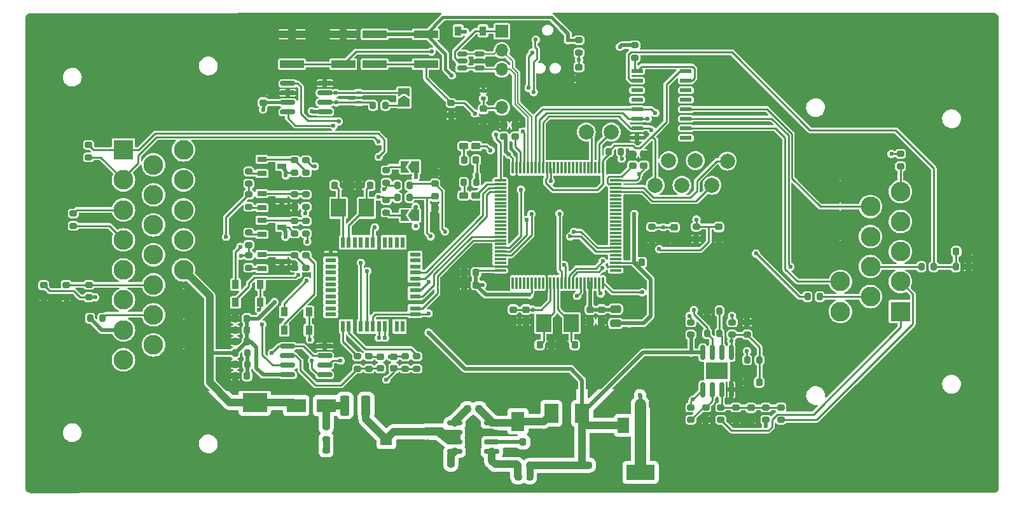
<source format=gbr>
%TF.GenerationSoftware,KiCad,Pcbnew,7.0.0-rc1-unknown-0.4.rc2.fc37*%
%TF.CreationDate,2023-02-14T20:33:30-08:00*%
%TF.ProjectId,prius_gen2,70726975-735f-4676-956e-322e6b696361,rev?*%
%TF.SameCoordinates,Original*%
%TF.FileFunction,Copper,L1,Top*%
%TF.FilePolarity,Positive*%
%FSLAX46Y46*%
G04 Gerber Fmt 4.6, Leading zero omitted, Abs format (unit mm)*
G04 Created by KiCad (PCBNEW 7.0.0-rc1-unknown-0.4.rc2.fc37) date 2023-02-14 20:33:30*
%MOMM*%
%LPD*%
G01*
G04 APERTURE LIST*
G04 Aperture macros list*
%AMRoundRect*
0 Rectangle with rounded corners*
0 $1 Rounding radius*
0 $2 $3 $4 $5 $6 $7 $8 $9 X,Y pos of 4 corners*
0 Add a 4 corners polygon primitive as box body*
4,1,4,$2,$3,$4,$5,$6,$7,$8,$9,$2,$3,0*
0 Add four circle primitives for the rounded corners*
1,1,$1+$1,$2,$3*
1,1,$1+$1,$4,$5*
1,1,$1+$1,$6,$7*
1,1,$1+$1,$8,$9*
0 Add four rect primitives between the rounded corners*
20,1,$1+$1,$2,$3,$4,$5,0*
20,1,$1+$1,$4,$5,$6,$7,0*
20,1,$1+$1,$6,$7,$8,$9,0*
20,1,$1+$1,$8,$9,$2,$3,0*%
%AMFreePoly0*
4,1,6,1.000000,0.000000,0.500000,-0.750000,-0.500000,-0.750000,-0.500000,0.750000,0.500000,0.750000,1.000000,0.000000,1.000000,0.000000,$1*%
%AMFreePoly1*
4,1,6,0.500000,-0.750000,-0.650000,-0.750000,-0.150000,0.000000,-0.650000,0.750000,0.500000,0.750000,0.500000,-0.750000,0.500000,-0.750000,$1*%
G04 Aperture macros list end*
%TA.AperFunction,SMDPad,CuDef*%
%ADD10RoundRect,0.200000X-0.275000X0.200000X-0.275000X-0.200000X0.275000X-0.200000X0.275000X0.200000X0*%
%TD*%
%TA.AperFunction,SMDPad,CuDef*%
%ADD11RoundRect,0.225000X-0.250000X0.225000X-0.250000X-0.225000X0.250000X-0.225000X0.250000X0.225000X0*%
%TD*%
%TA.AperFunction,SMDPad,CuDef*%
%ADD12RoundRect,0.225000X-0.225000X-0.250000X0.225000X-0.250000X0.225000X0.250000X-0.225000X0.250000X0*%
%TD*%
%TA.AperFunction,SMDPad,CuDef*%
%ADD13RoundRect,0.200000X0.200000X0.275000X-0.200000X0.275000X-0.200000X-0.275000X0.200000X-0.275000X0*%
%TD*%
%TA.AperFunction,SMDPad,CuDef*%
%ADD14RoundRect,0.225000X0.250000X-0.225000X0.250000X0.225000X-0.250000X0.225000X-0.250000X-0.225000X0*%
%TD*%
%TA.AperFunction,SMDPad,CuDef*%
%ADD15R,3.200000X1.000000*%
%TD*%
%TA.AperFunction,SMDPad,CuDef*%
%ADD16RoundRect,0.150000X-0.825000X-0.150000X0.825000X-0.150000X0.825000X0.150000X-0.825000X0.150000X0*%
%TD*%
%TA.AperFunction,SMDPad,CuDef*%
%ADD17RoundRect,0.225000X0.225000X0.250000X-0.225000X0.250000X-0.225000X-0.250000X0.225000X-0.250000X0*%
%TD*%
%TA.AperFunction,SMDPad,CuDef*%
%ADD18R,2.000000X2.400000*%
%TD*%
%TA.AperFunction,SMDPad,CuDef*%
%ADD19RoundRect,0.212500X0.400000X0.212500X-0.400000X0.212500X-0.400000X-0.212500X0.400000X-0.212500X0*%
%TD*%
%TA.AperFunction,SMDPad,CuDef*%
%ADD20RoundRect,0.200000X0.275000X-0.200000X0.275000X0.200000X-0.275000X0.200000X-0.275000X-0.200000X0*%
%TD*%
%TA.AperFunction,SMDPad,CuDef*%
%ADD21RoundRect,0.200000X-0.200000X-0.275000X0.200000X-0.275000X0.200000X0.275000X-0.200000X0.275000X0*%
%TD*%
%TA.AperFunction,SMDPad,CuDef*%
%ADD22FreePoly0,180.000000*%
%TD*%
%TA.AperFunction,SMDPad,CuDef*%
%ADD23FreePoly1,180.000000*%
%TD*%
%TA.AperFunction,SMDPad,CuDef*%
%ADD24RoundRect,0.250000X-0.375000X-1.075000X0.375000X-1.075000X0.375000X1.075000X-0.375000X1.075000X0*%
%TD*%
%TA.AperFunction,SMDPad,CuDef*%
%ADD25R,0.700000X0.450000*%
%TD*%
%TA.AperFunction,SMDPad,CuDef*%
%ADD26R,3.300000X2.500000*%
%TD*%
%TA.AperFunction,SMDPad,CuDef*%
%ADD27R,2.500000X1.800000*%
%TD*%
%TA.AperFunction,SMDPad,CuDef*%
%ADD28R,1.800000X2.500000*%
%TD*%
%TA.AperFunction,SMDPad,CuDef*%
%ADD29RoundRect,0.250000X-0.475000X0.250000X-0.475000X-0.250000X0.475000X-0.250000X0.475000X0.250000X0*%
%TD*%
%TA.AperFunction,SMDPad,CuDef*%
%ADD30FreePoly0,90.000000*%
%TD*%
%TA.AperFunction,SMDPad,CuDef*%
%ADD31FreePoly1,90.000000*%
%TD*%
%TA.AperFunction,SMDPad,CuDef*%
%ADD32R,1.500000X2.000000*%
%TD*%
%TA.AperFunction,SMDPad,CuDef*%
%ADD33R,3.800000X2.000000*%
%TD*%
%TA.AperFunction,SMDPad,CuDef*%
%ADD34R,2.290000X3.000000*%
%TD*%
%TA.AperFunction,SMDPad,CuDef*%
%ADD35RoundRect,0.150000X0.150000X-0.825000X0.150000X0.825000X-0.150000X0.825000X-0.150000X-0.825000X0*%
%TD*%
%TA.AperFunction,SMDPad,CuDef*%
%ADD36R,3.000000X2.290000*%
%TD*%
%TA.AperFunction,SMDPad,CuDef*%
%ADD37R,1.900000X2.500000*%
%TD*%
%TA.AperFunction,SMDPad,CuDef*%
%ADD38RoundRect,0.218750X0.218750X0.256250X-0.218750X0.256250X-0.218750X-0.256250X0.218750X-0.256250X0*%
%TD*%
%TA.AperFunction,SMDPad,CuDef*%
%ADD39RoundRect,0.137500X-0.662500X-0.137500X0.662500X-0.137500X0.662500X0.137500X-0.662500X0.137500X0*%
%TD*%
%TA.AperFunction,SMDPad,CuDef*%
%ADD40R,0.900000X1.200000*%
%TD*%
%TA.AperFunction,SMDPad,CuDef*%
%ADD41RoundRect,0.150000X0.512500X0.150000X-0.512500X0.150000X-0.512500X-0.150000X0.512500X-0.150000X0*%
%TD*%
%TA.AperFunction,SMDPad,CuDef*%
%ADD42R,1.220000X0.650000*%
%TD*%
%TA.AperFunction,SMDPad,CuDef*%
%ADD43RoundRect,0.075000X0.075000X-0.725000X0.075000X0.725000X-0.075000X0.725000X-0.075000X-0.725000X0*%
%TD*%
%TA.AperFunction,SMDPad,CuDef*%
%ADD44RoundRect,0.075000X0.725000X-0.075000X0.725000X0.075000X-0.725000X0.075000X-0.725000X-0.075000X0*%
%TD*%
%TA.AperFunction,SMDPad,CuDef*%
%ADD45R,1.473200X0.508000*%
%TD*%
%TA.AperFunction,SMDPad,CuDef*%
%ADD46R,0.508000X1.473200*%
%TD*%
%TA.AperFunction,SMDPad,CuDef*%
%ADD47RoundRect,0.135000X0.185000X-0.135000X0.185000X0.135000X-0.185000X0.135000X-0.185000X-0.135000X0*%
%TD*%
%TA.AperFunction,SMDPad,CuDef*%
%ADD48RoundRect,0.150000X0.825000X0.150000X-0.825000X0.150000X-0.825000X-0.150000X0.825000X-0.150000X0*%
%TD*%
%TA.AperFunction,ComponentPad*%
%ADD49R,1.600000X1.600000*%
%TD*%
%TA.AperFunction,ComponentPad*%
%ADD50C,1.600000*%
%TD*%
%TA.AperFunction,ComponentPad*%
%ADD51R,2.625000X2.625000*%
%TD*%
%TA.AperFunction,ComponentPad*%
%ADD52C,2.625000*%
%TD*%
%TA.AperFunction,ComponentPad*%
%ADD53R,1.700000X1.700000*%
%TD*%
%TA.AperFunction,ComponentPad*%
%ADD54O,1.700000X1.700000*%
%TD*%
%TA.AperFunction,ComponentPad*%
%ADD55C,2.000000*%
%TD*%
%TA.AperFunction,ViaPad*%
%ADD56C,0.600000*%
%TD*%
%TA.AperFunction,Conductor*%
%ADD57C,0.254000*%
%TD*%
%TA.AperFunction,Conductor*%
%ADD58C,1.000000*%
%TD*%
%TA.AperFunction,Conductor*%
%ADD59C,0.508000*%
%TD*%
%TA.AperFunction,Conductor*%
%ADD60C,0.406400*%
%TD*%
%TA.AperFunction,Conductor*%
%ADD61C,1.500000*%
%TD*%
%TA.AperFunction,Conductor*%
%ADD62C,0.914400*%
%TD*%
%TA.AperFunction,Conductor*%
%ADD63C,0.200000*%
%TD*%
G04 APERTURE END LIST*
D10*
%TO.P,R13,1*%
%TO.N,/MTEMP-*%
X91285500Y-104247000D03*
%TO.P,R13,2*%
%TO.N,/ADC123_IN10*%
X91285500Y-105897000D03*
%TD*%
D11*
%TO.P,C29,1*%
%TO.N,Net-(C29-Pad1)*%
X122873500Y-126295000D03*
%TO.P,C29,2*%
%TO.N,GND*%
X122873500Y-127845000D03*
%TD*%
%TO.P,C31,1*%
%TO.N,Net-(U5-EN)*%
X136373500Y-123845000D03*
%TO.P,C31,2*%
%TO.N,GND*%
X136373500Y-125395000D03*
%TD*%
D12*
%TO.P,C32,1*%
%TO.N,Net-(U5-SS)*%
X149082500Y-125210000D03*
%TO.P,C32,2*%
%TO.N,GND*%
X150632500Y-125210000D03*
%TD*%
%TO.P,C33,1*%
%TO.N,Net-(U5-BOOT)*%
X141666000Y-120765000D03*
%TO.P,C33,2*%
%TO.N,Net-(D6-K)*%
X143216000Y-120765000D03*
%TD*%
%TO.P,C34,1*%
%TO.N,Net-(U5-FB)*%
X148423500Y-129845000D03*
%TO.P,C34,2*%
%TO.N,+5V*%
X149973500Y-129845000D03*
%TD*%
D13*
%TO.P,R29,1*%
%TO.N,+5V*%
X150023500Y-128345000D03*
%TO.P,R29,2*%
%TO.N,Net-(U5-FB)*%
X148373500Y-128345000D03*
%TD*%
D10*
%TO.P,R7,1*%
%TO.N,Net-(JP1-B)*%
X130871000Y-88977000D03*
%TO.P,R7,2*%
%TO.N,/SIN-*%
X130871000Y-90627000D03*
%TD*%
%TO.P,R42,1*%
%TO.N,/ADC123_IN11*%
X199322500Y-86782000D03*
%TO.P,R42,2*%
%TO.N,/VH*%
X199322500Y-88432000D03*
%TD*%
%TO.P,R28,1*%
%TO.N,Net-(U5-FB)*%
X145373500Y-128195000D03*
%TO.P,R28,2*%
%TO.N,GND*%
X145373500Y-129845000D03*
%TD*%
D11*
%TO.P,C35,1*%
%TO.N,+5V*%
X154873500Y-128295000D03*
%TO.P,C35,2*%
%TO.N,GND*%
X154873500Y-129845000D03*
%TD*%
%TO.P,C36,1*%
%TO.N,+5V*%
X157795000Y-128295000D03*
%TO.P,C36,2*%
%TO.N,GND*%
X157795000Y-129845000D03*
%TD*%
D12*
%TO.P,C37,1*%
%TO.N,+3V3*%
X164703500Y-120193500D03*
%TO.P,C37,2*%
%TO.N,GND*%
X166253500Y-120193500D03*
%TD*%
D14*
%TO.P,C13,1*%
%TO.N,/TIM3_CH2*%
X137328500Y-90777000D03*
%TO.P,C13,2*%
%TO.N,GND*%
X137328500Y-89227000D03*
%TD*%
D11*
%TO.P,C14,1*%
%TO.N,/TIM3_CH1*%
X137328500Y-92452000D03*
%TO.P,C14,2*%
%TO.N,GND*%
X137328500Y-94002000D03*
%TD*%
%TO.P,C15,1*%
%TO.N,/ADC123_IN10*%
X85285500Y-104297000D03*
%TO.P,C15,2*%
%TO.N,GND*%
X85285500Y-105847000D03*
%TD*%
D15*
%TO.P,SW1,1,1*%
%TO.N,+3V3*%
X129340499Y-70828999D03*
X136140499Y-70828999D03*
%TO.P,SW1,2,2*%
%TO.N,Net-(U1-BOOT0)*%
X129340499Y-74828999D03*
X136140499Y-74828999D03*
%TD*%
D16*
%TO.P,U4,1,TXD*%
%TO.N,/CAN_TX*%
X117765000Y-77374500D03*
%TO.P,U4,2,GND*%
%TO.N,GND*%
X117765000Y-78644500D03*
%TO.P,U4,3,VCC*%
%TO.N,+5V*%
X117765000Y-79914500D03*
%TO.P,U4,4,RXD*%
%TO.N,/CAN_RX*%
X117765000Y-81184500D03*
%TO.P,U4,5,VIO*%
%TO.N,+3V3*%
X122715000Y-81184500D03*
%TO.P,U4,6,CANL*%
%TO.N,/Communication/CANL*%
X122715000Y-79914500D03*
%TO.P,U4,7,CANH*%
%TO.N,/Communication/CANH*%
X122715000Y-78644500D03*
%TO.P,U4,8,S*%
%TO.N,GND*%
X122715000Y-77374500D03*
%TD*%
D17*
%TO.P,C6,1*%
%TO.N,+3V3*%
X142822000Y-102604000D03*
%TO.P,C6,2*%
%TO.N,GND*%
X141272000Y-102604000D03*
%TD*%
D11*
%TO.P,C38,1*%
%TO.N,/ADC123_IN12*%
X169225000Y-96571500D03*
%TO.P,C38,2*%
%TO.N,GND*%
X169225000Y-98121500D03*
%TD*%
%TO.P,C41,1*%
%TO.N,/ADC123_IN11*%
X175130500Y-96529500D03*
%TO.P,C41,2*%
%TO.N,GND*%
X175130500Y-98079500D03*
%TD*%
D10*
%TO.P,R11,1*%
%TO.N,/MTEMP-*%
X88285500Y-104247000D03*
%TO.P,R11,2*%
%TO.N,GND*%
X88285500Y-105897000D03*
%TD*%
D13*
%TO.P,R12,1*%
%TO.N,/MTEMP+*%
X93087500Y-108700000D03*
%TO.P,R12,2*%
%TO.N,+5V*%
X91437500Y-108700000D03*
%TD*%
%TO.P,R10,1*%
%TO.N,/TIM3_CH1*%
X133982000Y-92599500D03*
%TO.P,R10,2*%
%TO.N,/SIN+*%
X132332000Y-92599500D03*
%TD*%
%TO.P,R25,1*%
%TO.N,Net-(JP3-A)*%
X130755000Y-80315500D03*
%TO.P,R25,2*%
%TO.N,/Communication/CANL*%
X129105000Y-80315500D03*
%TD*%
D10*
%TO.P,R26,1*%
%TO.N,Net-(D5-K)*%
X122873500Y-123195000D03*
%TO.P,R26,2*%
%TO.N,Net-(C29-Pad1)*%
X122873500Y-124845000D03*
%TD*%
D18*
%TO.P,Y1,1,1*%
%TO.N,Net-(U1-PH0)*%
X151817499Y-109334999D03*
%TO.P,Y1,2,2*%
%TO.N,Net-(U1-PH1)*%
X155517499Y-109334999D03*
%TD*%
D15*
%TO.P,SW2,1,1*%
%TO.N,GND*%
X118340499Y-70828999D03*
X125140499Y-70828999D03*
%TO.P,SW2,2,2*%
%TO.N,/nRESET*%
X118340499Y-74828999D03*
X125140499Y-74828999D03*
%TD*%
D19*
%TO.P,D2,1,K*%
%TO.N,Net-(D2-K)*%
X142817500Y-92317000D03*
%TO.P,D2,2,A*%
%TO.N,Net-(D2-A)*%
X141192500Y-92317000D03*
%TD*%
D20*
%TO.P,R8,1*%
%TO.N,Net-(JP2-B)*%
X130871000Y-94602500D03*
%TO.P,R8,2*%
%TO.N,/SIN+*%
X130871000Y-92952500D03*
%TD*%
D13*
%TO.P,R9,1*%
%TO.N,/TIM3_CH2*%
X133982000Y-90983500D03*
%TO.P,R9,2*%
%TO.N,/SIN-*%
X132332000Y-90983500D03*
%TD*%
D10*
%TO.P,R35,1*%
%TO.N,/ADC123_IN12*%
X166225000Y-96521500D03*
%TO.P,R35,2*%
%TO.N,GND*%
X166225000Y-98171500D03*
%TD*%
D21*
%TO.P,R30,1*%
%TO.N,/ADC123_IN12*%
X186940500Y-105831000D03*
%TO.P,R30,2*%
%TO.N,/MIVT*%
X188590500Y-105831000D03*
%TD*%
D22*
%TO.P,JP2,1,A*%
%TO.N,+5V*%
X134778500Y-95002000D03*
D23*
%TO.P,JP2,2,B*%
%TO.N,Net-(JP2-B)*%
X133328500Y-95002000D03*
%TD*%
D24*
%TO.P,L1,1,1*%
%TO.N,Net-(D5-K)*%
X125373500Y-120345000D03*
%TO.P,L1,2,2*%
%TO.N,Net-(U5-EN)*%
X128173500Y-120345000D03*
%TD*%
D10*
%TO.P,R1,1*%
%TO.N,+3V3*%
X156525000Y-71616500D03*
%TO.P,R1,2*%
%TO.N,/nRESET*%
X156525000Y-73266500D03*
%TD*%
D25*
%TO.P,D3,1,A1*%
%TO.N,/Communication/CANL*%
X127194999Y-79929499D03*
%TO.P,D3,2,A2*%
%TO.N,/Communication/CANH*%
X127194999Y-78629499D03*
%TO.P,D3,3,common*%
%TO.N,GND*%
X125194999Y-79279499D03*
%TD*%
D26*
%TO.P,D4,1,A1*%
%TO.N,+12V*%
X113373499Y-119944999D03*
%TO.P,D4,2,A2*%
%TO.N,GND*%
X113373499Y-126744999D03*
%TD*%
D27*
%TO.P,D5,1,K*%
%TO.N,Net-(D5-K)*%
X122873499Y-120344999D03*
%TO.P,D5,2,A*%
%TO.N,+12V*%
X118873499Y-120344999D03*
%TD*%
D28*
%TO.P,D6,1,K*%
%TO.N,Net-(D6-K)*%
X148396999Y-122447499D03*
%TO.P,D6,2,A*%
%TO.N,GND*%
X148396999Y-118447499D03*
%TD*%
D29*
%TO.P,FB1,1*%
%TO.N,VDDA*%
X161414500Y-107496000D03*
%TO.P,FB1,2*%
%TO.N,+3V3*%
X161414500Y-109396000D03*
%TD*%
D10*
%TO.P,R45,1*%
%TO.N,/ADC123_IN11*%
X172130500Y-96479500D03*
%TO.P,R45,2*%
%TO.N,GND*%
X172130500Y-98129500D03*
%TD*%
%TO.P,R27,1*%
%TO.N,Net-(U5-RT)*%
X139473500Y-128195000D03*
%TO.P,R27,2*%
%TO.N,GND*%
X139473500Y-129845000D03*
%TD*%
D13*
%TO.P,R6,1*%
%TO.N,+3V3*%
X142850000Y-90602500D03*
%TO.P,R6,2*%
%TO.N,Net-(D2-A)*%
X141200000Y-90602500D03*
%TD*%
D10*
%TO.P,R2,1*%
%TO.N,Net-(U1-BOOT0)*%
X139507000Y-79998500D03*
%TO.P,R2,2*%
%TO.N,GND*%
X139507000Y-81648500D03*
%TD*%
D30*
%TO.P,JP3,1,A*%
%TO.N,Net-(JP3-A)*%
X133215000Y-80004500D03*
D31*
%TO.P,JP3,2,B*%
%TO.N,/Communication/CANH*%
X133215000Y-78554500D03*
%TD*%
D22*
%TO.P,JP1,1,A*%
%TO.N,+5V*%
X134778500Y-88502000D03*
D23*
%TO.P,JP1,2,B*%
%TO.N,Net-(JP1-B)*%
X133328500Y-88502000D03*
%TD*%
D32*
%TO.P,U6,1,GND*%
%TO.N,GND*%
X167022999Y-122976999D03*
%TO.P,U6,2,VO*%
%TO.N,+3V3*%
X164722999Y-122976999D03*
D33*
X164722999Y-129276999D03*
D32*
%TO.P,U6,3,VI*%
%TO.N,+5V*%
X162422999Y-122976999D03*
%TD*%
D16*
%TO.P,U5,1,BOOT*%
%TO.N,Net-(U5-BOOT)*%
X139968500Y-122690000D03*
%TO.P,U5,2,VIN*%
%TO.N,Net-(U5-EN)*%
X139968500Y-123960000D03*
%TO.P,U5,3,EN*%
X139968500Y-125230000D03*
%TO.P,U5,4,RT*%
%TO.N,Net-(U5-RT)*%
X139968500Y-126500000D03*
%TO.P,U5,5,FB*%
%TO.N,Net-(U5-FB)*%
X144918500Y-126500000D03*
%TO.P,U5,6,SS*%
%TO.N,Net-(U5-SS)*%
X144918500Y-125230000D03*
%TO.P,U5,7,GND*%
%TO.N,GND*%
X144918500Y-123960000D03*
%TO.P,U5,8,SW*%
%TO.N,Net-(D6-K)*%
X144918500Y-122690000D03*
D34*
%TO.P,U5,9,GND*%
%TO.N,GND*%
X142443499Y-124594999D03*
%TD*%
D10*
%TO.P,R18,1*%
%TO.N,+5V*%
X163954500Y-72315000D03*
%TO.P,R18,2*%
%TO.N,Net-(U2-I1)*%
X163954500Y-73965000D03*
%TD*%
D12*
%TO.P,C17,1*%
%TO.N,Net-(U2-I2)*%
X206739000Y-99798500D03*
%TO.P,C17,2*%
%TO.N,GND*%
X208289000Y-99798500D03*
%TD*%
D21*
%TO.P,R16,1*%
%TO.N,/MFIV*%
X202102500Y-101830500D03*
%TO.P,R16,2*%
%TO.N,Net-(U2-I2)*%
X203752500Y-101830500D03*
%TD*%
%TO.P,R17,1*%
%TO.N,Net-(U2-I2)*%
X206689500Y-101830500D03*
%TO.P,R17,2*%
%TO.N,GND*%
X208339500Y-101830500D03*
%TD*%
D35*
%TO.P,U7,1*%
%TO.N,/ADC123_IN1*%
X173006500Y-118221500D03*
%TO.P,U7,2,-*%
%TO.N,Net-(U7A--)*%
X174276500Y-118221500D03*
%TO.P,U7,3,+*%
%TO.N,Net-(U7A-+)*%
X175546500Y-118221500D03*
%TO.P,U7,4,V-*%
%TO.N,GND*%
X176816500Y-118221500D03*
%TO.P,U7,5,+*%
%TO.N,Net-(U7B-+)*%
X176816500Y-113271500D03*
%TO.P,U7,6,-*%
%TO.N,Net-(U7B--)*%
X175546500Y-113271500D03*
%TO.P,U7,7*%
%TO.N,/ADC123_IN2*%
X174276500Y-113271500D03*
%TO.P,U7,8,V+*%
%TO.N,+5V*%
X173006500Y-113271500D03*
D36*
%TO.P,U7,9*%
%TO.N,N/C*%
X174911499Y-115746499D03*
%TD*%
D13*
%TO.P,R41,1*%
%TO.N,Net-(U7B--)*%
X175236500Y-107746500D03*
%TO.P,R41,2*%
%TO.N,GND*%
X173586500Y-107746500D03*
%TD*%
D11*
%TO.P,C39,1*%
%TO.N,Net-(U7A-+)*%
X179411500Y-120646500D03*
%TO.P,C39,2*%
%TO.N,GND*%
X179411500Y-122196500D03*
%TD*%
D17*
%TO.P,C40,1*%
%TO.N,Net-(U7B-+)*%
X180511500Y-117246500D03*
%TO.P,C40,2*%
%TO.N,GND*%
X178961500Y-117246500D03*
%TD*%
D20*
%TO.P,R43,1*%
%TO.N,Net-(U7A--)*%
X171411500Y-122246500D03*
%TO.P,R43,2*%
%TO.N,/ADC123_IN1*%
X171411500Y-120596500D03*
%TD*%
D13*
%TO.P,R34,1*%
%TO.N,Net-(U7B-+)*%
X180561500Y-114246500D03*
%TO.P,R34,2*%
%TO.N,/Connectors/MIWA*%
X178911500Y-114246500D03*
%TD*%
D20*
%TO.P,R38,1*%
%TO.N,+5V*%
X171411500Y-110896500D03*
%TO.P,R38,2*%
%TO.N,Net-(U7B-+)*%
X171411500Y-109246500D03*
%TD*%
%TO.P,R36,1*%
%TO.N,+5V*%
X181411500Y-122246500D03*
%TO.P,R36,2*%
%TO.N,Net-(U7A-+)*%
X181411500Y-120596500D03*
%TD*%
D10*
%TO.P,R37,1*%
%TO.N,Net-(U7A-+)*%
X177411500Y-120596500D03*
%TO.P,R37,2*%
%TO.N,GND*%
X177411500Y-122246500D03*
%TD*%
D20*
%TO.P,R33,1*%
%TO.N,Net-(U7B-+)*%
X176911500Y-110896500D03*
%TO.P,R33,2*%
%TO.N,/Connectors/GIWA*%
X176911500Y-109246500D03*
%TD*%
D10*
%TO.P,R31,1*%
%TO.N,Net-(U7A-+)*%
X175411500Y-120596500D03*
%TO.P,R31,2*%
%TO.N,/Connectors/GIVA*%
X175411500Y-122246500D03*
%TD*%
%TO.P,R32,1*%
%TO.N,Net-(U7A-+)*%
X183411500Y-120596500D03*
%TO.P,R32,2*%
%TO.N,/Connectors/MIVA*%
X183411500Y-122246500D03*
%TD*%
D20*
%TO.P,R39,1*%
%TO.N,Net-(U7B-+)*%
X178911500Y-110896500D03*
%TO.P,R39,2*%
%TO.N,GND*%
X178911500Y-109246500D03*
%TD*%
D10*
%TO.P,R40,1*%
%TO.N,Net-(U7A--)*%
X173411500Y-120596500D03*
%TO.P,R40,2*%
%TO.N,GND*%
X173411500Y-122246500D03*
%TD*%
D13*
%TO.P,R44,1*%
%TO.N,Net-(U7B--)*%
X175236500Y-110746500D03*
%TO.P,R44,2*%
%TO.N,/ADC123_IN2*%
X173586500Y-110746500D03*
%TD*%
D37*
%TO.P,L2,1,1*%
%TO.N,Net-(D6-K)*%
X152854999Y-121399499D03*
%TO.P,L2,2,2*%
%TO.N,+5V*%
X156954999Y-121399499D03*
%TD*%
D12*
%TO.P,C2,1*%
%TO.N,GND*%
X154416500Y-112256000D03*
%TO.P,C2,2*%
%TO.N,Net-(U1-PH1)*%
X155966500Y-112256000D03*
%TD*%
D11*
%TO.P,C7,1*%
%TO.N,+3V3*%
X147762000Y-107544000D03*
%TO.P,C7,2*%
%TO.N,GND*%
X147762000Y-109094000D03*
%TD*%
%TO.P,C4,1*%
%TO.N,VDDA*%
X159509500Y-107544000D03*
%TO.P,C4,2*%
%TO.N,GND*%
X159509500Y-109094000D03*
%TD*%
%TO.P,C8,1*%
%TO.N,+3V3*%
X149476500Y-107544000D03*
%TO.P,C8,2*%
%TO.N,GND*%
X149476500Y-109094000D03*
%TD*%
D12*
%TO.P,C9,1*%
%TO.N,+3V3*%
X164894000Y-101270500D03*
%TO.P,C9,2*%
%TO.N,GND*%
X166444000Y-101270500D03*
%TD*%
D14*
%TO.P,C11,1*%
%TO.N,+3V3*%
X146525000Y-84500000D03*
%TO.P,C11,2*%
%TO.N,GND*%
X146525000Y-82950000D03*
%TD*%
D17*
%TO.P,C12,1*%
%TO.N,+3V3*%
X142822000Y-104255000D03*
%TO.P,C12,2*%
%TO.N,GND*%
X141272000Y-104255000D03*
%TD*%
D14*
%TO.P,C3,1*%
%TO.N,GND*%
X156525000Y-76772500D03*
%TO.P,C3,2*%
%TO.N,/nRESET*%
X156525000Y-75222500D03*
%TD*%
D11*
%TO.P,C5,1*%
%TO.N,VDDA*%
X157985500Y-107544000D03*
%TO.P,C5,2*%
%TO.N,GND*%
X157985500Y-109094000D03*
%TD*%
D14*
%TO.P,C28,1*%
%TO.N,+5V*%
X114488000Y-79947500D03*
%TO.P,C28,2*%
%TO.N,GND*%
X114488000Y-78397500D03*
%TD*%
D17*
%TO.P,C1,1*%
%TO.N,GND*%
X152855000Y-112256000D03*
%TO.P,C1,2*%
%TO.N,Net-(U1-PH0)*%
X151305000Y-112256000D03*
%TD*%
D38*
%TO.P,R5,1*%
%TO.N,+3V3*%
X142812500Y-87599500D03*
%TO.P,R5,2*%
%TO.N,Net-(D1-A)*%
X141237500Y-87599500D03*
%TD*%
D19*
%TO.P,D1,1,K*%
%TO.N,Net-(D1-K)*%
X142817500Y-85749500D03*
%TO.P,D1,2,A*%
%TO.N,Net-(D1-A)*%
X141192500Y-85749500D03*
%TD*%
D13*
%TO.P,R3,2*%
%TO.N,/TIM1_BKIN*%
X160475000Y-86475000D03*
%TO.P,R3,1*%
%TO.N,+3V3*%
X162125000Y-86475000D03*
%TD*%
D14*
%TO.P,C10,1*%
%TO.N,+3V3*%
X165175000Y-88350000D03*
%TO.P,C10,2*%
%TO.N,GND*%
X165175000Y-86800000D03*
%TD*%
D39*
%TO.P,U2,1,I1*%
%TO.N,Net-(U2-I1)*%
X164260500Y-75743500D03*
%TO.P,U2,2,I2*%
%TO.N,Net-(U2-I2)*%
X164260500Y-77013500D03*
%TO.P,U2,3,I3*%
%TO.N,unconnected-(U2-I3-Pad3)*%
X164260500Y-78283500D03*
%TO.P,U2,4,I4*%
%TO.N,unconnected-(U2-I4-Pad4)*%
X164260500Y-79553500D03*
%TO.P,U2,5,I5*%
%TO.N,/TIM1_CH3*%
X164260500Y-80823500D03*
%TO.P,U2,6,I6*%
%TO.N,/TIM1_CH2*%
X164260500Y-82093500D03*
%TO.P,U2,7,I7*%
%TO.N,/TIM1_CH1*%
X164260500Y-83363500D03*
%TO.P,U2,8,GND*%
%TO.N,GND*%
X164260500Y-84633500D03*
%TO.P,U2,9,COM*%
%TO.N,unconnected-(U2-COM-Pad9)*%
X170760500Y-84633500D03*
%TO.P,U2,10,O7*%
%TO.N,/Connectors/MUU*%
X170760500Y-83363500D03*
%TO.P,U2,11,O6*%
%TO.N,/Connectors/MVU*%
X170760500Y-82093500D03*
%TO.P,U2,12,O5*%
%TO.N,/Connectors/MWU*%
X170760500Y-80823500D03*
%TO.P,U2,13,O4*%
%TO.N,unconnected-(U2-O4-Pad13)*%
X170760500Y-79553500D03*
%TO.P,U2,14,O3*%
%TO.N,unconnected-(U2-O3-Pad14)*%
X170760500Y-78283500D03*
%TO.P,U2,15,O2*%
%TO.N,Net-(U2-I1)*%
X170760500Y-77013500D03*
%TO.P,U2,16,O1*%
%TO.N,/TIM1_BKIN*%
X170760500Y-75743500D03*
%TD*%
D20*
%TO.P,R54,1*%
%TO.N,+12V*%
X118679000Y-97396500D03*
%TO.P,R54,2*%
%TO.N,Net-(Q3-B)*%
X118679000Y-95746500D03*
%TD*%
D40*
%TO.P,D9,1,K*%
%TO.N,Net-(D10-A)*%
X120582999Y-107874499D03*
%TO.P,D9,2,A*%
%TO.N,Net-(D9-A)*%
X117282999Y-107874499D03*
%TD*%
D41*
%TO.P,U9,1,I/O1*%
%TO.N,/USB_D+*%
X143262500Y-75350000D03*
%TO.P,U9,2,GND*%
%TO.N,GND*%
X143262500Y-74400000D03*
%TO.P,U9,3,I/O2*%
%TO.N,/USB_D-*%
X143262500Y-73450000D03*
%TO.P,U9,4,I/O2*%
X140987500Y-73450000D03*
%TO.P,U9,5,VBUS*%
%TO.N,Net-(D11-A)*%
X140987500Y-74400000D03*
%TO.P,U9,6,I/O1*%
%TO.N,/USB_D+*%
X140987500Y-75350000D03*
%TD*%
D14*
%TO.P,C26,1*%
%TO.N,Net-(U1-VCAP_2)*%
X148050000Y-84500000D03*
%TO.P,C26,2*%
%TO.N,GND*%
X148050000Y-82950000D03*
%TD*%
D20*
%TO.P,R23,1*%
%TO.N,Net-(U8B--)*%
X127061000Y-115430500D03*
%TO.P,R23,2*%
%TO.N,/Resolver/T_EXC*%
X127061000Y-113780500D03*
%TD*%
D14*
%TO.P,C21,1*%
%TO.N,Net-(U8B--)*%
X130109000Y-115380500D03*
%TO.P,C21,2*%
%TO.N,/EXC+*%
X130109000Y-113830500D03*
%TD*%
%TO.P,C27,1*%
%TO.N,Net-(U1-VCAP_1)*%
X163675000Y-88350000D03*
%TO.P,C27,2*%
%TO.N,GND*%
X163675000Y-86800000D03*
%TD*%
D20*
%TO.P,R24,1*%
%TO.N,Net-(U8B--)*%
X128585000Y-115430500D03*
%TO.P,R24,2*%
%TO.N,/EXC+*%
X128585000Y-113780500D03*
%TD*%
%TO.P,R47,1*%
%TO.N,+12V*%
X118679000Y-89268500D03*
%TO.P,R47,2*%
%TO.N,Net-(Q1-B)*%
X118679000Y-87618500D03*
%TD*%
D40*
%TO.P,D8,1,K*%
%TO.N,Net-(D8-K)*%
X110805999Y-106604499D03*
%TO.P,D8,2,A*%
%TO.N,Net-(D7-K)*%
X114105999Y-106604499D03*
%TD*%
D17*
%TO.P,C25,1*%
%TO.N,+12V*%
X112342000Y-111811500D03*
%TO.P,C25,2*%
%TO.N,GND*%
X110792000Y-111811500D03*
%TD*%
D42*
%TO.P,Q3,1,B*%
%TO.N,Net-(Q3-B)*%
X114320999Y-95621499D03*
%TO.P,Q3,2,E*%
%TO.N,Net-(Q3-E)*%
X114320999Y-97521499D03*
%TO.P,Q3,3,C*%
%TO.N,+12V*%
X116940999Y-96571499D03*
%TD*%
D17*
%TO.P,C23,1*%
%TO.N,+12V*%
X112342000Y-108763500D03*
%TO.P,C23,2*%
%TO.N,GND*%
X110792000Y-108763500D03*
%TD*%
D42*
%TO.P,Q4,1,B*%
%TO.N,Net-(Q4-B)*%
X114320999Y-100193499D03*
%TO.P,Q4,2,E*%
%TO.N,Net-(Q4-E)*%
X114320999Y-102093499D03*
%TO.P,Q4,3,C*%
%TO.N,GND*%
X116940999Y-101143499D03*
%TD*%
D20*
%TO.P,R51,1*%
%TO.N,Net-(U8A--)*%
X133411000Y-115430500D03*
%TO.P,R51,2*%
%TO.N,/EXC-*%
X133411000Y-113780500D03*
%TD*%
D10*
%TO.P,R57,1*%
%TO.N,Net-(Q4-B)*%
X118679000Y-100318500D03*
%TO.P,R57,2*%
%TO.N,GND*%
X118679000Y-101968500D03*
%TD*%
D40*
%TO.P,D11,1,K*%
%TO.N,+5V*%
X140449999Y-70374999D03*
%TO.P,D11,2,A*%
%TO.N,Net-(D11-A)*%
X143749999Y-70374999D03*
%TD*%
D10*
%TO.P,R56,1*%
%TO.N,Net-(D10-K)*%
X120203000Y-100318500D03*
%TO.P,R56,2*%
%TO.N,Net-(Q4-B)*%
X120203000Y-101968500D03*
%TD*%
D43*
%TO.P,U1,1,PE2*%
%TO.N,unconnected-(U1-PE2-Pad1)*%
X147731000Y-103992500D03*
%TO.P,U1,2,PE3*%
%TO.N,unconnected-(U1-PE3-Pad2)*%
X148231000Y-103992500D03*
%TO.P,U1,3,PE4*%
%TO.N,unconnected-(U1-PE4-Pad3)*%
X148731000Y-103992500D03*
%TO.P,U1,4,PE5*%
%TO.N,unconnected-(U1-PE5-Pad4)*%
X149231000Y-103992500D03*
%TO.P,U1,5,PE6*%
%TO.N,unconnected-(U1-PE6-Pad5)*%
X149731000Y-103992500D03*
%TO.P,U1,6,VBAT*%
%TO.N,+3V3*%
X150231000Y-103992500D03*
%TO.P,U1,7,PC13*%
%TO.N,unconnected-(U1-PC13-Pad7)*%
X150731000Y-103992500D03*
%TO.P,U1,8,PC14*%
%TO.N,unconnected-(U1-PC14-Pad8)*%
X151231000Y-103992500D03*
%TO.P,U1,9,PC15*%
%TO.N,unconnected-(U1-PC15-Pad9)*%
X151731000Y-103992500D03*
%TO.P,U1,10,VSS*%
%TO.N,GND*%
X152231000Y-103992500D03*
%TO.P,U1,11,VDD*%
%TO.N,+3V3*%
X152731000Y-103992500D03*
%TO.P,U1,12,PH0*%
%TO.N,Net-(U1-PH0)*%
X153231000Y-103992500D03*
%TO.P,U1,13,PH1*%
%TO.N,Net-(U1-PH1)*%
X153731000Y-103992500D03*
%TO.P,U1,14,NRST*%
%TO.N,/nRESET*%
X154231000Y-103992500D03*
%TO.P,U1,15,PC0*%
%TO.N,/ADC123_IN10*%
X154731000Y-103992500D03*
%TO.P,U1,16,PC1*%
%TO.N,/ADC123_IN11*%
X155231000Y-103992500D03*
%TO.P,U1,17,PC2*%
%TO.N,/ADC123_IN12*%
X155731000Y-103992500D03*
%TO.P,U1,18,PC3*%
%TO.N,unconnected-(U1-PC3-Pad18)*%
X156231000Y-103992500D03*
%TO.P,U1,19,VDD*%
%TO.N,+3V3*%
X156731000Y-103992500D03*
%TO.P,U1,20,VSSA*%
%TO.N,GND*%
X157231000Y-103992500D03*
%TO.P,U1,21,VREF+*%
%TO.N,VDDA*%
X157731000Y-103992500D03*
%TO.P,U1,22,VDDA*%
X158231000Y-103992500D03*
%TO.P,U1,23,PA0*%
%TO.N,unconnected-(U1-PA0-Pad23)*%
X158731000Y-103992500D03*
%TO.P,U1,24,PA1*%
%TO.N,/ADC123_IN1*%
X159231000Y-103992500D03*
%TO.P,U1,25,PA2*%
%TO.N,/ADC123_IN2*%
X159731000Y-103992500D03*
D44*
%TO.P,U1,26,PA3*%
%TO.N,unconnected-(U1-PA3-Pad26)*%
X161406000Y-102317500D03*
%TO.P,U1,27,VSS*%
%TO.N,GND*%
X161406000Y-101817500D03*
%TO.P,U1,28,VDD*%
%TO.N,+3V3*%
X161406000Y-101317500D03*
%TO.P,U1,29,PA4*%
%TO.N,unconnected-(U1-PA4-Pad29)*%
X161406000Y-100817500D03*
%TO.P,U1,30,PA5*%
%TO.N,unconnected-(U1-PA5-Pad30)*%
X161406000Y-100317500D03*
%TO.P,U1,31,PA6*%
%TO.N,/TIM3_CH1*%
X161406000Y-99817500D03*
%TO.P,U1,32,PA7*%
%TO.N,/TIM3_CH2*%
X161406000Y-99317500D03*
%TO.P,U1,33,PC4*%
%TO.N,unconnected-(U1-PC4-Pad33)*%
X161406000Y-98817500D03*
%TO.P,U1,34,PC5*%
%TO.N,unconnected-(U1-PC5-Pad34)*%
X161406000Y-98317500D03*
%TO.P,U1,35,PB0*%
%TO.N,unconnected-(U1-PB0-Pad35)*%
X161406000Y-97817500D03*
%TO.P,U1,36,PB1*%
%TO.N,unconnected-(U1-PB1-Pad36)*%
X161406000Y-97317500D03*
%TO.P,U1,37,PB2*%
%TO.N,unconnected-(U1-PB2-Pad37)*%
X161406000Y-96817500D03*
%TO.P,U1,38,PE7*%
%TO.N,unconnected-(U1-PE7-Pad38)*%
X161406000Y-96317500D03*
%TO.P,U1,39,PE8*%
%TO.N,unconnected-(U1-PE8-Pad39)*%
X161406000Y-95817500D03*
%TO.P,U1,40,PE9*%
%TO.N,unconnected-(U1-PE9-Pad40)*%
X161406000Y-95317500D03*
%TO.P,U1,41,PE10*%
%TO.N,unconnected-(U1-PE10-Pad41)*%
X161406000Y-94817500D03*
%TO.P,U1,42,PE11*%
%TO.N,unconnected-(U1-PE11-Pad42)*%
X161406000Y-94317500D03*
%TO.P,U1,43,PE12*%
%TO.N,unconnected-(U1-PE12-Pad43)*%
X161406000Y-93817500D03*
%TO.P,U1,44,PE13*%
%TO.N,unconnected-(U1-PE13-Pad44)*%
X161406000Y-93317500D03*
%TO.P,U1,45,PE14*%
%TO.N,unconnected-(U1-PE14-Pad45)*%
X161406000Y-92817500D03*
%TO.P,U1,46,PE15*%
%TO.N,unconnected-(U1-PE15-Pad46)*%
X161406000Y-92317500D03*
%TO.P,U1,47,PB10*%
%TO.N,/UART3_TX*%
X161406000Y-91817500D03*
%TO.P,U1,48,PB11*%
%TO.N,/UART3_RX*%
X161406000Y-91317500D03*
%TO.P,U1,49,VCAP_1*%
%TO.N,Net-(U1-VCAP_1)*%
X161406000Y-90817500D03*
%TO.P,U1,50,VDD*%
%TO.N,+3V3*%
X161406000Y-90317500D03*
D43*
%TO.P,U1,51,PB12*%
%TO.N,/TIM1_BKIN*%
X159731000Y-88642500D03*
%TO.P,U1,52,PB13*%
%TO.N,/TIM1_CH1N*%
X159231000Y-88642500D03*
%TO.P,U1,53,PB14*%
%TO.N,unconnected-(U1-PB14-Pad53)*%
X158731000Y-88642500D03*
%TO.P,U1,54,PB15*%
%TO.N,/TIM1_CH3N*%
X158231000Y-88642500D03*
%TO.P,U1,55,PD8*%
%TO.N,unconnected-(U1-PD8-Pad55)*%
X157731000Y-88642500D03*
%TO.P,U1,56,PD9*%
%TO.N,unconnected-(U1-PD9-Pad56)*%
X157231000Y-88642500D03*
%TO.P,U1,57,PD10*%
%TO.N,unconnected-(U1-PD10-Pad57)*%
X156731000Y-88642500D03*
%TO.P,U1,58,PD11*%
%TO.N,unconnected-(U1-PD11-Pad58)*%
X156231000Y-88642500D03*
%TO.P,U1,59,PD12*%
%TO.N,unconnected-(U1-PD12-Pad59)*%
X155731000Y-88642500D03*
%TO.P,U1,60,PD13*%
%TO.N,unconnected-(U1-PD13-Pad60)*%
X155231000Y-88642500D03*
%TO.P,U1,61,PD14*%
%TO.N,unconnected-(U1-PD14-Pad61)*%
X154731000Y-88642500D03*
%TO.P,U1,62,PD15*%
%TO.N,unconnected-(U1-PD15-Pad62)*%
X154231000Y-88642500D03*
%TO.P,U1,63,PC6*%
%TO.N,unconnected-(U1-PC6-Pad63)*%
X153731000Y-88642500D03*
%TO.P,U1,64,PC7*%
%TO.N,unconnected-(U1-PC7-Pad64)*%
X153231000Y-88642500D03*
%TO.P,U1,65,PC8*%
%TO.N,Net-(D1-K)*%
X152731000Y-88642500D03*
%TO.P,U1,66,PC9*%
%TO.N,/TIM1_BKIN*%
X152231000Y-88642500D03*
%TO.P,U1,67,PA8*%
%TO.N,/TIM1_CH1*%
X151731000Y-88642500D03*
%TO.P,U1,68,PA9*%
%TO.N,/TIM1_CH2*%
X151231000Y-88642500D03*
%TO.P,U1,69,PA10*%
%TO.N,/TIM1_CH3*%
X150731000Y-88642500D03*
%TO.P,U1,70,PA11*%
%TO.N,/USB_D-*%
X150231000Y-88642500D03*
%TO.P,U1,71,PA12*%
%TO.N,/USB_D+*%
X149731000Y-88642500D03*
%TO.P,U1,72,PA13*%
%TO.N,/SWDIO*%
X149231000Y-88642500D03*
%TO.P,U1,73,VCAP_2*%
%TO.N,Net-(U1-VCAP_2)*%
X148731000Y-88642500D03*
%TO.P,U1,74,VSS*%
%TO.N,GND*%
X148231000Y-88642500D03*
%TO.P,U1,75,VDD*%
%TO.N,+3V3*%
X147731000Y-88642500D03*
D44*
%TO.P,U1,76,PA14*%
%TO.N,/SWCLK*%
X146056000Y-90317500D03*
%TO.P,U1,77,PA15*%
%TO.N,Net-(D2-K)*%
X146056000Y-90817500D03*
%TO.P,U1,78,PC10*%
%TO.N,/SCLK*%
X146056000Y-91317500D03*
%TO.P,U1,79,PC11*%
%TO.N,/MISO*%
X146056000Y-91817500D03*
%TO.P,U1,80,PC12*%
%TO.N,unconnected-(U1-PC12-Pad80)*%
X146056000Y-92317500D03*
%TO.P,U1,81,PD0*%
%TO.N,unconnected-(U1-PD0-Pad81)*%
X146056000Y-92817500D03*
%TO.P,U1,82,PD1*%
%TO.N,unconnected-(U1-PD1-Pad82)*%
X146056000Y-93317500D03*
%TO.P,U1,83,PD2*%
%TO.N,unconnected-(U1-PD2-Pad83)*%
X146056000Y-93817500D03*
%TO.P,U1,84,PD3*%
%TO.N,unconnected-(U1-PD3-Pad84)*%
X146056000Y-94317500D03*
%TO.P,U1,85,PD4*%
%TO.N,unconnected-(U1-PD4-Pad85)*%
X146056000Y-94817500D03*
%TO.P,U1,86,PD5*%
%TO.N,unconnected-(U1-PD5-Pad86)*%
X146056000Y-95317500D03*
%TO.P,U1,87,PD6*%
%TO.N,unconnected-(U1-PD6-Pad87)*%
X146056000Y-95817500D03*
%TO.P,U1,88,PD7*%
%TO.N,unconnected-(U1-PD7-Pad88)*%
X146056000Y-96317500D03*
%TO.P,U1,89,PB3*%
%TO.N,unconnected-(U1-PB3-Pad89)*%
X146056000Y-96817500D03*
%TO.P,U1,90,PB4*%
%TO.N,unconnected-(U1-PB4-Pad90)*%
X146056000Y-97317500D03*
%TO.P,U1,91,PB5*%
%TO.N,/~{SAMPLE}*%
X146056000Y-97817500D03*
%TO.P,U1,92,PB6*%
%TO.N,/~{CS}*%
X146056000Y-98317500D03*
%TO.P,U1,93,PB7*%
%TO.N,unconnected-(U1-PB7-Pad93)*%
X146056000Y-98817500D03*
%TO.P,U1,94,BOOT0*%
%TO.N,Net-(U1-BOOT0)*%
X146056000Y-99317500D03*
%TO.P,U1,95,PB8*%
%TO.N,/CAN_RX*%
X146056000Y-99817500D03*
%TO.P,U1,96,PB9*%
%TO.N,/CAN_TX*%
X146056000Y-100317500D03*
%TO.P,U1,97,PE0*%
%TO.N,unconnected-(U1-PE0-Pad97)*%
X146056000Y-100817500D03*
%TO.P,U1,98,PE1*%
%TO.N,unconnected-(U1-PE1-Pad98)*%
X146056000Y-101317500D03*
%TO.P,U1,99,VSS*%
%TO.N,GND*%
X146056000Y-101817500D03*
%TO.P,U1,100,VDD*%
%TO.N,+3V3*%
X146056000Y-102317500D03*
%TD*%
D13*
%TO.P,R22,1*%
%TO.N,/Resolver/VREF*%
X112392000Y-114859500D03*
%TO.P,R22,2*%
%TO.N,GND*%
X110742000Y-114859500D03*
%TD*%
D10*
%TO.P,R53,1*%
%TO.N,/EXC+*%
X112583000Y-92190500D03*
%TO.P,R53,2*%
%TO.N,Net-(Q2-E)*%
X112583000Y-93840500D03*
%TD*%
D40*
%TO.P,D7,1,K*%
%TO.N,Net-(D7-K)*%
X114105999Y-104191499D03*
%TO.P,D7,2,A*%
%TO.N,Net-(D7-A)*%
X110805999Y-104191499D03*
%TD*%
D45*
%TO.P,U3,1,DVDD_2*%
%TO.N,+5V*%
X134706399Y-108179299D03*
%TO.P,U3,2,RD\u002A*%
%TO.N,/~{CS}*%
X134706399Y-107391899D03*
%TO.P,U3,3,CS\u002A*%
%TO.N,GND*%
X134706399Y-106579099D03*
%TO.P,U3,4,SAMPLE\u002A*%
%TO.N,/~{SAMPLE}*%
X134706399Y-105791699D03*
%TO.P,U3,5,RDVEL\u002A*%
%TO.N,+5V*%
X134706399Y-104978899D03*
%TO.P,U3,6,SOE\u002A*%
%TO.N,GND*%
X134706399Y-104191499D03*
%TO.P,U3,7,DB11/SO*%
%TO.N,/MISO*%
X134706399Y-103404099D03*
%TO.P,U3,8,DB10/SCLK*%
%TO.N,/SCLK*%
X134706399Y-102591299D03*
%TO.P,U3,9,DB9*%
%TO.N,unconnected-(U3-DB9-Pad9)*%
X134706399Y-101803899D03*
%TO.P,U3,10,DB8*%
%TO.N,unconnected-(U3-DB8-Pad10)*%
X134706399Y-100991099D03*
%TO.P,U3,11,DB7*%
%TO.N,unconnected-(U3-DB7-Pad11)*%
X134706399Y-100203699D03*
D46*
%TO.P,U3,12,DB6*%
%TO.N,unconnected-(U3-DB6-Pad12)*%
X133080799Y-98578099D03*
%TO.P,U3,13,DB5*%
%TO.N,unconnected-(U3-DB5-Pad13)*%
X132293399Y-98578099D03*
%TO.P,U3,14,DB4*%
%TO.N,unconnected-(U3-DB4-Pad14)*%
X131480599Y-98578099D03*
%TO.P,U3,15,DB3*%
%TO.N,unconnected-(U3-DB3-Pad15)*%
X130693199Y-98578099D03*
%TO.P,U3,16,DGND_2*%
%TO.N,GND*%
X129880399Y-98578099D03*
%TO.P,U3,17,DVDD*%
%TO.N,+5V*%
X129092999Y-98578099D03*
%TO.P,U3,18,DB2*%
%TO.N,unconnected-(U3-DB2-Pad18)*%
X128305599Y-98578099D03*
%TO.P,U3,19,DB1*%
%TO.N,unconnected-(U3-DB1-Pad19)*%
X127492799Y-98578099D03*
%TO.P,U3,20,DB0*%
%TO.N,unconnected-(U3-DB0-Pad20)*%
X126705399Y-98578099D03*
%TO.P,U3,21,XTALOUT*%
%TO.N,Net-(U3-XTALOUT)*%
X125892599Y-98578099D03*
%TO.P,U3,22,CLKIN*%
%TO.N,/Resolver/CLKIN*%
X125105199Y-98578099D03*
D45*
%TO.P,U3,23,DGND*%
%TO.N,GND*%
X123479599Y-100203699D03*
%TO.P,U3,24,CPO*%
%TO.N,unconnected-(U3-CPO-Pad24)*%
X123479599Y-100991099D03*
%TO.P,U3,25,A*%
%TO.N,unconnected-(U3-A-Pad25)*%
X123479599Y-101803899D03*
%TO.P,U3,26,B*%
%TO.N,unconnected-(U3-B-Pad26)*%
X123479599Y-102591299D03*
%TO.P,U3,27,NM*%
%TO.N,unconnected-(U3-NM-Pad27)*%
X123479599Y-103404099D03*
%TO.P,U3,28,DIR*%
%TO.N,unconnected-(U3-DIR-Pad28)*%
X123479599Y-104191499D03*
%TO.P,U3,29,DOS*%
%TO.N,unconnected-(U3-DOS-Pad29)*%
X123479599Y-104978899D03*
%TO.P,U3,30,LOT*%
%TO.N,unconnected-(U3-LOT-Pad30)*%
X123479599Y-105791699D03*
%TO.P,U3,31,FS1*%
%TO.N,unconnected-(U3-FS1-Pad31)*%
X123479599Y-106579099D03*
%TO.P,U3,32,FS2*%
%TO.N,unconnected-(U3-FS2-Pad32)*%
X123479599Y-107391899D03*
%TO.P,U3,33,RESET\u002A*%
%TO.N,unconnected-(U3-RESET\u002A-Pad33)*%
X123479599Y-108179299D03*
D46*
%TO.P,U3,34,EXC*%
%TO.N,/Resolver/T_EXC*%
X125105199Y-109804899D03*
%TO.P,U3,35,EXC\u002A*%
%TO.N,/Resolver/~{T_EXC}*%
X125892599Y-109804899D03*
%TO.P,U3,36,AGND_2*%
%TO.N,GND*%
X126705399Y-109804899D03*
%TO.P,U3,37,SIN*%
%TO.N,/SIN+*%
X127492799Y-109804899D03*
%TO.P,U3,38,SINLO*%
%TO.N,/SIN-*%
X128305599Y-109804899D03*
%TO.P,U3,39,AVDD*%
%TO.N,+5V*%
X129092999Y-109804899D03*
%TO.P,U3,40,COSLO*%
%TO.N,/COS-*%
X129880399Y-109804899D03*
%TO.P,U3,41,COS*%
%TO.N,/COS+*%
X130693199Y-109804899D03*
%TO.P,U3,42,AGND*%
%TO.N,GND*%
X131480599Y-109804899D03*
%TO.P,U3,43,REFBYP*%
%TO.N,unconnected-(U3-REFBYP-Pad43)*%
X132293399Y-109804899D03*
%TO.P,U3,44,REFOUT*%
%TO.N,unconnected-(U3-REFOUT-Pad44)*%
X133080799Y-109804899D03*
%TD*%
D20*
%TO.P,R49,1*%
%TO.N,Net-(D8-K)*%
X120203000Y-93840500D03*
%TO.P,R49,2*%
%TO.N,Net-(Q2-B)*%
X120203000Y-92190500D03*
%TD*%
D17*
%TO.P,C20,1*%
%TO.N,/Resolver/VREF*%
X112342000Y-116383500D03*
%TO.P,C20,2*%
%TO.N,GND*%
X110792000Y-116383500D03*
%TD*%
D10*
%TO.P,R55,1*%
%TO.N,Net-(Q3-B)*%
X120203000Y-95746500D03*
%TO.P,R55,2*%
%TO.N,Net-(D9-A)*%
X120203000Y-97396500D03*
%TD*%
%TO.P,R20,1*%
%TO.N,/SIN+*%
X91247000Y-85586500D03*
%TO.P,R20,2*%
%TO.N,/SIN-*%
X91247000Y-87236500D03*
%TD*%
%TO.P,R50,1*%
%TO.N,Net-(Q2-B)*%
X118679000Y-92190500D03*
%TO.P,R50,2*%
%TO.N,GND*%
X118679000Y-93840500D03*
%TD*%
D21*
%TO.P,R21,1*%
%TO.N,+12V*%
X110742000Y-113335500D03*
%TO.P,R21,2*%
%TO.N,/Resolver/VREF*%
X112392000Y-113335500D03*
%TD*%
D17*
%TO.P,C24,1*%
%TO.N,+12V*%
X112342000Y-110287500D03*
%TO.P,C24,2*%
%TO.N,GND*%
X110792000Y-110287500D03*
%TD*%
D10*
%TO.P,R59,1*%
%TO.N,/EXC-*%
X112583000Y-100318500D03*
%TO.P,R59,2*%
%TO.N,Net-(Q4-E)*%
X112583000Y-101968500D03*
%TD*%
%TO.P,R52,1*%
%TO.N,Net-(Q1-E)*%
X112583000Y-89124500D03*
%TO.P,R52,2*%
%TO.N,/EXC+*%
X112583000Y-90774500D03*
%TD*%
D12*
%TO.P,C18,1*%
%TO.N,GND*%
X127200000Y-90983500D03*
%TO.P,C18,2*%
%TO.N,Net-(U3-XTALOUT)*%
X128750000Y-90983500D03*
%TD*%
D20*
%TO.P,R48,1*%
%TO.N,Net-(Q1-B)*%
X120203000Y-89268500D03*
%TO.P,R48,2*%
%TO.N,Net-(D7-A)*%
X120203000Y-87618500D03*
%TD*%
D14*
%TO.P,C22,1*%
%TO.N,Net-(U8A--)*%
X131887000Y-115380500D03*
%TO.P,C22,2*%
%TO.N,/EXC-*%
X131887000Y-113830500D03*
%TD*%
D10*
%TO.P,R19,1*%
%TO.N,/COS+*%
X89215000Y-94730500D03*
%TO.P,R19,2*%
%TO.N,/COS-*%
X89215000Y-96380500D03*
%TD*%
D42*
%TO.P,Q1,1,B*%
%TO.N,Net-(Q1-B)*%
X114320999Y-87493499D03*
%TO.P,Q1,2,E*%
%TO.N,Net-(Q1-E)*%
X114320999Y-89393499D03*
%TO.P,Q1,3,C*%
%TO.N,+12V*%
X116940999Y-88443499D03*
%TD*%
D11*
%TO.P,C16,1*%
%TO.N,Net-(J5-Pin_5)*%
X143800000Y-80775000D03*
%TO.P,C16,2*%
%TO.N,GND*%
X143800000Y-82325000D03*
%TD*%
D47*
%TO.P,R14,1*%
%TO.N,Net-(J5-Pin_5)*%
X143800000Y-79393000D03*
%TO.P,R14,2*%
%TO.N,GND*%
X143800000Y-78373000D03*
%TD*%
D42*
%TO.P,Q2,1,B*%
%TO.N,Net-(Q2-B)*%
X114320999Y-92065499D03*
%TO.P,Q2,2,E*%
%TO.N,Net-(Q2-E)*%
X114320999Y-93965499D03*
%TO.P,Q2,3,C*%
%TO.N,GND*%
X116940999Y-93015499D03*
%TD*%
D20*
%TO.P,R46,1*%
%TO.N,Net-(U8A--)*%
X134935000Y-115430500D03*
%TO.P,R46,2*%
%TO.N,/Resolver/~{T_EXC}*%
X134935000Y-113780500D03*
%TD*%
D48*
%TO.P,U8,1*%
%TO.N,Net-(D10-A)*%
X122678000Y-116256500D03*
%TO.P,U8,2,-*%
%TO.N,Net-(U8A--)*%
X122678000Y-114986500D03*
%TO.P,U8,3,+*%
%TO.N,/Resolver/VREF*%
X122678000Y-113716500D03*
%TO.P,U8,4,V-*%
%TO.N,GND*%
X122678000Y-112446500D03*
%TO.P,U8,5,+*%
%TO.N,/Resolver/VREF*%
X117728000Y-112446500D03*
%TO.P,U8,6,-*%
%TO.N,Net-(U8B--)*%
X117728000Y-113716500D03*
%TO.P,U8,7*%
%TO.N,Net-(D7-K)*%
X117728000Y-114986500D03*
%TO.P,U8,8,V+*%
%TO.N,+12V*%
X117728000Y-116256500D03*
%TD*%
D18*
%TO.P,Y2,1,1*%
%TO.N,Net-(U3-XTALOUT)*%
X128224999Y-93983499D03*
%TO.P,Y2,2,2*%
%TO.N,/Resolver/CLKIN*%
X124524999Y-93983499D03*
%TD*%
D40*
%TO.P,D10,1,K*%
%TO.N,Net-(D10-K)*%
X117282999Y-110287499D03*
%TO.P,D10,2,A*%
%TO.N,Net-(D10-A)*%
X120582999Y-110287499D03*
%TD*%
D17*
%TO.P,C19,1*%
%TO.N,GND*%
X125550000Y-90983500D03*
%TO.P,C19,2*%
%TO.N,/Resolver/CLKIN*%
X124000000Y-90983500D03*
%TD*%
D10*
%TO.P,R58,1*%
%TO.N,Net-(Q3-E)*%
X112583000Y-97270500D03*
%TO.P,R58,2*%
%TO.N,/EXC-*%
X112583000Y-98920500D03*
%TD*%
D49*
%TO.P,C30,1*%
%TO.N,Net-(U5-EN)*%
X130873499Y-124844999D03*
D50*
%TO.P,C30,2*%
%TO.N,GND*%
X130873500Y-128345000D03*
%TD*%
D51*
%TO.P,J3,1,Pin_1*%
%TO.N,/SIN+*%
X95882999Y-86254499D03*
D52*
%TO.P,J3,2,Pin_2*%
%TO.N,/SIN-*%
X95883000Y-90254500D03*
%TO.P,J3,3,Pin_3*%
%TO.N,/COS+*%
X95883000Y-94254500D03*
%TO.P,J3,4,Pin_4*%
%TO.N,/COS-*%
X95883000Y-98254500D03*
%TO.P,J3,5,Pin_5*%
%TO.N,/EXC+*%
X95883000Y-102254500D03*
%TO.P,J3,6,Pin_6*%
%TO.N,/EXC-*%
X95883000Y-106254500D03*
%TO.P,J3,7,Pin_7*%
%TO.N,+5V*%
X95883000Y-110254500D03*
%TO.P,J3,8,Pin_8*%
%TO.N,unconnected-(J3-Pin_8-Pad8)*%
X95883000Y-114254500D03*
%TO.P,J3,9,Pin_9*%
%TO.N,unconnected-(J3-Pin_9-Pad9)*%
X99883000Y-88254500D03*
%TO.P,J3,10,Pin_10*%
%TO.N,unconnected-(J3-Pin_10-Pad10)*%
X99883000Y-92254500D03*
%TO.P,J3,11,Pin_11*%
%TO.N,unconnected-(J3-Pin_11-Pad11)*%
X99883000Y-96254500D03*
%TO.P,J3,12,Pin_12*%
%TO.N,unconnected-(J3-Pin_12-Pad12)*%
X99883000Y-100254500D03*
%TO.P,J3,13,Pin_13*%
%TO.N,/MTEMP-*%
X99883000Y-104254500D03*
%TO.P,J3,14,Pin_14*%
%TO.N,/MTEMP+*%
X99883000Y-108254500D03*
%TO.P,J3,15,Pin_15*%
%TO.N,unconnected-(J3-Pin_15-Pad15)*%
X99883000Y-112254500D03*
%TO.P,J3,16,Pin_16*%
%TO.N,unconnected-(J3-Pin_16-Pad16)*%
X103883000Y-86254500D03*
%TO.P,J3,17,Pin_17*%
%TO.N,/Communication/CANL*%
X103883000Y-90254500D03*
%TO.P,J3,18,Pin_18*%
%TO.N,/Communication/CANH*%
X103883000Y-94254500D03*
%TO.P,J3,19,Pin_19*%
%TO.N,+5V*%
X103883000Y-98254500D03*
%TO.P,J3,20,Pin_20*%
%TO.N,+12V*%
X103883000Y-102254500D03*
%TO.P,J3,21,Pin_21*%
%TO.N,GND*%
X103883000Y-106254500D03*
%TO.P,J3,22,Pin_22*%
X103883000Y-110254500D03*
%TO.P,J3,23,Pin_23*%
X103883000Y-114254500D03*
%TD*%
D51*
%TO.P,J4,1,Pin_1*%
%TO.N,/Connectors/GIVA*%
X199322999Y-107809499D03*
D52*
%TO.P,J4,2,Pin_2*%
%TO.N,/Connectors/MIVA*%
X199323000Y-103809500D03*
%TO.P,J4,3,Pin_3*%
%TO.N,/Connectors/GIWA*%
X199323000Y-99809500D03*
%TO.P,J4,4,Pin_4*%
%TO.N,/Connectors/MIWA*%
X199323000Y-95809500D03*
%TO.P,J4,5,Pin_5*%
%TO.N,/VH*%
X199323000Y-91809500D03*
%TO.P,J4,6,Pin_6*%
%TO.N,/MIVT*%
X195323000Y-105809500D03*
%TO.P,J4,7,Pin_7*%
%TO.N,/MFIV*%
X195323000Y-101809500D03*
%TO.P,J4,8,Pin_8*%
%TO.N,unconnected-(J4-Pin_8-Pad8)*%
X195323000Y-97809500D03*
%TO.P,J4,9,Pin_9*%
%TO.N,/Connectors/MWU*%
X195323000Y-93809500D03*
%TO.P,J4,10,Pin_10*%
%TO.N,/Connectors/MVU*%
X191323000Y-107809500D03*
%TO.P,J4,11,Pin_11*%
%TO.N,/Connectors/MUU*%
X191323000Y-103809500D03*
%TO.P,J4,12,Pin_12*%
%TO.N,GND*%
X191323000Y-99809500D03*
%TO.P,J4,13,Pin_13*%
X191323000Y-95809500D03*
%TO.P,J4,14,Pin_14*%
X191323000Y-91809500D03*
%TD*%
D53*
%TO.P,J5,1,Pin_1*%
%TO.N,Net-(D11-A)*%
X146249999Y-70454999D03*
D54*
%TO.P,J5,2,Pin_2*%
%TO.N,/USB_D-*%
X146249999Y-72994999D03*
%TO.P,J5,3,Pin_3*%
%TO.N,/USB_D+*%
X146249999Y-75534999D03*
%TO.P,J5,4,Pin_4*%
%TO.N,GND*%
X146249999Y-78074999D03*
%TO.P,J5,5,Pin_5*%
%TO.N,Net-(J5-Pin_5)*%
X146249999Y-80614999D03*
%TD*%
D55*
%TO.P,TP6,1,1*%
%TO.N,/TIM1_CH1*%
X170241000Y-90983500D03*
%TD*%
%TO.P,TP3,1,1*%
%TO.N,/TIM1_CH3N*%
X157500000Y-83871500D03*
%TD*%
%TO.P,TP4,1,1*%
%TO.N,/TIM1_CH3*%
X172019000Y-87681500D03*
%TD*%
%TO.P,TP7,1,1*%
%TO.N,/TIM1_BKIN*%
X166685000Y-90983500D03*
%TD*%
%TO.P,TP9,1,1*%
%TO.N,/UART3_RX*%
X176275000Y-87750000D03*
%TD*%
%TO.P,TP8,1,1*%
%TO.N,/UART3_TX*%
X174225000Y-90975000D03*
%TD*%
%TO.P,TP1,1,1*%
%TO.N,/TIM1_CH1N*%
X160843000Y-83871500D03*
%TD*%
%TO.P,TP5,1,1*%
%TO.N,/TIM1_CH2*%
X168463000Y-87681500D03*
%TD*%
D56*
%TO.N,GND*%
X190750000Y-84558500D03*
X168209000Y-122035000D03*
X164335500Y-85395500D03*
X208339500Y-102783000D03*
X168000000Y-94475000D03*
X158000000Y-90750000D03*
X169240000Y-98971500D03*
X114424500Y-77394500D03*
X165575000Y-89550000D03*
X148270000Y-117272500D03*
X158250000Y-93750000D03*
X144800000Y-103775000D03*
X136332000Y-126543500D03*
X145075000Y-76725000D03*
X178115000Y-117272500D03*
X166192000Y-98971500D03*
X144975000Y-79425000D03*
X149222500Y-117272500D03*
X142555000Y-130290000D03*
X146301500Y-124067000D03*
X168209000Y-123813000D03*
X144075000Y-99650000D03*
X155572500Y-131242500D03*
X152104000Y-105334500D03*
X120393500Y-70854000D03*
X179829500Y-109271500D03*
X88326000Y-106731500D03*
X140396000Y-104255000D03*
X150775000Y-91250000D03*
X150600000Y-99800000D03*
X137348000Y-94857000D03*
X156588500Y-77648500D03*
X149476500Y-109970000D03*
X128077000Y-111557500D03*
X150625000Y-101600000D03*
X163129000Y-101969000D03*
X137348000Y-88316500D03*
X113345000Y-128702500D03*
X150683000Y-126035500D03*
X141285000Y-101715000D03*
X125575000Y-89483500D03*
X130109000Y-100381500D03*
X133157000Y-111811500D03*
X145150000Y-74300000D03*
X122870000Y-128829500D03*
X142555000Y-128258000D03*
X139507000Y-130861500D03*
X144206000Y-101524500D03*
X147762000Y-109970000D03*
X126000000Y-111700000D03*
X208339500Y-100687500D03*
X166304000Y-119177500D03*
X145349000Y-130861500D03*
X177607000Y-118225000D03*
X153162000Y-85852000D03*
X147750000Y-94950000D03*
X157731500Y-130925000D03*
X157985500Y-109970000D03*
X167193000Y-101270500D03*
X175145500Y-98908000D03*
X147317500Y-117272500D03*
X132649000Y-105461500D03*
X125283000Y-106223500D03*
X143375000Y-72100000D03*
X168209000Y-122987500D03*
X154429500Y-113335500D03*
X138554500Y-81649000D03*
X85278000Y-106731500D03*
X162600000Y-104575000D03*
X123251000Y-98857500D03*
X153921500Y-131242500D03*
X154747000Y-131242500D03*
X152842000Y-113335500D03*
X157096500Y-105779000D03*
X158300000Y-100650000D03*
X154048500Y-74092500D03*
X159509500Y-109970000D03*
X112329000Y-128702500D03*
X176654500Y-76315000D03*
X127175000Y-89483500D03*
X146936500Y-118415500D03*
X114361000Y-128702500D03*
X161900000Y-88550000D03*
X123060500Y-70854000D03*
X172161000Y-98908000D03*
X126045000Y-79271500D03*
X122679500Y-76696000D03*
X142555000Y-129274000D03*
%TO.N,+3V3*%
X162225000Y-87425000D03*
X120965000Y-81077500D03*
X132737500Y-70829000D03*
X143698000Y-104255000D03*
X156271000Y-105715500D03*
X142936000Y-89586500D03*
X139600000Y-76325000D03*
X147190500Y-86856000D03*
X149921000Y-105588500D03*
X163891000Y-94793500D03*
X164526000Y-89459500D03*
X163258500Y-109396000D03*
X164653000Y-118923500D03*
X155064500Y-71616000D03*
X150378500Y-107544000D03*
%TO.N,/nRESET*%
X136903500Y-73140000D03*
X153921500Y-94764900D03*
X156525000Y-74219500D03*
%TO.N,+5V*%
X136509500Y-110618000D03*
X161986000Y-72505000D03*
X114488000Y-80887000D03*
X134808000Y-93841000D03*
X171447500Y-113272000D03*
X136509500Y-108052000D03*
X134808000Y-89904000D03*
X181417000Y-123051000D03*
X136509500Y-103887000D03*
X134808000Y-96444500D03*
X129347000Y-96571500D03*
X141350000Y-70500000D03*
%TO.N,/Resolver/VREF*%
X115631000Y-113335500D03*
X112424500Y-113208500D03*
%TO.N,Net-(U8A--)*%
X124775000Y-114351500D03*
X130871000Y-116891500D03*
%TO.N,/TIM3_CH2*%
X138681500Y-97143000D03*
X155856234Y-97159000D03*
%TO.N,/TIM3_CH1*%
X155344929Y-97786000D03*
X136776500Y-97778000D03*
%TO.N,/Communication/CANH*%
X124160000Y-78644500D03*
%TO.N,/Communication/CANL*%
X124223500Y-79914500D03*
%TO.N,+12V*%
X117505000Y-89649500D03*
X117455000Y-97849500D03*
X116005000Y-106549500D03*
%TO.N,/SWCLK*%
X149823500Y-77985618D03*
X145476000Y-84200000D03*
X150325000Y-73275000D03*
%TO.N,/SWDIO*%
X150775000Y-71550000D03*
X150501500Y-78550000D03*
X149032000Y-83825000D03*
%TO.N,/Connectors/GIWA*%
X176908500Y-108382500D03*
%TO.N,/Connectors/MIWA*%
X178877000Y-113081500D03*
%TO.N,Net-(U7B-+)*%
X176816500Y-111713000D03*
X171233675Y-108390275D03*
%TO.N,Net-(D1-K)*%
X144750000Y-86300000D03*
X152750000Y-90400000D03*
%TO.N,/CAN_TX*%
X124561600Y-82453700D03*
X150215600Y-94792800D03*
%TO.N,/CAN_RX*%
X123850400Y-83007200D03*
X149580600Y-95580200D03*
%TO.N,/TIM1_CH3*%
X166685000Y-81331500D03*
%TO.N,/TIM1_CH2*%
X165669000Y-82093500D03*
%TO.N,/TIM1_CH1*%
X166166228Y-83606728D03*
%TO.N,/Connectors/MVU*%
X184654000Y-101830500D03*
%TO.N,Net-(D7-K)*%
X114361000Y-109525500D03*
X113924194Y-107564694D03*
%TO.N,Net-(D7-A)*%
X121355000Y-88449500D03*
X111455000Y-99199500D03*
%TO.N,Net-(D8-K)*%
X119155000Y-102889500D03*
X120055000Y-94699500D03*
%TO.N,Net-(D10-A)*%
X120711000Y-111557500D03*
X120965000Y-114351500D03*
%TO.N,Net-(D9-A)*%
X120355000Y-98499500D03*
X120305000Y-103699500D03*
%TO.N,Net-(U1-BOOT0)*%
X148803000Y-91547000D03*
X142675000Y-81400000D03*
%TO.N,/EXC+*%
X109535000Y-97841500D03*
X128331000Y-113589500D03*
%TO.N,/EXC-*%
X131379000Y-113843500D03*
X111567000Y-100381500D03*
%TO.N,/SIN+*%
X129855000Y-92507500D03*
X129855000Y-87173500D03*
X127492800Y-101321300D03*
%TO.N,/SIN-*%
X128331000Y-102413500D03*
X130617000Y-91526500D03*
X129855000Y-85141500D03*
%TO.N,/COS+*%
X130718600Y-111303500D03*
%TO.N,/COS-*%
X129880400Y-111303500D03*
%TO.N,/ADC123_IN10*%
X92136000Y-105906000D03*
X154550000Y-101600000D03*
%TO.N,/ADC123_IN12*%
X159668003Y-102018003D03*
X180084750Y-100065250D03*
X167750000Y-96571500D03*
%TO.N,/ADC123_IN11*%
X172161000Y-95542500D03*
X167200000Y-99477500D03*
X159700000Y-101100000D03*
X198116000Y-86781000D03*
%TO.N,/ADC123_IN1*%
X171685500Y-119542500D03*
X159400000Y-105400000D03*
%TO.N,/ADC123_IN2*%
X171828500Y-107600000D03*
X164950000Y-105250000D03*
%TD*%
D57*
%TO.N,Net-(U1-PH0)*%
X151817500Y-109335000D02*
X151817500Y-111743500D01*
X153231000Y-107921500D02*
X151817500Y-109335000D01*
X151817500Y-111743500D02*
X151305000Y-112256000D01*
X153231000Y-103992500D02*
X153231000Y-107921500D01*
%TO.N,GND*%
X126037000Y-79279500D02*
X126045000Y-79271500D01*
X137328500Y-94837500D02*
X137348000Y-94857000D01*
X166225000Y-98171500D02*
X166225000Y-98938500D01*
D58*
X136373500Y-126502000D02*
X136332000Y-126543500D01*
X113373500Y-126745000D02*
X113373500Y-128674000D01*
D59*
X146968500Y-118447500D02*
X146936500Y-118415500D01*
D57*
X166444000Y-101270500D02*
X167193000Y-101270500D01*
X176816500Y-118221500D02*
X177603500Y-118221500D01*
X157231000Y-103992500D02*
X157231000Y-105644500D01*
X148231000Y-88642500D02*
X148231000Y-88087000D01*
X141272000Y-104255000D02*
X140396000Y-104255000D01*
D59*
X148397000Y-118447500D02*
X146968500Y-118447500D01*
D57*
X85285500Y-106724000D02*
X85278000Y-106731500D01*
D59*
X150632500Y-125210000D02*
X150632500Y-125985000D01*
D58*
X136373500Y-125395000D02*
X136373500Y-126502000D01*
D57*
X114735000Y-78644500D02*
X114488000Y-78397500D01*
X123085500Y-70829000D02*
X123060500Y-70854000D01*
X208289000Y-99798500D02*
X208289000Y-100637000D01*
X167023000Y-122977000D02*
X168198500Y-122977000D01*
D59*
X150632500Y-125985000D02*
X150683000Y-126035500D01*
D57*
X178961500Y-117246500D02*
X178141000Y-117246500D01*
X157231000Y-105644500D02*
X157096500Y-105779000D01*
X159509500Y-109094000D02*
X159509500Y-109970000D01*
X157985500Y-109094000D02*
X157985500Y-109970000D01*
D59*
X157795000Y-129845000D02*
X157795000Y-130861500D01*
D58*
X139473500Y-129845000D02*
X139473500Y-130828000D01*
D57*
X178911500Y-109246500D02*
X179804500Y-109246500D01*
X156525000Y-77585000D02*
X156588500Y-77648500D01*
X166253500Y-119228000D02*
X166304000Y-119177500D01*
X162977500Y-101817500D02*
X163129000Y-101969000D01*
X141272000Y-102604000D02*
X141272000Y-101728000D01*
X125195000Y-79279500D02*
X126037000Y-79279500D01*
X117765000Y-78644500D02*
X114735000Y-78644500D01*
X175130500Y-98079500D02*
X175130500Y-98893000D01*
X147762000Y-109094000D02*
X147762000Y-109970000D01*
X208289000Y-100637000D02*
X208339500Y-100687500D01*
X137328500Y-88336000D02*
X137348000Y-88316500D01*
X85285500Y-105847000D02*
X85285500Y-106724000D01*
X141272000Y-101728000D02*
X141285000Y-101715000D01*
X114488000Y-78397500D02*
X114488000Y-77458000D01*
X138555000Y-81648500D02*
X138554500Y-81649000D01*
X139507000Y-81648500D02*
X138555000Y-81648500D01*
X149476500Y-109094000D02*
X149476500Y-109970000D01*
X148231000Y-88087000D02*
X148253990Y-88064010D01*
D59*
X144918500Y-123960000D02*
X146194500Y-123960000D01*
D57*
X156525000Y-76772500D02*
X156525000Y-77585000D01*
X152231000Y-103992500D02*
X152231000Y-105207500D01*
D58*
X145373500Y-130837000D02*
X145349000Y-130861500D01*
D57*
X169225000Y-98121500D02*
X169225000Y-98956500D01*
D58*
X143078500Y-123960000D02*
X142443500Y-124595000D01*
D57*
X122715000Y-76731500D02*
X122679500Y-76696000D01*
D59*
X157795000Y-130861500D02*
X157731500Y-130925000D01*
D57*
X88285500Y-105897000D02*
X88285500Y-106691000D01*
X118340500Y-70829000D02*
X120368500Y-70829000D01*
X161406000Y-101817500D02*
X162977500Y-101817500D01*
X152855000Y-112256000D02*
X152855000Y-113322500D01*
X125140500Y-70829000D02*
X123085500Y-70829000D01*
X172130500Y-98129500D02*
X172130500Y-98877500D01*
X152855000Y-113322500D02*
X152842000Y-113335500D01*
D58*
X122873500Y-128826000D02*
X122870000Y-128829500D01*
D57*
X137328500Y-94002000D02*
X137328500Y-94837500D01*
X88285500Y-106691000D02*
X88326000Y-106731500D01*
X168198500Y-122977000D02*
X168209000Y-122987500D01*
X122715000Y-77374500D02*
X122715000Y-76731500D01*
X166253500Y-120193500D02*
X166253500Y-119228000D01*
X114488000Y-77458000D02*
X114424500Y-77394500D01*
X164324000Y-84697000D02*
X164324000Y-85384000D01*
D59*
X146194500Y-123960000D02*
X146301500Y-124067000D01*
D58*
X139473500Y-130828000D02*
X139507000Y-130861500D01*
D57*
X154416500Y-113322500D02*
X154429500Y-113335500D01*
X154416500Y-112256000D02*
X154416500Y-113322500D01*
D58*
X113373500Y-128674000D02*
X113345000Y-128702500D01*
D57*
X208339500Y-101830500D02*
X208339500Y-102783000D01*
X152231000Y-105207500D02*
X152104000Y-105334500D01*
D58*
X122873500Y-127845000D02*
X122873500Y-128826000D01*
D57*
X120368500Y-70829000D02*
X120393500Y-70854000D01*
X137328500Y-89227000D02*
X137328500Y-88336000D01*
D58*
X144918500Y-123960000D02*
X143078500Y-123960000D01*
X145373500Y-129845000D02*
X145373500Y-130837000D01*
D57*
%TO.N,Net-(U1-PH1)*%
X153708010Y-107525510D02*
X155517500Y-109335000D01*
X155517500Y-109335000D02*
X155517500Y-111807000D01*
X155517500Y-111807000D02*
X155966500Y-112256000D01*
X153708010Y-104006990D02*
X153708010Y-107525510D01*
X153731000Y-103992500D02*
X153722500Y-103992500D01*
X153722500Y-103992500D02*
X153708010Y-104006990D01*
%TO.N,+3V3*%
X152731000Y-103992500D02*
X152731000Y-106334500D01*
D59*
X166050000Y-103493000D02*
X164103500Y-101546500D01*
D57*
X149476500Y-107544000D02*
X150378500Y-107544000D01*
D59*
X142935500Y-90602500D02*
X142935500Y-89587000D01*
X142822000Y-102604000D02*
X142822000Y-104255000D01*
D60*
X155064500Y-71616000D02*
X156524500Y-71616000D01*
D59*
X166050000Y-108446000D02*
X166050000Y-103493000D01*
D57*
X147952500Y-107544000D02*
X148537000Y-107544000D01*
D60*
X136140500Y-70829000D02*
X138750000Y-73438500D01*
D57*
X165175000Y-88350000D02*
X165175000Y-88810500D01*
X165175000Y-88810500D02*
X164526000Y-89459500D01*
X142936000Y-87723000D02*
X142812500Y-87599500D01*
X163954500Y-101270500D02*
X163891000Y-101334000D01*
D59*
X146800000Y-84775000D02*
X146800000Y-86465500D01*
X146525000Y-84500000D02*
X146800000Y-84775000D01*
X142822000Y-104255000D02*
X144155500Y-105588500D01*
D57*
X152731000Y-106334500D02*
X151521500Y-107544000D01*
D59*
X142822000Y-104255000D02*
X143698000Y-104255000D01*
D57*
X146056000Y-102317500D02*
X146056000Y-102295000D01*
D60*
X136140500Y-70829000D02*
X138414764Y-68554736D01*
X156524500Y-71616000D02*
X156525000Y-71616500D01*
D59*
X121072000Y-81184500D02*
X120965000Y-81077500D01*
D57*
X150231000Y-103992500D02*
X150231000Y-105278500D01*
D59*
X164103500Y-101546500D02*
X163891000Y-101334000D01*
D57*
X164526000Y-89967500D02*
X164526000Y-89459500D01*
D59*
X163258500Y-109396000D02*
X165100000Y-109396000D01*
D57*
X164176000Y-90317500D02*
X161406000Y-90317500D01*
X162125000Y-86475000D02*
X162125000Y-87325000D01*
X148537000Y-107544000D02*
X147762000Y-107544000D01*
D60*
X138750000Y-75475000D02*
X139600000Y-76325000D01*
D57*
X164176000Y-90317500D02*
X164526000Y-89967500D01*
D60*
X138750000Y-73438500D02*
X138750000Y-75475000D01*
D57*
X146055510Y-102294510D02*
X143131490Y-102294510D01*
D59*
X165100000Y-109396000D02*
X166050000Y-108446000D01*
X155064500Y-71616000D02*
X155064500Y-70790500D01*
X142935500Y-89587000D02*
X142936000Y-89586500D01*
D57*
X156731000Y-105255500D02*
X156271000Y-105715500D01*
X147731000Y-88642500D02*
X147731000Y-87396500D01*
X143131490Y-102294510D02*
X142822000Y-102604000D01*
D59*
X129340500Y-70829000D02*
X132737500Y-70829000D01*
X146800000Y-86465500D02*
X147190500Y-86856000D01*
X161414500Y-109396000D02*
X163258500Y-109396000D01*
X144155500Y-105588500D02*
X149921000Y-105588500D01*
D57*
X148537000Y-107544000D02*
X149476500Y-107544000D01*
X142936000Y-89586500D02*
X142936000Y-87723000D01*
X163874500Y-101317500D02*
X163891000Y-101334000D01*
D60*
X152828736Y-68554736D02*
X154112000Y-69838000D01*
D61*
X164723000Y-120213000D02*
X164703500Y-120193500D01*
D59*
X155064500Y-70790500D02*
X154112000Y-69838000D01*
D60*
X138414764Y-68554736D02*
X152828736Y-68554736D01*
D59*
X164703500Y-118974000D02*
X164653000Y-118923500D01*
D57*
X150231000Y-105278500D02*
X149921000Y-105588500D01*
D59*
X122715000Y-81184500D02*
X121072000Y-81184500D01*
X136140500Y-70829000D02*
X132737500Y-70829000D01*
D57*
X156731000Y-103992500D02*
X156731000Y-105255500D01*
X146056000Y-102295000D02*
X146055510Y-102294510D01*
D61*
X164723000Y-122977000D02*
X164723000Y-129277000D01*
X164723000Y-122977000D02*
X164723000Y-120213000D01*
D57*
X161406000Y-101317500D02*
X163874500Y-101317500D01*
D59*
X164703500Y-120193500D02*
X164703500Y-118974000D01*
D57*
X162125000Y-87325000D02*
X162225000Y-87425000D01*
X164894000Y-101270500D02*
X163954500Y-101270500D01*
X147731000Y-87396500D02*
X147190500Y-86856000D01*
X151521500Y-107544000D02*
X150378500Y-107544000D01*
D59*
X163891000Y-101334000D02*
X163891000Y-94793500D01*
D57*
%TO.N,/nRESET*%
X156525000Y-74219500D02*
X156525000Y-73266500D01*
X153921500Y-102198462D02*
X154231000Y-102507962D01*
X153921500Y-94764900D02*
X153921500Y-102198462D01*
X154231000Y-102507962D02*
X154231000Y-103992500D01*
X126829500Y-73140000D02*
X136903500Y-73140000D01*
X125140500Y-74829000D02*
X126829500Y-73140000D01*
X156525000Y-74219500D02*
X156525000Y-75222500D01*
X118340500Y-74829000D02*
X125140500Y-74829000D01*
%TO.N,Net-(U2-I2)*%
X203752500Y-101830500D02*
X206689500Y-101830500D01*
X206689500Y-101830500D02*
X206689500Y-99848000D01*
X206689500Y-99848000D02*
X206739000Y-99798500D01*
X198675719Y-83630781D02*
X203752500Y-88707561D01*
X163460500Y-77013500D02*
X163133490Y-76686490D01*
X176874510Y-73233010D02*
X187272281Y-83630781D01*
X163466184Y-73233010D02*
X176874510Y-73233010D01*
X203752500Y-88707561D02*
X203752500Y-101830500D01*
X163133490Y-76686490D02*
X163133490Y-73565704D01*
X187272281Y-83630781D02*
X198675719Y-83630781D01*
X164260500Y-77013500D02*
X163460500Y-77013500D01*
X163133490Y-73565704D02*
X163466184Y-73233010D01*
D58*
%TO.N,+5V*%
X156955000Y-123319500D02*
X156955000Y-124208500D01*
X156955000Y-124208500D02*
X156955000Y-125097500D01*
X156955000Y-125097500D02*
X156955000Y-128290500D01*
D59*
X165082500Y-113272000D02*
X171447500Y-113272000D01*
D58*
X158567500Y-122977000D02*
X157297500Y-122977000D01*
D59*
X134778500Y-93870500D02*
X134808000Y-93841000D01*
X134808000Y-89904000D02*
X134808000Y-88531500D01*
D60*
X117765000Y-79914500D02*
X114521000Y-79914500D01*
D59*
X181411500Y-122246500D02*
X181411500Y-123045500D01*
D60*
X114521000Y-79914500D02*
X114488000Y-79947500D01*
D57*
X134706400Y-108179300D02*
X136382200Y-108179300D01*
D59*
X141350000Y-70500000D02*
X140575000Y-70500000D01*
D62*
X149973500Y-129158000D02*
X149973500Y-128395000D01*
D57*
X134706400Y-108179300D02*
X129423200Y-108179300D01*
D58*
X157745000Y-128345000D02*
X157795000Y-128295000D01*
D59*
X155445500Y-115431000D02*
X141322500Y-115431000D01*
X156955000Y-116940500D02*
X155445500Y-115431000D01*
X93025000Y-110287500D02*
X91437500Y-108700000D01*
X162176000Y-72315000D02*
X161986000Y-72505000D01*
D58*
X162423000Y-122977000D02*
X158567500Y-122977000D01*
D60*
X114488000Y-79947500D02*
X114488000Y-80887000D01*
D57*
X134706400Y-104978900D02*
X135417600Y-104978900D01*
X129093000Y-108509500D02*
X129093000Y-109804900D01*
X136382200Y-108179300D02*
X136509500Y-108052000D01*
X129093000Y-98578100D02*
X129093000Y-96825500D01*
X135417600Y-104978900D02*
X136509500Y-103887000D01*
X129423200Y-108179300D02*
X129093000Y-108509500D01*
D58*
X156955000Y-121399500D02*
X156955000Y-123319500D01*
D62*
X149973500Y-129845000D02*
X149973500Y-129158000D01*
D59*
X171447500Y-113272000D02*
X171447500Y-110932500D01*
X134808000Y-88531500D02*
X134778500Y-88502000D01*
D58*
X156955000Y-128290500D02*
X157009500Y-128345000D01*
D59*
X141322500Y-115431000D02*
X136509500Y-110618000D01*
X163954500Y-72315000D02*
X162176000Y-72315000D01*
D57*
X129093000Y-96825500D02*
X129347000Y-96571500D01*
D58*
X150023500Y-128345000D02*
X157009500Y-128345000D01*
D59*
X134778500Y-95002000D02*
X134778500Y-93870500D01*
X95787000Y-110287500D02*
X93025000Y-110287500D01*
X140575000Y-70500000D02*
X140450000Y-70375000D01*
X156955000Y-121399500D02*
X156955000Y-116940500D01*
D58*
X158567500Y-122977000D02*
X157932500Y-122977000D01*
D59*
X173006500Y-113271500D02*
X171448000Y-113271500D01*
D58*
X157297500Y-122977000D02*
X156955000Y-123319500D01*
D59*
X156955000Y-121399500D02*
X165082500Y-113272000D01*
D62*
X149973500Y-128395000D02*
X150023500Y-128345000D01*
D58*
X157009500Y-128345000D02*
X157745000Y-128345000D01*
D57*
%TO.N,/Resolver/CLKIN*%
X124000000Y-90983500D02*
X124525000Y-91508500D01*
X124525000Y-91508500D02*
X124525000Y-93983500D01*
X125105200Y-98578100D02*
X125105200Y-94563700D01*
X125105200Y-94563700D02*
X124525000Y-93983500D01*
%TO.N,/Resolver/VREF*%
X122678000Y-113716500D02*
X121092000Y-113716500D01*
X116520000Y-112446500D02*
X115631000Y-113335500D01*
D59*
X112424500Y-113208500D02*
X112424500Y-116206500D01*
D57*
X119822000Y-112446500D02*
X117728000Y-112446500D01*
X121092000Y-113716500D02*
X119822000Y-112446500D01*
X117728000Y-112446500D02*
X116520000Y-112446500D01*
%TO.N,Net-(U3-XTALOUT)*%
X128750000Y-90983500D02*
X128225000Y-91508500D01*
X128225000Y-91508500D02*
X128225000Y-93983500D01*
X125892600Y-98578100D02*
X125892600Y-96315900D01*
X125892600Y-96315900D02*
X128225000Y-93983500D01*
D62*
%TO.N,Net-(C29-Pad1)*%
X122873500Y-124845000D02*
X122873500Y-126295000D01*
D57*
%TO.N,Net-(U8B--)*%
X119441000Y-114351500D02*
X118806000Y-113716500D01*
X124838000Y-117653500D02*
X124267000Y-117653500D01*
X119441000Y-115621500D02*
X119441000Y-114351500D01*
X124267000Y-117653500D02*
X121473000Y-117653500D01*
X130109000Y-115380500D02*
X127111000Y-115380500D01*
X118806000Y-113716500D02*
X117728000Y-113716500D01*
X127111000Y-115380500D02*
X127061000Y-115430500D01*
X127061000Y-115430500D02*
X124838000Y-117653500D01*
X121473000Y-117653500D02*
X119441000Y-115621500D01*
%TO.N,Net-(U8A--)*%
X123759000Y-114351500D02*
X124775000Y-114351500D01*
X131887000Y-115875500D02*
X130871000Y-116891500D01*
X123124000Y-114986500D02*
X123759000Y-114351500D01*
X134935000Y-115430500D02*
X131937000Y-115430500D01*
X131887000Y-115380500D02*
X131887000Y-115875500D01*
X122678000Y-114986500D02*
X123124000Y-114986500D01*
X131937000Y-115430500D02*
X131887000Y-115380500D01*
D59*
%TO.N,Net-(U5-SS)*%
X149062500Y-125230000D02*
X149082500Y-125210000D01*
X144918500Y-125230000D02*
X149062500Y-125230000D01*
D57*
%TO.N,/TIM3_CH2*%
X161406000Y-99317500D02*
X158916765Y-99317500D01*
X138681500Y-97143000D02*
X138300500Y-96762000D01*
X138300500Y-91749000D02*
X137328500Y-90777000D01*
X137328500Y-90777000D02*
X134188500Y-90777000D01*
X156758265Y-97159000D02*
X155856234Y-97159000D01*
X134188500Y-90777000D02*
X133982000Y-90983500D01*
X158916765Y-99317500D02*
X156758265Y-97159000D01*
X138300500Y-96762000D02*
X138300500Y-91749000D01*
%TO.N,/TIM3_CH1*%
X136776500Y-97778000D02*
X136297000Y-97298500D01*
X158774699Y-99817500D02*
X156743199Y-97786000D01*
X133982000Y-92599500D02*
X136297000Y-92599500D01*
X136297000Y-92599500D02*
X137181000Y-92599500D01*
X137181000Y-92599500D02*
X137328500Y-92452000D01*
X136297000Y-97298500D02*
X136297000Y-92599500D01*
X161406000Y-99817500D02*
X158774699Y-99817500D01*
X156743199Y-97786000D02*
X155344929Y-97786000D01*
%TO.N,/Communication/CANH*%
X127195000Y-78629500D02*
X133140000Y-78629500D01*
X122715000Y-78644500D02*
X124160000Y-78644500D01*
X127180000Y-78644500D02*
X127195000Y-78629500D01*
X124160000Y-78644500D02*
X127180000Y-78644500D01*
X133140000Y-78629500D02*
X133215000Y-78554500D01*
%TO.N,/Communication/CANL*%
X122715000Y-79914500D02*
X124223500Y-79914500D01*
X124223500Y-79914500D02*
X127180000Y-79914500D01*
X128719000Y-79929500D02*
X129105000Y-80315500D01*
X127195000Y-79929500D02*
X128719000Y-79929500D01*
X127180000Y-79914500D02*
X127195000Y-79929500D01*
%TO.N,+12V*%
X117854000Y-96571500D02*
X118679000Y-97396500D01*
D59*
X113599000Y-115367500D02*
X114488000Y-116256500D01*
D58*
X113373500Y-119945000D02*
X118473500Y-119945000D01*
D59*
X110742000Y-113335500D02*
X110818000Y-113335500D01*
X107503000Y-113335500D02*
X107376000Y-113462500D01*
D58*
X107376000Y-105747500D02*
X107376000Y-111430500D01*
X107376000Y-111430500D02*
X107376000Y-113462500D01*
D59*
X117455000Y-97849500D02*
X117455000Y-97085500D01*
X117505000Y-89007500D02*
X116941000Y-88443500D01*
X112342000Y-108763500D02*
X112342000Y-111811500D01*
X110742000Y-113335500D02*
X107503000Y-113335500D01*
X113791000Y-108763500D02*
X116005000Y-106549500D01*
D57*
X118679000Y-89268500D02*
X117766000Y-89268500D01*
D58*
X103883000Y-102254500D02*
X107376000Y-105747500D01*
D59*
X113599000Y-112573500D02*
X113599000Y-115367500D01*
D58*
X118473500Y-119945000D02*
X118873500Y-120345000D01*
D59*
X110818000Y-113335500D02*
X112342000Y-111811500D01*
D57*
X116941000Y-96571500D02*
X117854000Y-96571500D01*
X117766000Y-89268500D02*
X116941000Y-88443500D01*
D59*
X117455000Y-97085500D02*
X116941000Y-96571500D01*
X117505000Y-89649500D02*
X117505000Y-89007500D01*
X112837000Y-111811500D02*
X113599000Y-112573500D01*
X112342000Y-108763500D02*
X113791000Y-108763500D01*
D58*
X107376000Y-113462500D02*
X107376000Y-117272500D01*
D59*
X114488000Y-116256500D02*
X117728000Y-116256500D01*
D58*
X107376000Y-117272500D02*
X110048500Y-119945000D01*
D59*
X112342000Y-111811500D02*
X112837000Y-111811500D01*
D58*
X110048500Y-119945000D02*
X113373500Y-119945000D01*
D57*
%TO.N,/SWCLK*%
X149823500Y-73776500D02*
X149823500Y-77985618D01*
X146056000Y-90317500D02*
X146056000Y-85340500D01*
X150325000Y-73275000D02*
X149823500Y-73776500D01*
X145476000Y-84760500D02*
X145476000Y-84200000D01*
X146056000Y-85340500D02*
X145476000Y-84760500D01*
%TO.N,/SWDIO*%
X150952000Y-72800000D02*
X150663500Y-72511500D01*
X150952000Y-74094699D02*
X150952000Y-72800000D01*
X150450000Y-74596699D02*
X150952000Y-74094699D01*
X149231000Y-84024000D02*
X149032000Y-83825000D01*
X150663500Y-72511500D02*
X150663500Y-71661500D01*
X150663500Y-71661500D02*
X150775000Y-71550000D01*
X150450000Y-78498500D02*
X150450000Y-74596699D01*
X149231000Y-88642500D02*
X149231000Y-84024000D01*
X150501500Y-78550000D02*
X150450000Y-78498500D01*
D58*
%TO.N,Net-(U5-BOOT)*%
X139968500Y-122690000D02*
X139968500Y-122462500D01*
X139968500Y-122462500D02*
X141666000Y-120765000D01*
%TO.N,Net-(D6-K)*%
X144918500Y-122690000D02*
X148154500Y-122690000D01*
X151807000Y-122447500D02*
X152855000Y-121399500D01*
X144918500Y-122467500D02*
X143216000Y-120765000D01*
X148397000Y-122447500D02*
X151807000Y-122447500D01*
X148154500Y-122690000D02*
X148397000Y-122447500D01*
X144918500Y-122690000D02*
X144918500Y-122467500D01*
%TO.N,Net-(U5-FB)*%
X145373500Y-128195000D02*
X148223500Y-128195000D01*
X144918500Y-127740000D02*
X145373500Y-128195000D01*
X148373500Y-129795000D02*
X148423500Y-129845000D01*
X148373500Y-128345000D02*
X148373500Y-129795000D01*
X148223500Y-128195000D02*
X148373500Y-128345000D01*
X144918500Y-126500000D02*
X144918500Y-127740000D01*
D57*
%TO.N,Net-(J5-Pin_5)*%
X143800000Y-79393000D02*
X143800000Y-80775000D01*
X146645200Y-80681800D02*
X143893200Y-80681800D01*
X143893200Y-80681800D02*
X143800000Y-80775000D01*
%TO.N,Net-(U7A-+)*%
X181411500Y-120596500D02*
X175411500Y-120596500D01*
X181411500Y-120596500D02*
X183411500Y-120596500D01*
X175546500Y-118221500D02*
X175546500Y-120461500D01*
%TO.N,/TIM1_BKIN*%
X163689296Y-85673000D02*
X161277000Y-85673000D01*
X168145500Y-77558500D02*
X168145500Y-82513462D01*
X166685000Y-84910000D02*
X166216981Y-84441981D01*
X152123000Y-90659712D02*
X153065288Y-91602000D01*
X168145500Y-82513462D02*
X166216981Y-84441981D01*
X161277000Y-85673000D02*
X160475000Y-86475000D01*
X152123000Y-90140288D02*
X152123000Y-90659712D01*
X159731000Y-87587500D02*
X160716500Y-86602000D01*
X159731000Y-88642500D02*
X159731000Y-87587500D01*
X153065288Y-91602000D02*
X158984712Y-91602000D01*
X166685000Y-90983500D02*
X166685000Y-84910000D01*
X164045777Y-86029481D02*
X163689296Y-85673000D01*
X152231000Y-88642500D02*
X152231000Y-90032288D01*
X166216981Y-84441981D02*
X164629481Y-86029481D01*
X152231000Y-90032288D02*
X152123000Y-90140288D01*
X164629481Y-86029481D02*
X164045777Y-86029481D01*
X170760500Y-75743500D02*
X169960500Y-75743500D01*
X158984712Y-91602000D02*
X159731000Y-90855712D01*
X159731000Y-90855712D02*
X159731000Y-88642500D01*
X169960500Y-75743500D02*
X168145500Y-77558500D01*
%TO.N,/MIVT*%
X188590500Y-105831000D02*
X195301500Y-105831000D01*
X195301500Y-105831000D02*
X195323000Y-105809500D01*
%TO.N,/Connectors/GIVA*%
X199323000Y-107809500D02*
X199323000Y-109907500D01*
X182213500Y-123207000D02*
X181742500Y-123678000D01*
X176843000Y-123678000D02*
X175411500Y-122246500D01*
X182213500Y-122224209D02*
X182213500Y-123207000D01*
X199323000Y-109907500D02*
X187711000Y-121519500D01*
X182918209Y-121519500D02*
X182213500Y-122224209D01*
X181742500Y-123678000D02*
X176843000Y-123678000D01*
X187711000Y-121519500D02*
X182918209Y-121519500D01*
%TO.N,/Connectors/MIVA*%
X183411500Y-122246500D02*
X188165000Y-122246500D01*
X200962500Y-109449000D02*
X200962500Y-105449000D01*
X200962500Y-105449000D02*
X199323000Y-103809500D01*
X188165000Y-122246500D02*
X200962500Y-109449000D01*
%TO.N,/Connectors/GIWA*%
X176908500Y-108382500D02*
X176908500Y-109243500D01*
%TO.N,/Connectors/MIWA*%
X178877000Y-113081500D02*
X178877000Y-114212000D01*
%TO.N,Net-(U7B-+)*%
X180561500Y-114246500D02*
X180561500Y-112546500D01*
X176816500Y-111713000D02*
X176816500Y-110991500D01*
X180561500Y-114246500D02*
X180561500Y-117196500D01*
X176816500Y-113271500D02*
X176816500Y-111713000D01*
X180561500Y-112546500D02*
X178911500Y-110896500D01*
X171411500Y-109246500D02*
X171411500Y-108568100D01*
X178911500Y-110896500D02*
X176911500Y-110896500D01*
%TO.N,/VH*%
X199323000Y-88432500D02*
X199322500Y-88432000D01*
X199323000Y-91809500D02*
X199323000Y-88432500D01*
%TO.N,/MFIV*%
X202102500Y-101830500D02*
X195344000Y-101830500D01*
X195344000Y-101830500D02*
X195323000Y-101809500D01*
%TO.N,Net-(D1-K)*%
X152750000Y-90400000D02*
X152750000Y-88661500D01*
X142817500Y-85749500D02*
X144199500Y-85749500D01*
X144199500Y-85749500D02*
X144750000Y-86300000D01*
X152750000Y-88661500D02*
X152731000Y-88642500D01*
%TO.N,Net-(D1-A)*%
X141192500Y-87554500D02*
X141237500Y-87599500D01*
X141192500Y-85749500D02*
X141192500Y-87554500D01*
%TO.N,Net-(D2-K)*%
X144317000Y-90817500D02*
X142817500Y-92317000D01*
X146056000Y-90817500D02*
X144317000Y-90817500D01*
%TO.N,/MTEMP-*%
X99875500Y-104247000D02*
X99883000Y-104254500D01*
X91285500Y-104247000D02*
X99875500Y-104247000D01*
X91285500Y-104247000D02*
X88285500Y-104247000D01*
%TO.N,/MTEMP+*%
X93533000Y-108254500D02*
X93087500Y-108700000D01*
X99883000Y-108254500D02*
X93533000Y-108254500D01*
%TO.N,Net-(D2-A)*%
X141234500Y-92317000D02*
X141234500Y-90653500D01*
%TO.N,/CAN_TX*%
X119537150Y-77871650D02*
X119040000Y-77374500D01*
X150215600Y-94792800D02*
X150215600Y-97624504D01*
X124429300Y-82321400D02*
X120396000Y-82321400D01*
X147522604Y-100317500D02*
X146056000Y-100317500D01*
X124561600Y-82453700D02*
X124429300Y-82321400D01*
X119040000Y-77374500D02*
X117765000Y-77374500D01*
X119537150Y-81462550D02*
X119537150Y-77871650D01*
X120396000Y-82321400D02*
X119537150Y-81462550D01*
X150215600Y-97624504D02*
X147522604Y-100317500D01*
%TO.N,/CAN_RX*%
X117790000Y-82030000D02*
X117790000Y-81209500D01*
X149580600Y-97617452D02*
X147380552Y-99817500D01*
X147380552Y-99817500D02*
X146056000Y-99817500D01*
X117790000Y-81209500D02*
X117765000Y-81184500D01*
X149580600Y-95580200D02*
X149580600Y-97617452D01*
X123850400Y-83007200D02*
X118767200Y-83007200D01*
X118767200Y-83007200D02*
X117790000Y-82030000D01*
%TO.N,/TIM1_CH3*%
X164260500Y-80823500D02*
X166177000Y-80823500D01*
X150731000Y-81791500D02*
X151699000Y-80823500D01*
X166177000Y-80823500D02*
X166685000Y-81331500D01*
X151699000Y-80823500D02*
X164260500Y-80823500D01*
X150731000Y-87729500D02*
X150731000Y-81791500D01*
X150731000Y-87729500D02*
X150731000Y-88642500D01*
%TO.N,/TIM1_CH2*%
X152207000Y-81331500D02*
X151231000Y-82307500D01*
X164260500Y-82093500D02*
X163129000Y-82093500D01*
X165669000Y-82093500D02*
X164260500Y-82093500D01*
X162367000Y-81331500D02*
X152207000Y-81331500D01*
X163129000Y-82093500D02*
X162367000Y-81331500D01*
X151231000Y-82307500D02*
X151231000Y-88642500D01*
%TO.N,/TIM1_CH1*%
X151731000Y-88642500D02*
X151731000Y-82569500D01*
X152515000Y-81785500D02*
X161805000Y-81785500D01*
X164260500Y-83363500D02*
X165923000Y-83363500D01*
X165923000Y-83363500D02*
X166166228Y-83606728D01*
X151731000Y-82569500D02*
X152515000Y-81785500D01*
X161805000Y-81785500D02*
X163383000Y-83363500D01*
X163383000Y-83363500D02*
X164260500Y-83363500D01*
%TO.N,/UART3_RX*%
X171350000Y-92625000D02*
X166449838Y-92625000D01*
X172225000Y-90375000D02*
X172225000Y-91750000D01*
X172225000Y-91750000D02*
X171350000Y-92625000D01*
X174850000Y-87750000D02*
X172225000Y-90375000D01*
X165142338Y-91317500D02*
X161406000Y-91317500D01*
X166449838Y-92625000D02*
X165142338Y-91317500D01*
X176275000Y-87750000D02*
X174850000Y-87750000D01*
%TO.N,/UART3_TX*%
X172121000Y-93079000D02*
X174225000Y-90975000D01*
X165000286Y-91817500D02*
X166261786Y-93079000D01*
X166261786Y-93079000D02*
X172121000Y-93079000D01*
X161406000Y-91817500D02*
X165000286Y-91817500D01*
%TO.N,/Connectors/MWU*%
X184863520Y-84135968D02*
X184863520Y-90038520D01*
X188634500Y-93809500D02*
X195323000Y-93809500D01*
X184863520Y-90038520D02*
X188634500Y-93809500D01*
X181551052Y-80823500D02*
X184863520Y-84135968D01*
X170760500Y-80823500D02*
X181551052Y-80823500D01*
%TO.N,/Connectors/MVU*%
X184409510Y-84324010D02*
X184409510Y-101586010D01*
X184409510Y-101586010D02*
X184654000Y-101830500D01*
X170760500Y-82093500D02*
X182179000Y-82093500D01*
X182179000Y-82093500D02*
X184409510Y-84324010D01*
%TO.N,/Connectors/MUU*%
X182684000Y-83363500D02*
X183955500Y-84635000D01*
X183955500Y-84635000D02*
X183955500Y-102148000D01*
X185617000Y-103809500D02*
X191323000Y-103809500D01*
X183955500Y-102148000D02*
X185617000Y-103809500D01*
X170760500Y-83363500D02*
X182684000Y-83363500D01*
D58*
%TO.N,Net-(D5-K)*%
X122873500Y-120345000D02*
X125373500Y-120345000D01*
X122873500Y-123195000D02*
X122873500Y-120345000D01*
D57*
%TO.N,VDDA*%
X157731000Y-103992500D02*
X158231000Y-103992500D01*
D59*
X157985500Y-107544000D02*
X157985500Y-104001000D01*
X157985500Y-107544000D02*
X161366500Y-107544000D01*
X161366500Y-107544000D02*
X161414500Y-107496000D01*
D57*
%TO.N,Net-(D7-K)*%
X114106000Y-107382888D02*
X113924194Y-107564694D01*
X114615000Y-113843500D02*
X114361000Y-113589500D01*
X115758000Y-114986500D02*
X114615000Y-113843500D01*
X117728000Y-114986500D02*
X115758000Y-114986500D01*
X114361000Y-113589500D02*
X114361000Y-109525500D01*
X114106000Y-106604500D02*
X114106000Y-107382888D01*
X114106000Y-104191500D02*
X114106000Y-106604500D01*
%TO.N,Net-(D7-A)*%
X110806000Y-104191500D02*
X110806000Y-99848500D01*
X121034000Y-88449500D02*
X120203000Y-87618500D01*
X110806000Y-99848500D02*
X111455000Y-99199500D01*
X121355000Y-88449500D02*
X121034000Y-88449500D01*
%TO.N,Net-(D8-K)*%
X112583000Y-104010500D02*
X112583000Y-104445500D01*
X120055000Y-93988500D02*
X120203000Y-93840500D01*
X113329000Y-103264500D02*
X118780000Y-103264500D01*
X110806000Y-106222500D02*
X110806000Y-106604500D01*
X118780000Y-103264500D02*
X119155000Y-102889500D01*
X120055000Y-94699500D02*
X120055000Y-93988500D01*
X112583000Y-104445500D02*
X110806000Y-106222500D01*
X113329000Y-103264500D02*
X112583000Y-104010500D01*
%TO.N,Net-(D10-A)*%
X121886569Y-116256500D02*
X121489285Y-115859215D01*
X120583000Y-110287500D02*
X120583000Y-111429500D01*
X120965000Y-115334930D02*
X121489285Y-115859215D01*
X122678000Y-116256500D02*
X121886569Y-116256500D01*
X120583000Y-107874500D02*
X120583000Y-110287500D01*
X120583000Y-111429500D02*
X120711000Y-111557500D01*
X120965000Y-114351500D02*
X120965000Y-115334930D01*
%TO.N,Net-(D9-A)*%
X120355000Y-97548500D02*
X120203000Y-97396500D01*
X120355000Y-98499500D02*
X120355000Y-97548500D01*
X117283000Y-107874500D02*
X117283000Y-106721500D01*
X117283000Y-106721500D02*
X120305000Y-103699500D01*
%TO.N,Net-(D10-K)*%
X117283000Y-109433500D02*
X121255000Y-105461500D01*
X121255000Y-101370500D02*
X120203000Y-100318500D01*
X121255000Y-105461500D02*
X121255000Y-101370500D01*
X117283000Y-110287500D02*
X117283000Y-109433500D01*
%TO.N,Net-(D11-A)*%
X143750000Y-70375000D02*
X142725420Y-70375000D01*
X146170000Y-70375000D02*
X146250000Y-70455000D01*
X139998000Y-73996000D02*
X140402000Y-74400000D01*
X140402000Y-74400000D02*
X140987500Y-74400000D01*
X143750000Y-70375000D02*
X146170000Y-70375000D01*
X139998000Y-73102420D02*
X139998000Y-73996000D01*
X142725420Y-70375000D02*
X139998000Y-73102420D01*
%TO.N,Net-(JP1-B)*%
X131346000Y-88502000D02*
X130871000Y-88977000D01*
X133328500Y-88502000D02*
X131346000Y-88502000D01*
%TO.N,Net-(JP2-B)*%
X133328500Y-95002000D02*
X131270500Y-95002000D01*
X131270500Y-95002000D02*
X130871000Y-94602500D01*
%TO.N,Net-(JP3-A)*%
X132904000Y-80315500D02*
X133215000Y-80004500D01*
X130755000Y-80315500D02*
X132904000Y-80315500D01*
%TO.N,Net-(Q1-B)*%
X120203000Y-89142500D02*
X118679000Y-87618500D01*
X120203000Y-89268500D02*
X120203000Y-89142500D01*
X118679000Y-87618500D02*
X118554000Y-87493500D01*
X118554000Y-87493500D02*
X114321000Y-87493500D01*
%TO.N,Net-(Q1-E)*%
X112708000Y-89393500D02*
X112583000Y-89268500D01*
X114321000Y-89393500D02*
X112708000Y-89393500D01*
%TO.N,Net-(Q2-B)*%
X120203000Y-92190500D02*
X120078000Y-92065500D01*
X120078000Y-92065500D02*
X114321000Y-92065500D01*
%TO.N,Net-(Q2-E)*%
X112708000Y-93965500D02*
X112583000Y-93840500D01*
X114321000Y-93965500D02*
X112708000Y-93965500D01*
%TO.N,Net-(Q3-B)*%
X120203000Y-95746500D02*
X120078000Y-95621500D01*
X120078000Y-95621500D02*
X114321000Y-95621500D01*
%TO.N,Net-(Q3-E)*%
X114321000Y-97521500D02*
X112708000Y-97521500D01*
X112708000Y-97521500D02*
X112583000Y-97396500D01*
%TO.N,Net-(Q4-B)*%
X118554000Y-100193500D02*
X114321000Y-100193500D01*
X120203000Y-101968500D02*
X120203000Y-101842500D01*
X118679000Y-100318500D02*
X118554000Y-100193500D01*
X120203000Y-101842500D02*
X118679000Y-100318500D01*
%TO.N,Net-(Q4-E)*%
X114321000Y-102093500D02*
X112708000Y-102093500D01*
X112708000Y-102093500D02*
X112583000Y-101968500D01*
%TO.N,Net-(U1-BOOT0)*%
X148803000Y-97753000D02*
X147238500Y-99317500D01*
X148803000Y-91547000D02*
X148803000Y-97753000D01*
X139507000Y-79998500D02*
X141273500Y-79998500D01*
X147238500Y-99317500D02*
X146056000Y-99317500D01*
X136140500Y-76632000D02*
X139507000Y-79998500D01*
X141273500Y-79998500D02*
X142675000Y-81400000D01*
X136140500Y-74829000D02*
X136140500Y-76632000D01*
X129340500Y-74829000D02*
X136140500Y-74829000D01*
%TO.N,Net-(U2-I1)*%
X163954500Y-73965000D02*
X163954500Y-75437500D01*
X171887510Y-75413592D02*
X171887510Y-76686490D01*
X171560500Y-77013500D02*
X170760500Y-77013500D01*
X171887510Y-76686490D02*
X171560500Y-77013500D01*
X164260500Y-75743500D02*
X164862510Y-75141490D01*
X163954500Y-75437500D02*
X164260500Y-75743500D01*
X171615408Y-75141490D02*
X171887510Y-75413592D01*
X164862510Y-75141490D02*
X171615408Y-75141490D01*
D58*
%TO.N,Net-(U5-RT)*%
X139473500Y-126995000D02*
X139968500Y-126500000D01*
X139473500Y-128195000D02*
X139473500Y-126995000D01*
D57*
%TO.N,Net-(U7A--)*%
X174276500Y-119731500D02*
X173411500Y-120596500D01*
X173061500Y-120596500D02*
X171411500Y-122246500D01*
X174276500Y-118221500D02*
X174276500Y-119731500D01*
%TO.N,Net-(U7B--)*%
X175236500Y-110746500D02*
X175236500Y-107746500D01*
X175546500Y-113271500D02*
X175546500Y-111056500D01*
%TO.N,Net-(U1-VCAP_1)*%
X162184500Y-89840500D02*
X160514486Y-89840500D01*
X161406000Y-90817500D02*
X160446500Y-90817500D01*
X163675000Y-88350000D02*
X162184500Y-89840500D01*
X160514486Y-89840500D02*
X160279000Y-90075986D01*
X160446500Y-90817500D02*
X160279000Y-90650000D01*
X160279000Y-90075986D02*
X160279000Y-90650000D01*
%TO.N,Net-(U1-VCAP_2)*%
X148050000Y-85794000D02*
X148731000Y-86475000D01*
X148731000Y-88642500D02*
X148731000Y-86475000D01*
X148050000Y-84500000D02*
X148050000Y-85794000D01*
%TO.N,/TIM1_CH1N*%
X159231000Y-85483500D02*
X160843000Y-83871500D01*
X159231000Y-88642500D02*
X159231000Y-85483500D01*
%TO.N,/TIM1_CH3N*%
X158231000Y-88642500D02*
X158231000Y-84602500D01*
X158231000Y-84602500D02*
X157500000Y-83871500D01*
%TO.N,/SCLK*%
X144532500Y-91317500D02*
X146056000Y-91317500D01*
X134706400Y-102591300D02*
X136147148Y-102591300D01*
X143757000Y-92093000D02*
X144532500Y-91317500D01*
X143757000Y-94981448D02*
X143757000Y-92093000D01*
X136147148Y-102591300D02*
X143757000Y-94981448D01*
%TO.N,/MISO*%
X144682500Y-91817500D02*
X146056000Y-91817500D01*
X144211000Y-92289000D02*
X144682500Y-91817500D01*
X144211000Y-95169500D02*
X144211000Y-92289000D01*
X135976400Y-103404100D02*
X144211000Y-95169500D01*
X134706400Y-103404100D02*
X135976400Y-103404100D01*
%TO.N,/~{CS}*%
X142419052Y-98317500D02*
X146056000Y-98317500D01*
X135697000Y-107391900D02*
X137682052Y-105406848D01*
X134706400Y-107391900D02*
X135697000Y-107391900D01*
X137682052Y-103054500D02*
X142419052Y-98317500D01*
X137682052Y-105406848D02*
X137682052Y-103054500D01*
%TO.N,/~{SAMPLE}*%
X142277000Y-97817500D02*
X146056000Y-97817500D01*
X137228052Y-104260648D02*
X137228052Y-102866448D01*
X134706400Y-105791700D02*
X135697000Y-105791700D01*
X137228052Y-102866448D02*
X142277000Y-97817500D01*
X135697000Y-105791700D02*
X137228052Y-104260648D01*
%TO.N,/Resolver/T_EXC*%
X127061000Y-113780500D02*
X125105200Y-111824700D01*
X125105200Y-111824700D02*
X125105200Y-109804900D01*
%TO.N,/Resolver/~{T_EXC}*%
X125892600Y-110643100D02*
X128077000Y-112827500D01*
X125892600Y-109804900D02*
X125892600Y-110643100D01*
X128077000Y-112827500D02*
X134173000Y-112827500D01*
X134935000Y-113589500D02*
X134935000Y-113780500D01*
X134173000Y-112827500D02*
X134935000Y-113589500D01*
%TO.N,/EXC+*%
X112583000Y-90774500D02*
X112583000Y-92190500D01*
X128585000Y-113780500D02*
X128522000Y-113780500D01*
X130109000Y-113830500D02*
X128635000Y-113830500D01*
X128522000Y-113780500D02*
X128331000Y-113589500D01*
X112583000Y-92190500D02*
X109535000Y-95238500D01*
X109535000Y-95238500D02*
X109535000Y-97841500D01*
%TO.N,/EXC-*%
X112583000Y-98920500D02*
X112583000Y-100318500D01*
X131392000Y-113830500D02*
X131379000Y-113843500D01*
X133411000Y-113780500D02*
X131937000Y-113780500D01*
X111630000Y-100318500D02*
X111567000Y-100381500D01*
X131887000Y-113830500D02*
X131392000Y-113830500D01*
X112583000Y-100318500D02*
X111630000Y-100318500D01*
%TO.N,/SIN+*%
X132332000Y-92599500D02*
X131224000Y-92599500D01*
X131224000Y-92599500D02*
X130871000Y-92952500D01*
X130617000Y-84887500D02*
X130617000Y-86411500D01*
X127492800Y-101321300D02*
X127492800Y-109804900D01*
X130617000Y-86411500D02*
X129855000Y-87173500D01*
X130426000Y-92507500D02*
X130871000Y-92952500D01*
X129855000Y-92507500D02*
X130426000Y-92507500D01*
X129801000Y-84071500D02*
X130617000Y-84887500D01*
X100114634Y-84071500D02*
X129801000Y-84071500D01*
X91915000Y-86254500D02*
X97931634Y-86254500D01*
X97931634Y-86254500D02*
X100114634Y-84071500D01*
X91247000Y-85586500D02*
X91915000Y-86254500D01*
%TO.N,/SIN-*%
X132332000Y-90983500D02*
X131227500Y-90983500D01*
X128305600Y-102438900D02*
X128305600Y-109804900D01*
X97851000Y-88006080D02*
X95883000Y-89974080D01*
X128331000Y-102413500D02*
X128305600Y-102438900D01*
X100302686Y-84525500D02*
X129239000Y-84525500D01*
X130871000Y-91272500D02*
X130617000Y-91526500D01*
X100302686Y-84525500D02*
X97851000Y-86977186D01*
X92865000Y-87236500D02*
X95883000Y-90254500D01*
X131227500Y-90983500D02*
X130871000Y-90627000D01*
X129239000Y-84525500D02*
X129855000Y-85141500D01*
X130871000Y-90627000D02*
X130871000Y-91272500D01*
X91247000Y-87236500D02*
X92865000Y-87236500D01*
X97851000Y-86977186D02*
X97851000Y-88006080D01*
%TO.N,/COS+*%
X89215000Y-94730500D02*
X89691000Y-94254500D01*
X89691000Y-94254500D02*
X95883000Y-94254500D01*
X130693200Y-111278100D02*
X130718600Y-111303500D01*
X130693200Y-109804900D02*
X130693200Y-111278100D01*
%TO.N,/COS-*%
X89215000Y-96380500D02*
X94009000Y-96380500D01*
X129880400Y-109804900D02*
X129880400Y-111303500D01*
X94009000Y-96380500D02*
X95883000Y-98254500D01*
D63*
%TO.N,/USB_D-*%
X145229314Y-73450000D02*
X145967157Y-72712157D01*
X143262500Y-73450000D02*
X145229314Y-73450000D01*
X150231000Y-88642500D02*
X150231000Y-81809314D01*
X148400000Y-79978314D02*
X148400000Y-76025001D01*
X147687500Y-75312500D02*
X147687500Y-74432500D01*
X150231000Y-81809314D02*
X148400000Y-79978314D01*
X147687500Y-74432500D02*
X146532843Y-73277843D01*
X140987500Y-73450000D02*
X143262500Y-73450000D01*
X148400000Y-76025001D02*
X147687500Y-75312500D01*
%TO.N,/USB_D+*%
X143262500Y-75350000D02*
X143447500Y-75535000D01*
X143447500Y-75535000D02*
X146250000Y-75535000D01*
X143262500Y-75350000D02*
X140987500Y-75350000D01*
X149731000Y-81875000D02*
X149731000Y-88642500D01*
X146250000Y-75535000D02*
X147344314Y-75535000D01*
X147344314Y-75535000D02*
X148000000Y-76190686D01*
X148000000Y-76190686D02*
X148000000Y-80144000D01*
X148000000Y-80144000D02*
X149731000Y-81875000D01*
D57*
%TO.N,/ADC123_IN10*%
X154731000Y-101781000D02*
X154550000Y-101600000D01*
X92127000Y-105897000D02*
X92136000Y-105906000D01*
X90095000Y-105897000D02*
X89278500Y-105080500D01*
X91285500Y-105897000D02*
X90095000Y-105897000D01*
X91285500Y-105897000D02*
X92127000Y-105897000D01*
X86069000Y-105080500D02*
X85285500Y-104297000D01*
X154731000Y-103992500D02*
X154731000Y-101781000D01*
X89278500Y-105080500D02*
X86069000Y-105080500D01*
D58*
%TO.N,Net-(U5-EN)*%
X128173500Y-120345000D02*
X128173500Y-122145000D01*
X128173500Y-122145000D02*
X130873500Y-124845000D01*
X130873500Y-124845000D02*
X131873500Y-123845000D01*
X131873500Y-123845000D02*
X136373500Y-123845000D01*
D57*
%TO.N,/ADC123_IN12*%
X159186006Y-102500000D02*
X159668003Y-102018003D01*
X155731000Y-103123986D02*
X156354986Y-102500000D01*
X169225000Y-96571500D02*
X167750000Y-96571500D01*
X156354986Y-102500000D02*
X157600000Y-102500000D01*
X155731000Y-103992500D02*
X155731000Y-103123986D01*
X185850500Y-105831000D02*
X186940500Y-105831000D01*
X180084750Y-100065250D02*
X185850500Y-105831000D01*
X157600000Y-102500000D02*
X159186006Y-102500000D01*
X167750000Y-96571500D02*
X166275000Y-96571500D01*
X166275000Y-96571500D02*
X166225000Y-96521500D01*
%TO.N,/ADC123_IN11*%
X199321500Y-86781000D02*
X199322500Y-86782000D01*
X167200000Y-99477500D02*
X167321000Y-99598500D01*
X158754000Y-102046000D02*
X159700000Y-101100000D01*
X172701500Y-99598500D02*
X173800000Y-98500000D01*
X172130500Y-96479500D02*
X172130500Y-95573000D01*
X155231000Y-103992500D02*
X155231000Y-102981934D01*
X167321000Y-99598500D02*
X172701500Y-99598500D01*
X173800000Y-96479500D02*
X175080500Y-96479500D01*
X156166933Y-102046000D02*
X157350000Y-102046000D01*
X173800000Y-98500000D02*
X173800000Y-96479500D01*
X172130500Y-96479500D02*
X173800000Y-96479500D01*
X155231000Y-102981934D02*
X156166933Y-102046000D01*
X198116000Y-86781000D02*
X199321500Y-86781000D01*
X157350000Y-102046000D02*
X158754000Y-102046000D01*
%TO.N,/ADC123_IN1*%
X173006500Y-118221500D02*
X171685500Y-119542500D01*
X171411500Y-119816500D02*
X171411500Y-120596500D01*
X159231000Y-103992500D02*
X159231000Y-105231000D01*
X159231000Y-105231000D02*
X159400000Y-105400000D01*
%TO.N,/ADC123_IN2*%
X173586500Y-109950000D02*
X171828500Y-108192000D01*
X160988500Y-105250000D02*
X164950000Y-105250000D01*
X174276500Y-111436500D02*
X173586500Y-110746500D01*
X171828500Y-108192000D02*
X171828500Y-107600000D01*
X173586500Y-110746500D02*
X173586500Y-109950000D01*
X174276500Y-113271500D02*
X174276500Y-111436500D01*
X159731000Y-103992500D02*
X160988500Y-105250000D01*
%TD*%
%TA.AperFunction,Conductor*%
%TO.N,GND*%
G36*
X150683000Y-118161500D02*
G01*
X156192500Y-118180697D01*
X156192500Y-119515000D01*
X156175619Y-119578000D01*
X156129500Y-119624119D01*
X156066500Y-119641000D01*
X155956362Y-119641000D01*
X155953015Y-119641359D01*
X155953011Y-119641360D01*
X155903632Y-119646668D01*
X155903625Y-119646669D01*
X155895799Y-119647511D01*
X155888423Y-119650261D01*
X155888419Y-119650263D01*
X155767236Y-119695462D01*
X155767230Y-119695465D01*
X155758796Y-119698611D01*
X155751588Y-119704006D01*
X155751582Y-119704010D01*
X155648950Y-119780840D01*
X155648946Y-119780843D01*
X155641739Y-119786239D01*
X155636343Y-119793446D01*
X155636340Y-119793450D01*
X155559510Y-119896082D01*
X155559506Y-119896088D01*
X155554111Y-119903296D01*
X155550965Y-119911730D01*
X155550962Y-119911736D01*
X155505763Y-120032919D01*
X155505761Y-120032923D01*
X155503011Y-120040299D01*
X155502169Y-120048125D01*
X155502168Y-120048132D01*
X155500548Y-120063207D01*
X155496500Y-120100862D01*
X155496500Y-122698138D01*
X155496859Y-122701485D01*
X155496860Y-122701488D01*
X155502168Y-122750867D01*
X155502169Y-122750873D01*
X155503011Y-122758701D01*
X155505762Y-122766078D01*
X155505763Y-122766080D01*
X155550962Y-122887263D01*
X155550964Y-122887266D01*
X155554111Y-122895704D01*
X155559508Y-122902914D01*
X155559510Y-122902917D01*
X155636340Y-123005549D01*
X155641739Y-123012761D01*
X155758796Y-123100389D01*
X155864534Y-123139827D01*
X155907450Y-123166693D01*
X155936327Y-123208283D01*
X155946500Y-123257883D01*
X155946500Y-123263763D01*
X155945893Y-123276112D01*
X155941620Y-123319500D01*
X155942227Y-123325663D01*
X155945893Y-123362884D01*
X155946500Y-123375234D01*
X155946500Y-127210500D01*
X155929619Y-127273500D01*
X155883500Y-127319619D01*
X155820500Y-127336500D01*
X149973953Y-127336500D01*
X149970881Y-127336802D01*
X149970872Y-127336803D01*
X149831959Y-127350485D01*
X149831956Y-127350485D01*
X149825799Y-127351092D01*
X149819877Y-127352888D01*
X149819873Y-127352889D01*
X149809362Y-127356077D01*
X149772814Y-127361500D01*
X149769107Y-127361500D01*
X149769087Y-127361500D01*
X149766236Y-127361501D01*
X149763388Y-127361759D01*
X149763382Y-127361760D01*
X149701488Y-127367383D01*
X149701479Y-127367384D01*
X149694851Y-127367987D01*
X149688493Y-127369968D01*
X149688489Y-127369969D01*
X149537864Y-127416905D01*
X149537860Y-127416906D01*
X149530587Y-127419173D01*
X149524068Y-127423113D01*
X149524063Y-127423116D01*
X149389868Y-127504240D01*
X149389864Y-127504243D01*
X149383345Y-127508184D01*
X149377956Y-127513572D01*
X149377952Y-127513576D01*
X149287595Y-127603934D01*
X149231111Y-127636546D01*
X149165889Y-127636546D01*
X149109405Y-127603934D01*
X149019047Y-127513576D01*
X149013655Y-127508184D01*
X149007134Y-127504242D01*
X149007133Y-127504241D01*
X148942094Y-127464924D01*
X148879650Y-127427175D01*
X148864916Y-127416756D01*
X148797903Y-127361760D01*
X148791288Y-127356331D01*
X148791287Y-127356330D01*
X148786504Y-127352405D01*
X148779997Y-127348927D01*
X148616762Y-127261676D01*
X148616759Y-127261674D01*
X148611304Y-127258759D01*
X148605384Y-127256963D01*
X148605379Y-127256961D01*
X148597218Y-127254486D01*
X148427129Y-127202889D01*
X148427126Y-127202888D01*
X148421201Y-127201091D01*
X148415042Y-127200484D01*
X148415035Y-127200483D01*
X148229663Y-127182227D01*
X148223500Y-127181620D01*
X148217337Y-127182227D01*
X148217336Y-127182227D01*
X148180112Y-127185893D01*
X148167763Y-127186500D01*
X146412154Y-127186500D01*
X146348869Y-127169454D01*
X146302706Y-127122928D01*
X146286158Y-127059511D01*
X146303699Y-126996363D01*
X146352645Y-126913601D01*
X146399062Y-126753831D01*
X146402000Y-126716502D01*
X146402000Y-126283498D01*
X146399062Y-126246169D01*
X146380981Y-126183934D01*
X146372184Y-126153652D01*
X146369231Y-126095862D01*
X146392421Y-126042847D01*
X146436862Y-126005787D01*
X146493181Y-125992500D01*
X148300485Y-125992500D01*
X148348703Y-126002091D01*
X148389580Y-126029404D01*
X148399460Y-126039285D01*
X148545399Y-126129302D01*
X148708164Y-126183236D01*
X148808628Y-126193500D01*
X149353167Y-126193500D01*
X149356372Y-126193500D01*
X149456836Y-126183236D01*
X149619601Y-126129302D01*
X149765540Y-126039285D01*
X149886785Y-125918040D01*
X149976802Y-125772101D01*
X150030736Y-125609336D01*
X150041000Y-125508872D01*
X150041000Y-124911128D01*
X150030736Y-124810664D01*
X149976802Y-124647899D01*
X149886785Y-124501960D01*
X149765540Y-124380715D01*
X149699954Y-124340261D01*
X149631039Y-124297753D01*
X149588570Y-124254375D01*
X149571313Y-124196174D01*
X149583275Y-124136658D01*
X149621676Y-124089645D01*
X149660261Y-124060761D01*
X149747889Y-123943704D01*
X149798989Y-123806701D01*
X149805500Y-123746138D01*
X149805500Y-123582000D01*
X149822381Y-123519000D01*
X149868500Y-123472881D01*
X149931500Y-123456000D01*
X151751263Y-123456000D01*
X151763612Y-123456607D01*
X151800836Y-123460273D01*
X151800837Y-123460273D01*
X151807000Y-123460880D01*
X152004701Y-123441409D01*
X152194804Y-123383741D01*
X152194803Y-123383741D01*
X152370004Y-123290095D01*
X152374794Y-123286164D01*
X152496113Y-123186601D01*
X152533598Y-123165365D01*
X152576046Y-123158000D01*
X153850269Y-123158000D01*
X153853638Y-123158000D01*
X153914201Y-123151489D01*
X154051204Y-123100389D01*
X154168261Y-123012761D01*
X154255889Y-122895704D01*
X154306989Y-122758701D01*
X154313500Y-122698138D01*
X154313500Y-120100862D01*
X154306989Y-120040299D01*
X154255889Y-119903296D01*
X154168261Y-119786239D01*
X154138429Y-119763907D01*
X154058417Y-119704010D01*
X154058414Y-119704008D01*
X154051204Y-119698611D01*
X154042766Y-119695464D01*
X154042763Y-119695462D01*
X153921580Y-119650263D01*
X153921578Y-119650262D01*
X153914201Y-119647511D01*
X153906373Y-119646669D01*
X153906367Y-119646668D01*
X153856988Y-119641360D01*
X153856985Y-119641359D01*
X153853638Y-119641000D01*
X151856362Y-119641000D01*
X151853015Y-119641359D01*
X151853011Y-119641360D01*
X151803632Y-119646668D01*
X151803625Y-119646669D01*
X151795799Y-119647511D01*
X151788423Y-119650261D01*
X151788419Y-119650263D01*
X151667236Y-119695462D01*
X151667230Y-119695465D01*
X151658796Y-119698611D01*
X151651588Y-119704006D01*
X151651582Y-119704010D01*
X151548950Y-119780840D01*
X151548946Y-119780843D01*
X151541739Y-119786239D01*
X151536343Y-119793446D01*
X151536340Y-119793450D01*
X151459510Y-119896082D01*
X151459506Y-119896088D01*
X151454111Y-119903296D01*
X151450965Y-119911730D01*
X151450962Y-119911736D01*
X151405763Y-120032919D01*
X151405761Y-120032923D01*
X151403011Y-120040299D01*
X151402169Y-120048125D01*
X151402168Y-120048132D01*
X151400548Y-120063207D01*
X151396500Y-120100862D01*
X151396500Y-120104231D01*
X151396500Y-121313000D01*
X151379619Y-121376000D01*
X151333500Y-121422119D01*
X151270500Y-121439000D01*
X149931500Y-121439000D01*
X149868500Y-121422119D01*
X149822381Y-121376000D01*
X149805500Y-121313000D01*
X149805500Y-121152231D01*
X149805500Y-121148862D01*
X149798989Y-121088299D01*
X149747889Y-120951296D01*
X149738616Y-120938909D01*
X149665659Y-120841450D01*
X149660261Y-120834239D01*
X149601849Y-120790512D01*
X149550417Y-120752010D01*
X149550414Y-120752008D01*
X149543204Y-120746611D01*
X149534766Y-120743464D01*
X149534763Y-120743462D01*
X149413580Y-120698263D01*
X149413578Y-120698262D01*
X149406201Y-120695511D01*
X149398373Y-120694669D01*
X149398367Y-120694668D01*
X149348988Y-120689360D01*
X149348985Y-120689359D01*
X149345638Y-120689000D01*
X147448362Y-120689000D01*
X147445015Y-120689359D01*
X147445011Y-120689360D01*
X147395632Y-120694668D01*
X147395625Y-120694669D01*
X147387799Y-120695511D01*
X147380423Y-120698261D01*
X147380419Y-120698263D01*
X147259236Y-120743462D01*
X147259230Y-120743465D01*
X147250796Y-120746611D01*
X147243588Y-120752006D01*
X147243582Y-120752010D01*
X147140950Y-120828840D01*
X147140946Y-120828843D01*
X147133739Y-120834239D01*
X147128343Y-120841446D01*
X147128340Y-120841450D01*
X147051510Y-120944082D01*
X147051506Y-120944088D01*
X147046111Y-120951296D01*
X147042965Y-120959730D01*
X147042962Y-120959736D01*
X146997763Y-121080919D01*
X146997761Y-121080923D01*
X146995011Y-121088299D01*
X146994169Y-121096125D01*
X146994168Y-121096132D01*
X146988860Y-121145511D01*
X146988500Y-121148862D01*
X146988500Y-121152231D01*
X146988500Y-121555500D01*
X146971619Y-121618500D01*
X146925500Y-121664619D01*
X146862500Y-121681500D01*
X145610924Y-121681500D01*
X145562706Y-121671909D01*
X145521829Y-121644595D01*
X144146370Y-120269136D01*
X144115860Y-120219672D01*
X144112610Y-120209863D01*
X144112608Y-120209860D01*
X144110302Y-120202899D01*
X144020285Y-120056960D01*
X143899040Y-119935715D01*
X143860164Y-119911736D01*
X143759343Y-119849548D01*
X143759342Y-119849547D01*
X143753101Y-119845698D01*
X143746139Y-119843391D01*
X143746137Y-119843390D01*
X143596861Y-119793926D01*
X143596859Y-119793925D01*
X143590336Y-119791764D01*
X143583499Y-119791065D01*
X143583497Y-119791065D01*
X143493056Y-119781825D01*
X143493050Y-119781824D01*
X143489872Y-119781500D01*
X143486667Y-119781500D01*
X143466704Y-119781500D01*
X143430127Y-119776074D01*
X143419626Y-119772888D01*
X143419622Y-119772887D01*
X143413701Y-119771091D01*
X143340757Y-119763907D01*
X143222163Y-119752227D01*
X143216000Y-119751620D01*
X143209837Y-119752227D01*
X143024461Y-119770484D01*
X143024459Y-119770484D01*
X143018299Y-119771091D01*
X143012379Y-119772886D01*
X143012373Y-119772888D01*
X143001873Y-119776074D01*
X142965296Y-119781500D01*
X142942128Y-119781500D01*
X142938950Y-119781824D01*
X142938943Y-119781825D01*
X142848502Y-119791065D01*
X142848498Y-119791065D01*
X142841664Y-119791764D01*
X142835141Y-119793925D01*
X142835138Y-119793926D01*
X142685862Y-119843390D01*
X142685856Y-119843392D01*
X142678899Y-119845698D01*
X142672661Y-119849545D01*
X142672656Y-119849548D01*
X142539207Y-119931861D01*
X142539202Y-119931864D01*
X142532960Y-119935715D01*
X142527768Y-119940906D01*
X142522018Y-119945454D01*
X142520817Y-119943936D01*
X142473611Y-119971192D01*
X142408389Y-119971192D01*
X142361182Y-119943936D01*
X142359982Y-119945454D01*
X142354232Y-119940907D01*
X142349040Y-119935715D01*
X142310164Y-119911736D01*
X142209343Y-119849548D01*
X142209342Y-119849547D01*
X142203101Y-119845698D01*
X142196139Y-119843391D01*
X142196137Y-119843390D01*
X142046861Y-119793926D01*
X142046859Y-119793925D01*
X142040336Y-119791764D01*
X142033499Y-119791065D01*
X142033497Y-119791065D01*
X141943056Y-119781825D01*
X141943050Y-119781824D01*
X141939872Y-119781500D01*
X141936667Y-119781500D01*
X141916707Y-119781500D01*
X141880131Y-119776074D01*
X141869632Y-119772889D01*
X141869621Y-119772886D01*
X141863701Y-119771091D01*
X141857547Y-119770484D01*
X141857538Y-119770483D01*
X141672163Y-119752226D01*
X141666000Y-119751619D01*
X141659837Y-119752226D01*
X141474463Y-119770483D01*
X141474453Y-119770484D01*
X141468300Y-119771091D01*
X141462381Y-119772886D01*
X141462368Y-119772889D01*
X141451870Y-119776074D01*
X141415294Y-119781500D01*
X141392128Y-119781500D01*
X141388950Y-119781824D01*
X141388943Y-119781825D01*
X141298502Y-119791065D01*
X141298498Y-119791065D01*
X141291664Y-119791764D01*
X141285141Y-119793925D01*
X141285138Y-119793926D01*
X141135862Y-119843390D01*
X141135856Y-119843392D01*
X141128899Y-119845698D01*
X141122661Y-119849545D01*
X141122656Y-119849548D01*
X140989207Y-119931861D01*
X140989202Y-119931864D01*
X140982960Y-119935715D01*
X140977770Y-119940904D01*
X140977766Y-119940908D01*
X140866908Y-120051766D01*
X140866904Y-120051770D01*
X140861715Y-120056960D01*
X140857864Y-120063202D01*
X140857861Y-120063207D01*
X140775548Y-120196655D01*
X140775543Y-120196664D01*
X140771698Y-120202899D01*
X140769392Y-120209855D01*
X140769387Y-120209868D01*
X140766137Y-120219677D01*
X140735630Y-120269133D01*
X139294801Y-121709963D01*
X139285643Y-121718265D01*
X139260091Y-121739236D01*
X139251932Y-121745932D01*
X139248014Y-121750705D01*
X139248009Y-121750711D01*
X139178479Y-121835434D01*
X139134952Y-121869403D01*
X139081935Y-121881307D01*
X139081939Y-121881403D01*
X139081421Y-121881423D01*
X139081080Y-121881500D01*
X139076998Y-121881500D01*
X139074550Y-121881692D01*
X139074541Y-121881693D01*
X139046079Y-121883933D01*
X139046074Y-121883933D01*
X139039669Y-121884438D01*
X139033497Y-121886231D01*
X139033492Y-121886232D01*
X138887511Y-121928643D01*
X138887507Y-121928644D01*
X138879899Y-121930855D01*
X138873078Y-121934888D01*
X138873073Y-121934891D01*
X138743520Y-122011509D01*
X138743517Y-122011511D01*
X138736693Y-122015547D01*
X138731088Y-122021151D01*
X138731084Y-122021155D01*
X138624655Y-122127584D01*
X138624651Y-122127588D01*
X138619047Y-122133193D01*
X138615011Y-122140017D01*
X138615009Y-122140020D01*
X138538391Y-122269573D01*
X138538388Y-122269578D01*
X138534355Y-122276399D01*
X138532144Y-122284007D01*
X138532143Y-122284011D01*
X138489732Y-122429992D01*
X138489731Y-122429997D01*
X138487938Y-122436169D01*
X138487433Y-122442574D01*
X138487433Y-122442579D01*
X138485193Y-122471041D01*
X138485000Y-122473498D01*
X138485000Y-122475968D01*
X138485000Y-122606038D01*
X138466000Y-122672574D01*
X138414730Y-122719043D01*
X138346652Y-122731431D01*
X138314895Y-122728303D01*
X138314878Y-122728302D01*
X138311810Y-122728000D01*
X136077000Y-122728000D01*
X136072914Y-122728537D01*
X136072912Y-122728538D01*
X135948186Y-122744958D01*
X135948179Y-122744959D01*
X135944095Y-122745497D01*
X135940127Y-122746560D01*
X135940113Y-122746563D01*
X135885072Y-122761312D01*
X135885067Y-122761313D01*
X135881095Y-122762378D01*
X135877291Y-122763953D01*
X135877287Y-122763955D01*
X135764881Y-122810515D01*
X135764876Y-122810517D01*
X135757249Y-122813677D01*
X135750695Y-122818706D01*
X135749114Y-122819619D01*
X135686113Y-122836500D01*
X131929237Y-122836500D01*
X131916888Y-122835893D01*
X131879664Y-122832227D01*
X131879663Y-122832227D01*
X131873500Y-122831620D01*
X131867337Y-122832227D01*
X131681962Y-122850484D01*
X131681960Y-122850484D01*
X131675800Y-122851091D01*
X131669883Y-122852885D01*
X131669877Y-122852887D01*
X131491620Y-122906961D01*
X131491617Y-122906962D01*
X131485697Y-122908758D01*
X131480239Y-122911675D01*
X131480235Y-122911677D01*
X131407233Y-122950698D01*
X131315954Y-122999487D01*
X131315949Y-122999490D01*
X131310496Y-123002405D01*
X131305717Y-123006326D01*
X131305711Y-123006331D01*
X131161711Y-123124509D01*
X131161705Y-123124514D01*
X131156932Y-123128432D01*
X131153013Y-123133206D01*
X131153011Y-123133209D01*
X131129269Y-123162138D01*
X131120968Y-123171295D01*
X130962592Y-123329671D01*
X130906110Y-123362282D01*
X130840888Y-123362282D01*
X130784404Y-123329670D01*
X129284832Y-121830098D01*
X129251323Y-121770061D01*
X129254321Y-121701372D01*
X129296387Y-121574426D01*
X129307000Y-121470545D01*
X129306999Y-119219456D01*
X129296387Y-119115574D01*
X129240615Y-118947262D01*
X129231341Y-118932227D01*
X129161260Y-118818608D01*
X129147530Y-118796348D01*
X129022152Y-118670970D01*
X129015904Y-118667116D01*
X128877481Y-118581735D01*
X128877476Y-118581732D01*
X128871238Y-118577885D01*
X128864276Y-118575578D01*
X128864274Y-118575577D01*
X128709451Y-118524275D01*
X128709449Y-118524274D01*
X128702926Y-118522113D01*
X128696089Y-118521414D01*
X128696087Y-118521414D01*
X128602229Y-118511825D01*
X128602223Y-118511824D01*
X128599045Y-118511500D01*
X128595839Y-118511500D01*
X127751161Y-118511500D01*
X127751141Y-118511500D01*
X127747956Y-118511501D01*
X127744779Y-118511825D01*
X127744770Y-118511826D01*
X127650911Y-118521414D01*
X127650905Y-118521415D01*
X127644074Y-118522113D01*
X127637558Y-118524271D01*
X127637549Y-118524274D01*
X127482725Y-118575577D01*
X127482719Y-118575579D01*
X127475762Y-118577885D01*
X127469526Y-118581730D01*
X127469518Y-118581735D01*
X127331095Y-118667116D01*
X127331090Y-118667119D01*
X127324848Y-118670970D01*
X127319658Y-118676159D01*
X127319654Y-118676163D01*
X127204663Y-118791154D01*
X127204659Y-118791158D01*
X127199470Y-118796348D01*
X127195619Y-118802590D01*
X127195616Y-118802595D01*
X127110235Y-118941018D01*
X127110230Y-118941026D01*
X127106385Y-118947262D01*
X127104079Y-118954219D01*
X127104077Y-118954225D01*
X127052775Y-119109048D01*
X127050613Y-119115574D01*
X127049914Y-119122408D01*
X127049914Y-119122412D01*
X127041248Y-119207236D01*
X127040000Y-119219455D01*
X127040000Y-119222659D01*
X127040000Y-119222660D01*
X127040000Y-121467338D01*
X127040000Y-121467357D01*
X127040001Y-121470544D01*
X127040325Y-121473721D01*
X127040326Y-121473729D01*
X127049017Y-121558808D01*
X127050613Y-121574426D01*
X127052772Y-121580943D01*
X127052774Y-121580950D01*
X127104077Y-121735774D01*
X127106385Y-121742738D01*
X127110232Y-121748976D01*
X127110235Y-121748981D01*
X127146241Y-121807355D01*
X127165000Y-121873502D01*
X127165000Y-122089263D01*
X127164393Y-122101612D01*
X127161835Y-122127584D01*
X127160120Y-122145000D01*
X127160727Y-122151163D01*
X127178983Y-122336535D01*
X127178984Y-122336542D01*
X127179591Y-122342701D01*
X127181388Y-122348626D01*
X127181389Y-122348629D01*
X127220302Y-122476905D01*
X127235461Y-122526879D01*
X127235463Y-122526884D01*
X127237259Y-122532804D01*
X127240174Y-122538259D01*
X127240176Y-122538262D01*
X127327422Y-122701488D01*
X127330905Y-122708004D01*
X127456932Y-122861568D01*
X127490648Y-122889238D01*
X127499798Y-122897532D01*
X129528095Y-124925829D01*
X129555409Y-124966706D01*
X129565000Y-125014924D01*
X129565000Y-125693638D01*
X129565359Y-125696985D01*
X129565360Y-125696988D01*
X129570668Y-125746367D01*
X129570669Y-125746373D01*
X129571511Y-125754201D01*
X129574262Y-125761578D01*
X129574263Y-125761580D01*
X129619462Y-125882763D01*
X129619464Y-125882766D01*
X129622611Y-125891204D01*
X129628008Y-125898414D01*
X129628010Y-125898417D01*
X129662901Y-125945025D01*
X129710239Y-126008261D01*
X129717450Y-126013659D01*
X129814618Y-126086399D01*
X129827296Y-126095889D01*
X129964299Y-126146989D01*
X130024862Y-126153500D01*
X131718769Y-126153500D01*
X131722138Y-126153500D01*
X131782701Y-126146989D01*
X131919704Y-126095889D01*
X132036761Y-126008261D01*
X132124389Y-125891204D01*
X132175489Y-125754201D01*
X132182000Y-125693638D01*
X132182000Y-125014924D01*
X132191591Y-124966707D01*
X132218905Y-124925830D01*
X132254330Y-124890405D01*
X132295207Y-124863091D01*
X132343425Y-124853500D01*
X135831595Y-124853500D01*
X135873034Y-124861742D01*
X135873382Y-124860719D01*
X135877284Y-124862043D01*
X135881095Y-124863622D01*
X135944095Y-124880503D01*
X136077000Y-124898000D01*
X136337338Y-124898000D01*
X136338072Y-124898000D01*
X136363280Y-124897381D01*
X136367283Y-124897184D01*
X136379717Y-124897184D01*
X136383720Y-124897381D01*
X136408928Y-124898000D01*
X137388833Y-124898000D01*
X137428678Y-124904466D01*
X137464433Y-124923200D01*
X138592928Y-125769571D01*
X138633464Y-125821500D01*
X138642254Y-125886788D01*
X138618790Y-125943041D01*
X138619047Y-125943193D01*
X138617963Y-125945025D01*
X138617961Y-125945028D01*
X138615013Y-125950012D01*
X138615012Y-125950015D01*
X138538391Y-126079573D01*
X138538388Y-126079578D01*
X138534355Y-126086399D01*
X138532144Y-126094007D01*
X138532143Y-126094011D01*
X138489732Y-126239992D01*
X138489731Y-126239997D01*
X138487938Y-126246169D01*
X138485000Y-126283498D01*
X138485000Y-126716502D01*
X138485192Y-126718950D01*
X138485193Y-126718958D01*
X138487069Y-126742790D01*
X138482463Y-126785275D01*
X138482596Y-126785302D01*
X138482298Y-126786797D01*
X138482033Y-126789247D01*
X138481389Y-126791369D01*
X138481387Y-126791376D01*
X138479591Y-126797299D01*
X138478984Y-126803455D01*
X138478983Y-126803464D01*
X138462406Y-126971792D01*
X138460120Y-126995000D01*
X138460727Y-127001163D01*
X138460727Y-127001164D01*
X138464393Y-127038388D01*
X138465000Y-127050737D01*
X138465000Y-128244547D01*
X138465302Y-128247619D01*
X138465303Y-128247627D01*
X138478984Y-128386533D01*
X138479592Y-128392701D01*
X138481387Y-128398620D01*
X138481389Y-128398628D01*
X138484576Y-128409136D01*
X138490000Y-128445686D01*
X138490000Y-128449392D01*
X138490000Y-128449411D01*
X138490001Y-128452264D01*
X138490259Y-128455112D01*
X138490260Y-128455117D01*
X138495883Y-128517011D01*
X138495884Y-128517019D01*
X138496487Y-128523649D01*
X138547673Y-128687913D01*
X138636684Y-128835155D01*
X138758345Y-128956816D01*
X138905587Y-129045827D01*
X138942900Y-129057454D01*
X138964809Y-129066627D01*
X139080229Y-129128319D01*
X139085696Y-129131241D01*
X139275799Y-129188908D01*
X139281960Y-129189514D01*
X139281961Y-129189515D01*
X139467337Y-129207773D01*
X139473500Y-129208380D01*
X139671201Y-129188908D01*
X139861304Y-129131241D01*
X139982194Y-129066623D01*
X140004090Y-129057456D01*
X140041413Y-129045827D01*
X140188655Y-128956816D01*
X140310316Y-128835155D01*
X140399327Y-128687913D01*
X140450513Y-128523649D01*
X140457000Y-128452265D01*
X140456999Y-128445714D01*
X140462425Y-128409123D01*
X140467408Y-128392701D01*
X140482000Y-128244547D01*
X140482000Y-127464924D01*
X140491591Y-127416706D01*
X140518905Y-127375829D01*
X140549329Y-127345405D01*
X140590206Y-127318091D01*
X140638424Y-127308500D01*
X140857533Y-127308500D01*
X140860002Y-127308500D01*
X140897331Y-127305562D01*
X141057101Y-127259145D01*
X141200307Y-127174453D01*
X141317953Y-127056807D01*
X141402645Y-126913601D01*
X141449062Y-126753831D01*
X141452000Y-126716502D01*
X141452000Y-126283498D01*
X141449062Y-126246169D01*
X141402645Y-126086399D01*
X141317953Y-125943193D01*
X141315020Y-125940260D01*
X141292539Y-125892487D01*
X141292539Y-125837513D01*
X141315020Y-125789739D01*
X141317953Y-125786807D01*
X141402645Y-125643601D01*
X141449062Y-125483831D01*
X141452000Y-125446502D01*
X141452000Y-125013498D01*
X141449062Y-124976169D01*
X141402645Y-124816399D01*
X141321046Y-124678424D01*
X141303500Y-124614286D01*
X141303500Y-124575714D01*
X141321047Y-124511575D01*
X141324550Y-124505652D01*
X141402645Y-124373601D01*
X141449062Y-124213831D01*
X141452000Y-124176502D01*
X141452000Y-123743498D01*
X141449062Y-123706169D01*
X141402645Y-123546399D01*
X141372580Y-123495562D01*
X141321991Y-123410020D01*
X141321988Y-123410017D01*
X141317953Y-123403193D01*
X141315018Y-123400258D01*
X141292538Y-123352482D01*
X141292540Y-123297508D01*
X141315020Y-123249739D01*
X141317953Y-123246807D01*
X141402645Y-123103601D01*
X141449062Y-122943831D01*
X141452000Y-122906502D01*
X141452000Y-122473498D01*
X141451578Y-122468138D01*
X141458973Y-122414633D01*
X141488091Y-122369142D01*
X142136866Y-121720367D01*
X142186329Y-121689859D01*
X142203101Y-121684302D01*
X142349040Y-121594285D01*
X142354234Y-121589090D01*
X142359982Y-121584546D01*
X142361182Y-121586063D01*
X142408389Y-121558808D01*
X142473611Y-121558808D01*
X142520817Y-121586063D01*
X142522018Y-121584546D01*
X142527766Y-121589091D01*
X142532960Y-121594285D01*
X142678899Y-121684302D01*
X142685860Y-121686608D01*
X142685863Y-121686610D01*
X142695672Y-121689860D01*
X142745136Y-121720370D01*
X143398541Y-122373775D01*
X143427647Y-122419228D01*
X143434484Y-122468521D01*
X143435291Y-122468553D01*
X143435193Y-122471041D01*
X143435000Y-122473498D01*
X143435000Y-122906502D01*
X143437938Y-122943831D01*
X143439731Y-122950004D01*
X143439732Y-122950007D01*
X143457964Y-123012761D01*
X143484355Y-123103601D01*
X143488390Y-123110424D01*
X143488391Y-123110426D01*
X143521799Y-123166916D01*
X143569047Y-123246807D01*
X143686693Y-123364453D01*
X143829899Y-123449145D01*
X143989669Y-123495562D01*
X144026998Y-123498500D01*
X144268869Y-123498500D01*
X144311319Y-123505866D01*
X144345548Y-123525257D01*
X144345567Y-123525230D01*
X144345941Y-123525480D01*
X144348799Y-123527099D01*
X144355496Y-123532595D01*
X144530696Y-123626241D01*
X144720799Y-123683908D01*
X144726960Y-123684514D01*
X144726961Y-123684515D01*
X144912337Y-123702773D01*
X144918500Y-123703380D01*
X144961884Y-123699106D01*
X144974234Y-123698500D01*
X146870756Y-123698500D01*
X146925136Y-123710839D01*
X146968865Y-123745440D01*
X146993379Y-123795525D01*
X146994169Y-123798867D01*
X146995011Y-123806701D01*
X146997761Y-123814076D01*
X146997763Y-123814081D01*
X147042962Y-123935263D01*
X147042964Y-123935266D01*
X147046111Y-123943704D01*
X147051508Y-123950914D01*
X147051510Y-123950917D01*
X147127638Y-124052611D01*
X147133739Y-124060761D01*
X147250796Y-124148389D01*
X147387799Y-124199489D01*
X147448362Y-124206000D01*
X147451731Y-124206000D01*
X148269985Y-124206000D01*
X148327188Y-124219733D01*
X148371921Y-124257939D01*
X148394434Y-124312289D01*
X148389818Y-124370936D01*
X148359080Y-124421095D01*
X148349580Y-124430595D01*
X148308703Y-124457909D01*
X148260485Y-124467500D01*
X146013485Y-124467500D01*
X145978332Y-124462497D01*
X145853507Y-124426232D01*
X145853504Y-124426231D01*
X145847331Y-124424438D01*
X145840924Y-124423933D01*
X145840920Y-124423933D01*
X145812458Y-124421693D01*
X145812450Y-124421692D01*
X145810002Y-124421500D01*
X144026998Y-124421500D01*
X144024550Y-124421692D01*
X144024541Y-124421693D01*
X143996079Y-124423933D01*
X143996074Y-124423933D01*
X143989669Y-124424438D01*
X143983497Y-124426231D01*
X143983492Y-124426232D01*
X143837511Y-124468643D01*
X143837507Y-124468644D01*
X143829899Y-124470855D01*
X143823078Y-124474888D01*
X143823073Y-124474891D01*
X143693520Y-124551509D01*
X143693517Y-124551511D01*
X143686693Y-124555547D01*
X143681088Y-124561151D01*
X143681084Y-124561155D01*
X143574655Y-124667584D01*
X143574651Y-124667588D01*
X143569047Y-124673193D01*
X143565011Y-124680017D01*
X143565009Y-124680020D01*
X143488391Y-124809573D01*
X143488388Y-124809578D01*
X143484355Y-124816399D01*
X143482144Y-124824007D01*
X143482143Y-124824011D01*
X143439732Y-124969992D01*
X143439731Y-124969997D01*
X143437938Y-124976169D01*
X143435000Y-125013498D01*
X143435000Y-125446502D01*
X143437938Y-125483831D01*
X143439731Y-125490004D01*
X143439732Y-125490007D01*
X143479983Y-125628554D01*
X143484355Y-125643601D01*
X143488390Y-125650424D01*
X143488391Y-125650426D01*
X143558853Y-125769571D01*
X143569047Y-125786807D01*
X143571981Y-125789741D01*
X143594461Y-125837515D01*
X143594461Y-125892485D01*
X143571981Y-125940258D01*
X143569047Y-125943193D01*
X143565011Y-125950015D01*
X143565008Y-125950021D01*
X143488391Y-126079573D01*
X143488388Y-126079578D01*
X143484355Y-126086399D01*
X143482144Y-126094007D01*
X143482143Y-126094011D01*
X143439732Y-126239992D01*
X143439731Y-126239997D01*
X143437938Y-126246169D01*
X143435000Y-126283498D01*
X143435000Y-126716502D01*
X143437938Y-126753831D01*
X143439731Y-126760004D01*
X143439732Y-126760007D01*
X143482143Y-126905988D01*
X143484355Y-126913601D01*
X143488388Y-126920420D01*
X143488391Y-126920426D01*
X143532494Y-126995000D01*
X143569047Y-127056807D01*
X143686693Y-127174453D01*
X143829899Y-127259145D01*
X143835285Y-127260709D01*
X143874023Y-127287333D01*
X143900660Y-127327883D01*
X143910000Y-127375491D01*
X143910000Y-127684263D01*
X143909393Y-127696612D01*
X143905120Y-127740000D01*
X143905727Y-127746163D01*
X143923983Y-127931535D01*
X143923984Y-127931542D01*
X143924591Y-127937701D01*
X143926388Y-127943626D01*
X143926389Y-127943629D01*
X143950643Y-128023582D01*
X143971640Y-128092799D01*
X143982259Y-128127804D01*
X143985175Y-128133260D01*
X143985177Y-128133264D01*
X144071627Y-128295000D01*
X144075905Y-128303004D01*
X144201932Y-128456568D01*
X144235648Y-128484238D01*
X144244798Y-128492532D01*
X144448308Y-128696042D01*
X144467041Y-128719952D01*
X144536684Y-128835155D01*
X144658345Y-128956816D01*
X144805587Y-129045827D01*
X144842900Y-129057454D01*
X144864808Y-129066625D01*
X144933794Y-129103499D01*
X144985696Y-129131241D01*
X145175799Y-129188908D01*
X145181960Y-129189514D01*
X145181961Y-129189515D01*
X145367337Y-129207773D01*
X145373500Y-129208380D01*
X145416884Y-129204106D01*
X145429234Y-129203500D01*
X147239000Y-129203500D01*
X147302000Y-129220381D01*
X147348119Y-129266500D01*
X147365000Y-129329500D01*
X147365000Y-129739263D01*
X147364393Y-129751612D01*
X147360120Y-129795000D01*
X147360727Y-129801163D01*
X147378983Y-129986535D01*
X147378984Y-129986542D01*
X147379591Y-129992701D01*
X147381388Y-129998626D01*
X147381389Y-129998629D01*
X147425449Y-130143872D01*
X147435461Y-130176879D01*
X147435463Y-130176884D01*
X147437259Y-130182804D01*
X147440176Y-130188261D01*
X147440178Y-130188266D01*
X147478519Y-130259998D01*
X147487002Y-130279760D01*
X147524718Y-130393580D01*
X147529198Y-130407101D01*
X147619215Y-130553040D01*
X147740460Y-130674285D01*
X147886399Y-130764302D01*
X148049164Y-130818236D01*
X148149628Y-130828500D01*
X148172797Y-130828500D01*
X148209373Y-130833925D01*
X148225800Y-130838909D01*
X148423500Y-130858380D01*
X148621201Y-130838909D01*
X148637627Y-130833925D01*
X148674204Y-130828500D01*
X148694167Y-130828500D01*
X148697372Y-130828500D01*
X148797836Y-130818236D01*
X148960601Y-130764302D01*
X149106540Y-130674285D01*
X149111734Y-130669090D01*
X149117482Y-130664546D01*
X149118682Y-130666063D01*
X149165889Y-130638808D01*
X149231111Y-130638808D01*
X149278317Y-130666063D01*
X149279518Y-130664546D01*
X149285266Y-130669091D01*
X149290460Y-130674285D01*
X149436399Y-130764302D01*
X149599164Y-130818236D01*
X149699628Y-130828500D01*
X150244167Y-130828500D01*
X150247372Y-130828500D01*
X150347836Y-130818236D01*
X150510601Y-130764302D01*
X150656540Y-130674285D01*
X150777785Y-130553040D01*
X150867802Y-130407101D01*
X150921736Y-130244336D01*
X150932000Y-130143872D01*
X150932000Y-129991051D01*
X150934579Y-129965687D01*
X150939200Y-129943202D01*
X150939200Y-129479500D01*
X150956081Y-129416500D01*
X151002200Y-129370381D01*
X151065200Y-129353500D01*
X156953764Y-129353500D01*
X156966114Y-129354107D01*
X157009500Y-129358380D01*
X157015663Y-129357773D01*
X157015664Y-129357773D01*
X157052888Y-129354107D01*
X157065237Y-129353500D01*
X157689263Y-129353500D01*
X157701612Y-129354107D01*
X157738836Y-129357773D01*
X157738837Y-129357773D01*
X157745000Y-129358380D01*
X157942701Y-129338909D01*
X158132804Y-129281241D01*
X158179649Y-129256202D01*
X158209993Y-129239981D01*
X158229763Y-129231496D01*
X158301357Y-129207773D01*
X158357101Y-129189302D01*
X158503040Y-129099285D01*
X158624285Y-128978040D01*
X158714302Y-128832101D01*
X158768236Y-128669336D01*
X158778500Y-128568872D01*
X158778500Y-128545703D01*
X158783926Y-128509126D01*
X158788909Y-128492700D01*
X158808380Y-128295000D01*
X158788909Y-128097299D01*
X158783925Y-128080872D01*
X158778500Y-128044296D01*
X158778500Y-128024334D01*
X158778500Y-128021128D01*
X158768236Y-127920664D01*
X158714302Y-127757899D01*
X158624285Y-127611960D01*
X158503040Y-127490715D01*
X158387053Y-127419173D01*
X158363343Y-127404548D01*
X158363342Y-127404547D01*
X158357101Y-127400698D01*
X158350139Y-127398391D01*
X158350137Y-127398390D01*
X158200864Y-127348927D01*
X158200862Y-127348926D01*
X158194336Y-127346764D01*
X158187496Y-127346065D01*
X158187491Y-127346064D01*
X158129440Y-127340133D01*
X158105674Y-127335361D01*
X158081021Y-127327883D01*
X158052923Y-127319359D01*
X158006423Y-127293519D01*
X157974731Y-127250788D01*
X157963500Y-127198786D01*
X157963500Y-124111500D01*
X157980381Y-124048500D01*
X158026500Y-124002381D01*
X158089500Y-123985500D01*
X158517953Y-123985500D01*
X158617047Y-123985500D01*
X161048528Y-123985500D01*
X161102908Y-123997839D01*
X161146637Y-124032439D01*
X161170464Y-124081121D01*
X161171011Y-124086201D01*
X161173762Y-124093578D01*
X161173764Y-124093584D01*
X161218962Y-124214763D01*
X161218964Y-124214766D01*
X161222111Y-124223204D01*
X161227508Y-124230414D01*
X161227510Y-124230417D01*
X161277918Y-124297753D01*
X161309739Y-124340261D01*
X161316950Y-124345659D01*
X161362822Y-124379999D01*
X161426796Y-124427889D01*
X161563799Y-124478989D01*
X161624362Y-124485500D01*
X163218269Y-124485500D01*
X163221638Y-124485500D01*
X163282201Y-124478989D01*
X163294466Y-124474414D01*
X163354203Y-124467452D01*
X163410361Y-124488971D01*
X163450148Y-124534068D01*
X163464500Y-124592470D01*
X163464500Y-127642500D01*
X163447619Y-127705500D01*
X163401500Y-127751619D01*
X163338500Y-127768500D01*
X162774362Y-127768500D01*
X162771015Y-127768859D01*
X162771011Y-127768860D01*
X162721632Y-127774168D01*
X162721625Y-127774169D01*
X162713799Y-127775011D01*
X162706423Y-127777761D01*
X162706419Y-127777763D01*
X162585236Y-127822962D01*
X162585230Y-127822965D01*
X162576796Y-127826111D01*
X162569588Y-127831506D01*
X162569582Y-127831510D01*
X162466950Y-127908340D01*
X162466946Y-127908343D01*
X162459739Y-127913739D01*
X162454343Y-127920946D01*
X162454340Y-127920950D01*
X162377510Y-128023582D01*
X162377506Y-128023588D01*
X162372111Y-128030796D01*
X162368965Y-128039230D01*
X162368962Y-128039236D01*
X162323763Y-128160419D01*
X162323761Y-128160423D01*
X162321011Y-128167799D01*
X162320169Y-128175625D01*
X162320168Y-128175632D01*
X162314860Y-128225011D01*
X162314500Y-128228362D01*
X162314500Y-130325638D01*
X162314859Y-130328985D01*
X162314860Y-130328988D01*
X162320168Y-130378367D01*
X162320169Y-130378373D01*
X162321011Y-130386201D01*
X162323762Y-130393578D01*
X162323763Y-130393580D01*
X162368962Y-130514763D01*
X162368964Y-130514766D01*
X162372111Y-130523204D01*
X162377508Y-130530414D01*
X162377510Y-130530417D01*
X162454340Y-130633049D01*
X162459739Y-130640261D01*
X162466950Y-130645659D01*
X162510336Y-130678138D01*
X162576796Y-130727889D01*
X162713799Y-130778989D01*
X162774362Y-130785500D01*
X166668269Y-130785500D01*
X166671638Y-130785500D01*
X166732201Y-130778989D01*
X166869204Y-130727889D01*
X166986261Y-130640261D01*
X167073889Y-130523204D01*
X167124989Y-130386201D01*
X167131500Y-130325638D01*
X167131500Y-128228362D01*
X167124989Y-128167799D01*
X167073889Y-128030796D01*
X167064267Y-128017943D01*
X166991659Y-127920950D01*
X166986261Y-127913739D01*
X166979049Y-127908340D01*
X166876417Y-127831510D01*
X166876414Y-127831508D01*
X166869204Y-127826111D01*
X166860766Y-127822964D01*
X166860763Y-127822962D01*
X166739580Y-127777763D01*
X166739578Y-127777762D01*
X166732201Y-127775011D01*
X166724373Y-127774169D01*
X166724367Y-127774168D01*
X166674988Y-127768860D01*
X166674985Y-127768859D01*
X166671638Y-127768500D01*
X166668269Y-127768500D01*
X166107500Y-127768500D01*
X166044500Y-127751619D01*
X165998381Y-127705500D01*
X165981500Y-127642500D01*
X165981500Y-120290757D01*
X165982292Y-120276650D01*
X165985636Y-120246970D01*
X165985635Y-120246970D01*
X165986269Y-120241352D01*
X165981785Y-120174847D01*
X165981500Y-120166371D01*
X165981500Y-120159300D01*
X165981500Y-120156478D01*
X165977821Y-120115601D01*
X165977604Y-120112843D01*
X165977023Y-120104231D01*
X165971030Y-120015332D01*
X165969649Y-120009852D01*
X165968763Y-120004257D01*
X165968805Y-120004250D01*
X165967841Y-119998576D01*
X165967799Y-119998584D01*
X165966788Y-119993016D01*
X165966281Y-119987378D01*
X165940263Y-119893106D01*
X165939559Y-119890437D01*
X165928286Y-119845698D01*
X165915679Y-119795663D01*
X165913336Y-119790505D01*
X165911470Y-119785171D01*
X165911510Y-119785156D01*
X165909547Y-119779741D01*
X165909506Y-119779757D01*
X165907520Y-119774467D01*
X165906014Y-119769007D01*
X165863616Y-119680969D01*
X165862426Y-119678424D01*
X165824336Y-119594565D01*
X165824335Y-119594564D01*
X165821994Y-119589409D01*
X165818767Y-119584752D01*
X165815979Y-119579838D01*
X165816016Y-119579816D01*
X165813121Y-119574844D01*
X165813085Y-119574866D01*
X165810175Y-119569996D01*
X165807725Y-119564907D01*
X165750244Y-119485793D01*
X165748642Y-119483533D01*
X165696211Y-119407853D01*
X165696210Y-119407852D01*
X165692986Y-119403198D01*
X165688979Y-119399191D01*
X165685359Y-119394855D01*
X165685392Y-119394827D01*
X165681653Y-119390448D01*
X165681621Y-119390477D01*
X165677894Y-119386211D01*
X165674571Y-119381637D01*
X165670484Y-119377730D01*
X165670482Y-119377727D01*
X165603909Y-119314077D01*
X165601888Y-119312100D01*
X165555442Y-119265654D01*
X165553427Y-119263639D01*
X165551254Y-119261825D01*
X165551240Y-119261812D01*
X165538772Y-119251404D01*
X165532444Y-119245750D01*
X165514920Y-119228995D01*
X165510834Y-119225088D01*
X165510833Y-119225087D01*
X165511068Y-119224840D01*
X165478479Y-119183975D01*
X165466000Y-119129304D01*
X165466000Y-119038736D01*
X165467330Y-119020474D01*
X165469803Y-119003589D01*
X165470867Y-118996328D01*
X165466480Y-118946187D01*
X165466000Y-118935205D01*
X165466000Y-118932606D01*
X165466000Y-118929588D01*
X165465964Y-118929283D01*
X165466616Y-118923500D01*
X165457294Y-118840772D01*
X165456988Y-118837702D01*
X165455331Y-118818755D01*
X165457009Y-118818608D01*
X165457195Y-118816100D01*
X165454548Y-118816399D01*
X165446217Y-118742453D01*
X165386043Y-118570485D01*
X165328559Y-118479000D01*
X165292878Y-118422214D01*
X165292877Y-118422213D01*
X165289111Y-118416219D01*
X165160281Y-118287389D01*
X165154287Y-118283623D01*
X165154285Y-118283621D01*
X165039541Y-118211522D01*
X168907500Y-118225000D01*
X168907500Y-131997650D01*
X133343339Y-132003199D01*
X96454000Y-132008955D01*
X96454000Y-125510830D01*
X105928710Y-125510830D01*
X105929467Y-125516422D01*
X105929468Y-125516432D01*
X105958166Y-125728285D01*
X105958925Y-125733887D01*
X105960671Y-125739260D01*
X105960672Y-125739265D01*
X106026735Y-125942585D01*
X106028483Y-125947964D01*
X106031160Y-125952940D01*
X106031162Y-125952943D01*
X106132466Y-126141198D01*
X106132468Y-126141202D01*
X106135148Y-126146181D01*
X106138673Y-126150601D01*
X106204067Y-126232603D01*
X106275492Y-126322166D01*
X106445004Y-126470265D01*
X106548882Y-126532329D01*
X106615374Y-126572056D01*
X106638236Y-126585715D01*
X106848976Y-126664807D01*
X107070453Y-126705000D01*
X107236333Y-126705000D01*
X107239155Y-126705000D01*
X107407188Y-126689877D01*
X107624170Y-126629993D01*
X107826973Y-126532329D01*
X108009078Y-126400022D01*
X108164632Y-126237325D01*
X108288635Y-126049468D01*
X108377103Y-125842488D01*
X108427191Y-125623037D01*
X108437290Y-125398170D01*
X108407075Y-125175113D01*
X108337517Y-124961036D01*
X108230852Y-124762819D01*
X108090508Y-124586834D01*
X107920996Y-124438735D01*
X107902843Y-124427889D01*
X107732617Y-124326184D01*
X107732612Y-124326181D01*
X107727764Y-124323285D01*
X107722475Y-124321300D01*
X107722471Y-124321298D01*
X107522321Y-124246181D01*
X107517024Y-124244193D01*
X107511458Y-124243183D01*
X107511455Y-124243182D01*
X107314392Y-124207420D01*
X107295547Y-124204000D01*
X107126845Y-124204000D01*
X107124053Y-124204251D01*
X107124036Y-124204252D01*
X106964449Y-124218615D01*
X106964441Y-124218616D01*
X106958812Y-124219123D01*
X106953359Y-124220627D01*
X106953353Y-124220629D01*
X106747290Y-124277500D01*
X106741830Y-124279007D01*
X106736734Y-124281460D01*
X106736726Y-124281464D01*
X106544129Y-124374213D01*
X106544120Y-124374218D01*
X106539027Y-124376671D01*
X106534452Y-124379994D01*
X106534445Y-124379999D01*
X106361498Y-124505652D01*
X106361488Y-124505659D01*
X106356922Y-124508978D01*
X106353020Y-124513058D01*
X106353012Y-124513066D01*
X106213735Y-124658740D01*
X106201368Y-124671675D01*
X106198255Y-124676390D01*
X106198251Y-124676396D01*
X106080485Y-124854805D01*
X106077365Y-124859532D01*
X106075140Y-124864735D01*
X106075138Y-124864741D01*
X105991123Y-125061303D01*
X105988897Y-125066512D01*
X105987639Y-125072020D01*
X105987637Y-125072029D01*
X105962991Y-125180013D01*
X105938809Y-125285963D01*
X105928710Y-125510830D01*
X96454000Y-125510830D01*
X96454000Y-118415500D01*
X107108934Y-118431668D01*
X109295962Y-120618696D01*
X109304266Y-120627857D01*
X109331932Y-120661568D01*
X109485496Y-120787595D01*
X109660696Y-120881241D01*
X109695290Y-120891735D01*
X109850799Y-120938909D01*
X110048500Y-120958380D01*
X110054663Y-120957773D01*
X110054664Y-120957773D01*
X110091888Y-120954107D01*
X110104237Y-120953500D01*
X111089000Y-120953500D01*
X111152000Y-120970381D01*
X111198119Y-121016500D01*
X111215000Y-121079500D01*
X111215000Y-121243638D01*
X111215359Y-121246985D01*
X111215360Y-121246988D01*
X111220668Y-121296367D01*
X111220669Y-121296373D01*
X111221511Y-121304201D01*
X111224262Y-121311578D01*
X111224263Y-121311580D01*
X111269462Y-121432763D01*
X111269464Y-121432766D01*
X111272611Y-121441204D01*
X111278008Y-121448414D01*
X111278010Y-121448417D01*
X111340213Y-121531510D01*
X111360239Y-121558261D01*
X111367450Y-121563659D01*
X111440708Y-121618500D01*
X111477296Y-121645889D01*
X111614299Y-121696989D01*
X111674862Y-121703500D01*
X115068769Y-121703500D01*
X115072138Y-121703500D01*
X115132701Y-121696989D01*
X115269704Y-121645889D01*
X115386761Y-121558261D01*
X115474389Y-121441204D01*
X115525489Y-121304201D01*
X115532000Y-121243638D01*
X115532000Y-121079500D01*
X115548881Y-121016500D01*
X115595000Y-120970381D01*
X115658000Y-120953500D01*
X116989000Y-120953500D01*
X117052000Y-120970381D01*
X117098119Y-121016500D01*
X117115000Y-121079500D01*
X117115000Y-121293638D01*
X117115359Y-121296985D01*
X117115360Y-121296988D01*
X117120668Y-121346367D01*
X117120669Y-121346373D01*
X117121511Y-121354201D01*
X117124262Y-121361578D01*
X117124263Y-121361580D01*
X117169462Y-121482763D01*
X117169464Y-121482766D01*
X117172611Y-121491204D01*
X117178008Y-121498414D01*
X117178010Y-121498417D01*
X117252661Y-121598138D01*
X117260239Y-121608261D01*
X117290598Y-121630988D01*
X117364900Y-121686610D01*
X117377296Y-121695889D01*
X117514299Y-121746989D01*
X117574862Y-121753500D01*
X120168769Y-121753500D01*
X120172138Y-121753500D01*
X120232701Y-121746989D01*
X120369704Y-121695889D01*
X120486761Y-121608261D01*
X120574389Y-121491204D01*
X120625489Y-121354201D01*
X120632000Y-121293638D01*
X120632000Y-119396362D01*
X120625489Y-119335799D01*
X120574389Y-119198796D01*
X120486761Y-119081739D01*
X120404921Y-119020474D01*
X120376917Y-118999510D01*
X120376914Y-118999508D01*
X120369704Y-118994111D01*
X120361266Y-118990964D01*
X120361263Y-118990962D01*
X120240080Y-118945763D01*
X120240078Y-118945762D01*
X120232701Y-118943011D01*
X120224873Y-118942169D01*
X120224867Y-118942168D01*
X120175488Y-118936860D01*
X120175485Y-118936859D01*
X120172138Y-118936500D01*
X120168769Y-118936500D01*
X118529237Y-118936500D01*
X118516888Y-118935893D01*
X118479664Y-118932227D01*
X118479663Y-118932227D01*
X118473500Y-118931620D01*
X118467337Y-118932227D01*
X118467336Y-118932227D01*
X118430112Y-118935893D01*
X118417763Y-118936500D01*
X115658000Y-118936500D01*
X115595000Y-118919619D01*
X115548881Y-118873500D01*
X115532000Y-118810500D01*
X115532000Y-118649731D01*
X115532000Y-118646362D01*
X115525489Y-118585799D01*
X115474389Y-118448796D01*
X115471065Y-118444356D01*
X124878789Y-118458633D01*
X124860953Y-118497257D01*
X124804652Y-118535176D01*
X124682722Y-118575578D01*
X124682716Y-118575580D01*
X124675762Y-118577885D01*
X124669526Y-118581730D01*
X124669518Y-118581735D01*
X124531095Y-118667116D01*
X124531090Y-118667119D01*
X124524848Y-118670970D01*
X124519658Y-118676159D01*
X124519654Y-118676163D01*
X124404663Y-118791154D01*
X124404659Y-118791158D01*
X124399470Y-118796348D01*
X124395618Y-118802592D01*
X124395614Y-118802598D01*
X124345971Y-118883081D01*
X124294160Y-118930086D01*
X124225263Y-118942211D01*
X124175488Y-118936860D01*
X124175485Y-118936859D01*
X124172138Y-118936500D01*
X121574862Y-118936500D01*
X121571515Y-118936859D01*
X121571511Y-118936860D01*
X121522132Y-118942168D01*
X121522125Y-118942169D01*
X121514299Y-118943011D01*
X121506923Y-118945761D01*
X121506919Y-118945763D01*
X121385736Y-118990962D01*
X121385730Y-118990965D01*
X121377296Y-118994111D01*
X121370088Y-118999506D01*
X121370082Y-118999510D01*
X121267450Y-119076340D01*
X121267446Y-119076343D01*
X121260239Y-119081739D01*
X121254843Y-119088946D01*
X121254840Y-119088950D01*
X121178010Y-119191582D01*
X121178006Y-119191588D01*
X121172611Y-119198796D01*
X121169465Y-119207230D01*
X121169462Y-119207236D01*
X121124263Y-119328419D01*
X121124261Y-119328423D01*
X121121511Y-119335799D01*
X121120669Y-119343625D01*
X121120668Y-119343632D01*
X121115360Y-119393011D01*
X121115000Y-119396362D01*
X121115000Y-121293638D01*
X121115359Y-121296985D01*
X121115360Y-121296988D01*
X121120668Y-121346367D01*
X121120669Y-121346373D01*
X121121511Y-121354201D01*
X121124262Y-121361578D01*
X121124263Y-121361580D01*
X121169462Y-121482763D01*
X121169464Y-121482766D01*
X121172611Y-121491204D01*
X121178008Y-121498414D01*
X121178010Y-121498417D01*
X121252661Y-121598138D01*
X121260239Y-121608261D01*
X121290598Y-121630988D01*
X121364900Y-121686610D01*
X121377296Y-121695889D01*
X121514299Y-121746989D01*
X121574862Y-121753500D01*
X121739000Y-121753500D01*
X121802000Y-121770381D01*
X121848119Y-121816500D01*
X121865000Y-121879500D01*
X121865000Y-123244547D01*
X121865302Y-123247619D01*
X121865303Y-123247627D01*
X121878984Y-123386533D01*
X121879592Y-123392701D01*
X121881387Y-123398620D01*
X121881389Y-123398628D01*
X121884576Y-123409136D01*
X121890000Y-123445686D01*
X121890000Y-123449392D01*
X121890000Y-123449411D01*
X121890001Y-123452264D01*
X121890259Y-123455112D01*
X121890260Y-123455117D01*
X121895883Y-123517011D01*
X121895884Y-123517019D01*
X121896487Y-123523649D01*
X121898468Y-123530008D01*
X121898469Y-123530010D01*
X121929015Y-123628037D01*
X121947673Y-123687913D01*
X121951615Y-123694434D01*
X121951616Y-123694436D01*
X121982871Y-123746138D01*
X122036684Y-123835155D01*
X122042075Y-123840546D01*
X122042076Y-123840547D01*
X122132434Y-123930905D01*
X122165046Y-123987389D01*
X122165046Y-124052611D01*
X122132434Y-124109095D01*
X122042076Y-124199452D01*
X122042072Y-124199456D01*
X122036684Y-124204845D01*
X122032743Y-124211364D01*
X122032740Y-124211368D01*
X121951616Y-124345563D01*
X121951613Y-124345568D01*
X121947673Y-124352087D01*
X121945406Y-124359360D01*
X121945405Y-124359364D01*
X121898784Y-124508978D01*
X121896487Y-124516351D01*
X121895884Y-124522981D01*
X121895883Y-124522989D01*
X121890258Y-124584885D01*
X121890257Y-124584906D01*
X121890000Y-124587735D01*
X121890000Y-124590595D01*
X121890000Y-124590596D01*
X121890000Y-125099400D01*
X121890000Y-125099421D01*
X121890001Y-125102264D01*
X121890259Y-125105113D01*
X121890260Y-125105116D01*
X121895883Y-125167011D01*
X121895884Y-125167019D01*
X121896487Y-125173649D01*
X121898468Y-125180008D01*
X121898469Y-125180010D01*
X121902095Y-125191646D01*
X121907800Y-125229131D01*
X121907800Y-125877589D01*
X121903016Y-125907226D01*
X121903867Y-125907409D01*
X121902426Y-125914139D01*
X121900264Y-125920664D01*
X121899565Y-125927498D01*
X121899565Y-125927502D01*
X121891315Y-126008261D01*
X121890000Y-126021128D01*
X121890000Y-126568872D01*
X121890324Y-126572050D01*
X121890325Y-126572056D01*
X121895993Y-126627535D01*
X121900264Y-126669336D01*
X121902425Y-126675859D01*
X121902426Y-126675861D01*
X121944708Y-126803464D01*
X121954198Y-126832101D01*
X122044215Y-126978040D01*
X122165460Y-127099285D01*
X122311399Y-127189302D01*
X122474164Y-127243236D01*
X122574628Y-127253500D01*
X122714752Y-127253500D01*
X122726013Y-127254357D01*
X122726512Y-127254486D01*
X122922664Y-127264434D01*
X122984552Y-127254952D01*
X123003632Y-127253500D01*
X123169167Y-127253500D01*
X123172372Y-127253500D01*
X123272836Y-127243236D01*
X123435601Y-127189302D01*
X123581540Y-127099285D01*
X123702785Y-126978040D01*
X123792802Y-126832101D01*
X123846736Y-126669336D01*
X123857000Y-126568872D01*
X123857000Y-126021128D01*
X123846736Y-125920664D01*
X123844572Y-125914136D01*
X123843133Y-125907409D01*
X123843983Y-125907226D01*
X123839200Y-125877589D01*
X123839200Y-125229131D01*
X123844905Y-125191646D01*
X123848311Y-125180714D01*
X123850513Y-125173649D01*
X123857000Y-125102265D01*
X123856999Y-124587736D01*
X123850513Y-124516351D01*
X123799327Y-124352087D01*
X123710316Y-124204845D01*
X123614566Y-124109095D01*
X123581954Y-124052611D01*
X123581954Y-123987389D01*
X123614566Y-123930905D01*
X123614565Y-123930905D01*
X123710316Y-123835155D01*
X123799327Y-123687913D01*
X123850513Y-123523649D01*
X123857000Y-123452265D01*
X123856999Y-123445714D01*
X123862425Y-123409123D01*
X123867408Y-123392701D01*
X123882000Y-123244547D01*
X123882000Y-121879500D01*
X123898881Y-121816500D01*
X123945000Y-121770381D01*
X124008000Y-121753500D01*
X124168769Y-121753500D01*
X124172138Y-121753500D01*
X124225264Y-121747788D01*
X124294160Y-121759913D01*
X124345972Y-121806919D01*
X124393475Y-121883933D01*
X124399470Y-121893652D01*
X124524848Y-122019030D01*
X124531096Y-122022883D01*
X124531095Y-122022883D01*
X124669518Y-122108264D01*
X124669520Y-122108265D01*
X124675762Y-122112115D01*
X124844074Y-122167887D01*
X124947955Y-122178500D01*
X125799044Y-122178499D01*
X125902926Y-122167887D01*
X126071238Y-122112115D01*
X126222152Y-122019030D01*
X126347530Y-121893652D01*
X126440615Y-121742738D01*
X126496387Y-121574426D01*
X126507000Y-121470545D01*
X126506999Y-119219456D01*
X126496387Y-119115574D01*
X126440615Y-118947262D01*
X126431341Y-118932227D01*
X126361260Y-118818608D01*
X126347530Y-118796348D01*
X126222152Y-118670970D01*
X126215904Y-118667116D01*
X126077481Y-118581735D01*
X126077476Y-118581732D01*
X126071238Y-118577885D01*
X126064276Y-118575578D01*
X126064274Y-118575577D01*
X125909451Y-118524275D01*
X125909449Y-118524274D01*
X125902926Y-118522113D01*
X125896089Y-118521414D01*
X125896087Y-118521414D01*
X125802229Y-118511825D01*
X125802223Y-118511824D01*
X125799045Y-118511500D01*
X125795840Y-118511500D01*
X125057771Y-118511500D01*
X124991599Y-118492725D01*
X124960495Y-118458757D01*
X138300500Y-118479000D01*
X144841000Y-118479000D01*
X144841000Y-116320000D01*
X150683000Y-116320000D01*
X150683000Y-118161500D01*
G37*
%TD.AperFunction*%
%TA.AperFunction,Conductor*%
G36*
X164270722Y-118208843D02*
G01*
X164151714Y-118283621D01*
X164151707Y-118283626D01*
X164145719Y-118287389D01*
X164140714Y-118292393D01*
X164140710Y-118292397D01*
X164021897Y-118411210D01*
X164021893Y-118411214D01*
X164016889Y-118416219D01*
X164013126Y-118422207D01*
X164013121Y-118422214D01*
X163923721Y-118564493D01*
X163923717Y-118564500D01*
X163919957Y-118570485D01*
X163917622Y-118577156D01*
X163917619Y-118577164D01*
X163862119Y-118735775D01*
X163862117Y-118735780D01*
X163859783Y-118742453D01*
X163858991Y-118749479D01*
X163858991Y-118749481D01*
X163853007Y-118802595D01*
X163839384Y-118923500D01*
X163859783Y-119104547D01*
X163862118Y-119111222D01*
X163862119Y-119111223D01*
X163873442Y-119143584D01*
X163880339Y-119191793D01*
X163868440Y-119239016D01*
X163839521Y-119278199D01*
X163775001Y-119337174D01*
X163774994Y-119337181D01*
X163770822Y-119340995D01*
X163767399Y-119345490D01*
X163767395Y-119345495D01*
X163637014Y-119516734D01*
X163637010Y-119516739D01*
X163633590Y-119521232D01*
X163631029Y-119526257D01*
X163631024Y-119526266D01*
X163533314Y-119718033D01*
X163533310Y-119718042D01*
X163530746Y-119723075D01*
X163529120Y-119728488D01*
X163529119Y-119728492D01*
X163467220Y-119934624D01*
X163467218Y-119934631D01*
X163465595Y-119940038D01*
X163464962Y-119945653D01*
X163464962Y-119945655D01*
X163440863Y-120159531D01*
X163440862Y-120159540D01*
X163440231Y-120165148D01*
X163440611Y-120170784D01*
X163440611Y-120170786D01*
X163455089Y-120385529D01*
X163455090Y-120385537D01*
X163455470Y-120391168D01*
X163456850Y-120396646D01*
X163456851Y-120396650D01*
X163460681Y-120411849D01*
X163464500Y-120442635D01*
X163464500Y-121361530D01*
X163450148Y-121419932D01*
X163410361Y-121465029D01*
X163354203Y-121486548D01*
X163294467Y-121479586D01*
X163289580Y-121477763D01*
X163289578Y-121477762D01*
X163282201Y-121475011D01*
X163274373Y-121474169D01*
X163274367Y-121474168D01*
X163224988Y-121468860D01*
X163224985Y-121468859D01*
X163221638Y-121468500D01*
X161624362Y-121468500D01*
X161621015Y-121468859D01*
X161621011Y-121468860D01*
X161571632Y-121474168D01*
X161571625Y-121474169D01*
X161563799Y-121475011D01*
X161556423Y-121477761D01*
X161556419Y-121477763D01*
X161435236Y-121522962D01*
X161435230Y-121522965D01*
X161426796Y-121526111D01*
X161419588Y-121531506D01*
X161419582Y-121531510D01*
X161316950Y-121608340D01*
X161316946Y-121608343D01*
X161309739Y-121613739D01*
X161304343Y-121620946D01*
X161304340Y-121620950D01*
X161227510Y-121723582D01*
X161227506Y-121723588D01*
X161222111Y-121730796D01*
X161218965Y-121739230D01*
X161218962Y-121739236D01*
X161173764Y-121860415D01*
X161173762Y-121860423D01*
X161171011Y-121867799D01*
X161170464Y-121872878D01*
X161146637Y-121921561D01*
X161102908Y-121956161D01*
X161048528Y-121968500D01*
X158617047Y-121968500D01*
X158539500Y-121968500D01*
X158476500Y-121951619D01*
X158430381Y-121905500D01*
X158413500Y-121842500D01*
X158413500Y-121071527D01*
X158423091Y-121023309D01*
X158450405Y-120982432D01*
X159142080Y-120290757D01*
X161234572Y-118198265D01*
X164270722Y-118208843D01*
G37*
%TD.AperFunction*%
%TA.AperFunction,Conductor*%
G36*
X159085384Y-118190776D02*
G01*
X158485008Y-118791154D01*
X157932593Y-119343568D01*
X157882436Y-119374305D01*
X157823789Y-119378921D01*
X157769439Y-119356408D01*
X157731233Y-119311675D01*
X157717500Y-119254472D01*
X157717500Y-118186010D01*
X159085384Y-118190776D01*
G37*
%TD.AperFunction*%
%TA.AperFunction,Conductor*%
G36*
X111280693Y-118437998D02*
G01*
X111278010Y-118441583D01*
X111278008Y-118441585D01*
X111272611Y-118448796D01*
X111269465Y-118457230D01*
X111269462Y-118457236D01*
X111224263Y-118578419D01*
X111224261Y-118578423D01*
X111221511Y-118585799D01*
X111220669Y-118593625D01*
X111220668Y-118593632D01*
X111215360Y-118643011D01*
X111215000Y-118646362D01*
X111215000Y-118649731D01*
X111215000Y-118810500D01*
X111198119Y-118873500D01*
X111152000Y-118919619D01*
X111089000Y-118936500D01*
X110518424Y-118936500D01*
X110470206Y-118926909D01*
X110429329Y-118899595D01*
X109965737Y-118436003D01*
X111280693Y-118437998D01*
G37*
%TD.AperFunction*%
%TD*%
%TA.AperFunction,Conductor*%
%TO.N,Net-(U5-EN)*%
G36*
X138360028Y-123251091D02*
G01*
X138400904Y-123278404D01*
X138745000Y-123622500D01*
X139549671Y-123622500D01*
X139586247Y-123627925D01*
X139770799Y-123683908D01*
X139776960Y-123684514D01*
X139776961Y-123684515D01*
X139962337Y-123702773D01*
X139968500Y-123703380D01*
X140166201Y-123683908D01*
X140350752Y-123627925D01*
X140387329Y-123622500D01*
X140664000Y-123622500D01*
X140727000Y-123639381D01*
X140773119Y-123685500D01*
X140790000Y-123748500D01*
X140790000Y-125401500D01*
X140773119Y-125464500D01*
X140727000Y-125510619D01*
X140664000Y-125527500D01*
X140255465Y-125527500D01*
X140218889Y-125522074D01*
X140172129Y-125507889D01*
X140172126Y-125507888D01*
X140166201Y-125506091D01*
X140160042Y-125505484D01*
X140160035Y-125505483D01*
X139974663Y-125487227D01*
X139968500Y-125486620D01*
X139962337Y-125487227D01*
X139776965Y-125505483D01*
X139776956Y-125505484D01*
X139770800Y-125506091D01*
X139764876Y-125507887D01*
X139764871Y-125507889D01*
X139718112Y-125522074D01*
X139681536Y-125527500D01*
X139168000Y-125527500D01*
X139128155Y-125521034D01*
X139092400Y-125502300D01*
X137610126Y-124390594D01*
X137610123Y-124390592D01*
X137602000Y-124384500D01*
X137591843Y-124384500D01*
X136408928Y-124384500D01*
X136396578Y-124383893D01*
X136379663Y-124382227D01*
X136373500Y-124381620D01*
X136367337Y-124382227D01*
X136350422Y-124383893D01*
X136338072Y-124384500D01*
X136077000Y-124384500D01*
X136014000Y-124367619D01*
X135967881Y-124321500D01*
X135951000Y-124258500D01*
X135951000Y-123367500D01*
X135967881Y-123304500D01*
X136014000Y-123258381D01*
X136077000Y-123241500D01*
X138311810Y-123241500D01*
X138360028Y-123251091D01*
G37*
%TD.AperFunction*%
%TD*%
%TA.AperFunction,Conductor*%
%TO.N,GND*%
G36*
X160334702Y-101379248D02*
G01*
X160354583Y-101430758D01*
X160355501Y-101430638D01*
X160359178Y-101458577D01*
X160361741Y-101478045D01*
X160364942Y-101484911D01*
X160364943Y-101484912D01*
X160410253Y-101582079D01*
X160409138Y-101582598D01*
X160419536Y-101606580D01*
X160419753Y-101646267D01*
X160418394Y-101653096D01*
X160419492Y-101664247D01*
X160430216Y-101667500D01*
X160478595Y-101667500D01*
X160520434Y-101676776D01*
X160585178Y-101706967D01*
X160595455Y-101711759D01*
X160642861Y-101718000D01*
X162169138Y-101717999D01*
X162216545Y-101711759D01*
X162226822Y-101706967D01*
X162232596Y-101704275D01*
X162274434Y-101695000D01*
X163493915Y-101695000D01*
X163528513Y-101701242D01*
X163555589Y-101717309D01*
X163557225Y-101719196D01*
X163563175Y-101723020D01*
X163563179Y-101723023D01*
X163563660Y-101723332D01*
X163580142Y-101736613D01*
X165516504Y-103672975D01*
X165537964Y-103705093D01*
X165545500Y-103742979D01*
X165545500Y-104830131D01*
X165526972Y-104887796D01*
X165478322Y-104923877D01*
X165417762Y-104924868D01*
X165367958Y-104890398D01*
X165346575Y-104862531D01*
X165346571Y-104862527D01*
X165342621Y-104857379D01*
X165304538Y-104828157D01*
X165232773Y-104773089D01*
X165232771Y-104773088D01*
X165227625Y-104769139D01*
X165213842Y-104763430D01*
X165099702Y-104716152D01*
X165099699Y-104716151D01*
X165093709Y-104713670D01*
X165087278Y-104712823D01*
X165087277Y-104712823D01*
X164956433Y-104695597D01*
X164950000Y-104694750D01*
X164943567Y-104695597D01*
X164812722Y-104712823D01*
X164812719Y-104712823D01*
X164806291Y-104713670D01*
X164800302Y-104716150D01*
X164800297Y-104716152D01*
X164678373Y-104766654D01*
X164678369Y-104766656D01*
X164672375Y-104769139D01*
X164667227Y-104773088D01*
X164667222Y-104773092D01*
X164564333Y-104852042D01*
X164535889Y-104867246D01*
X164504066Y-104872500D01*
X161185874Y-104872500D01*
X161147988Y-104864964D01*
X161115870Y-104843504D01*
X160160495Y-103888129D01*
X160139035Y-103856011D01*
X160131499Y-103818125D01*
X160131499Y-103232604D01*
X160131499Y-103232601D01*
X160131499Y-103229362D01*
X160125259Y-103181955D01*
X160076747Y-103077921D01*
X159995579Y-102996753D01*
X159959050Y-102979719D01*
X159898413Y-102951443D01*
X159898409Y-102951441D01*
X159891545Y-102948241D01*
X159884037Y-102947252D01*
X159884032Y-102947251D01*
X159847352Y-102942423D01*
X159844139Y-102942000D01*
X159840898Y-102942000D01*
X159621104Y-102942000D01*
X159621088Y-102942000D01*
X159617862Y-102942001D01*
X159614652Y-102942423D01*
X159614644Y-102942424D01*
X159577968Y-102947251D01*
X159577961Y-102947252D01*
X159570455Y-102948241D01*
X159563592Y-102951441D01*
X159563589Y-102951442D01*
X159522836Y-102970445D01*
X159480987Y-102979719D01*
X159439141Y-102970435D01*
X159437885Y-102969849D01*
X159401192Y-102940388D01*
X159382245Y-102897314D01*
X159385327Y-102850358D01*
X159409734Y-102810136D01*
X159409922Y-102809948D01*
X159415460Y-102805058D01*
X159421077Y-102802020D01*
X159457082Y-102762906D01*
X159459893Y-102759976D01*
X159619615Y-102600254D01*
X159645830Y-102581470D01*
X159676689Y-102572109D01*
X159811712Y-102554333D01*
X159945628Y-102498864D01*
X160060624Y-102410624D01*
X160148864Y-102295628D01*
X160165037Y-102256580D01*
X160198308Y-102214376D01*
X160248731Y-102195773D01*
X160301444Y-102206258D01*
X160340911Y-102242740D01*
X160355500Y-102294467D01*
X160355500Y-102427395D01*
X160355500Y-102427410D01*
X160355501Y-102430638D01*
X160355923Y-102433848D01*
X160355924Y-102433855D01*
X160360621Y-102469537D01*
X160361741Y-102478045D01*
X160364942Y-102484911D01*
X160364943Y-102484912D01*
X160383449Y-102524597D01*
X160410253Y-102582079D01*
X160491421Y-102663247D01*
X160559151Y-102694830D01*
X160581779Y-102705382D01*
X160595455Y-102711759D01*
X160642861Y-102718000D01*
X162169138Y-102717999D01*
X162216545Y-102711759D01*
X162320579Y-102663247D01*
X162401747Y-102582079D01*
X162450259Y-102478045D01*
X162456500Y-102430639D01*
X162456499Y-102204362D01*
X162450259Y-102156955D01*
X162401747Y-102052921D01*
X162402861Y-102052401D01*
X162392463Y-102028420D01*
X162392247Y-101988727D01*
X162393605Y-101981900D01*
X162392507Y-101970752D01*
X162381784Y-101967500D01*
X162333405Y-101967500D01*
X162291566Y-101958224D01*
X162223413Y-101926443D01*
X162223409Y-101926441D01*
X162216545Y-101923241D01*
X162209037Y-101922252D01*
X162209032Y-101922251D01*
X162172352Y-101917423D01*
X162169139Y-101917000D01*
X162165898Y-101917000D01*
X160646104Y-101917000D01*
X160646088Y-101917000D01*
X160642862Y-101917001D01*
X160639652Y-101917423D01*
X160639644Y-101917424D01*
X160602967Y-101922252D01*
X160602965Y-101922252D01*
X160595455Y-101923241D01*
X160588590Y-101926441D01*
X160588587Y-101926443D01*
X160520434Y-101958224D01*
X160478595Y-101967500D01*
X160430216Y-101967500D01*
X160419492Y-101970752D01*
X160417198Y-101994046D01*
X160395612Y-102046645D01*
X160348650Y-102078694D01*
X160291802Y-102079624D01*
X160243817Y-102049127D01*
X160220522Y-101997263D01*
X160220283Y-101995447D01*
X160204333Y-101874294D01*
X160148864Y-101740378D01*
X160068629Y-101635815D01*
X160049019Y-101588467D01*
X160055711Y-101537655D01*
X160083358Y-101501631D01*
X160082886Y-101501158D01*
X160086480Y-101497563D01*
X160086911Y-101497001D01*
X160092621Y-101492621D01*
X160178624Y-101380539D01*
X160226877Y-101346554D01*
X160285894Y-101346066D01*
X160334702Y-101379248D01*
G37*
%TD.AperFunction*%
%TA.AperFunction,Conductor*%
G36*
X159022838Y-89664554D02*
G01*
X159070455Y-89686759D01*
X159117861Y-89693000D01*
X159254500Y-89692999D01*
X159304000Y-89706262D01*
X159340236Y-89742499D01*
X159353500Y-89791999D01*
X159353500Y-90658338D01*
X159345964Y-90696224D01*
X159324504Y-90728342D01*
X158857342Y-91195504D01*
X158825224Y-91216964D01*
X158787338Y-91224500D01*
X153262662Y-91224500D01*
X153224776Y-91216964D01*
X153192658Y-91195504D01*
X153022795Y-91025641D01*
X152996146Y-90977064D01*
X152999770Y-90921777D01*
X153032530Y-90877096D01*
X153142621Y-90792621D01*
X153230861Y-90677625D01*
X153286330Y-90543709D01*
X153305250Y-90400000D01*
X153286330Y-90256291D01*
X153230861Y-90122375D01*
X153214570Y-90101144D01*
X153147958Y-90014333D01*
X153132754Y-89985889D01*
X153127500Y-89954066D01*
X153127500Y-89792000D01*
X153140763Y-89742500D01*
X153177000Y-89706264D01*
X153226499Y-89693000D01*
X153337266Y-89692999D01*
X153344138Y-89692999D01*
X153391545Y-89686759D01*
X153439163Y-89664553D01*
X153480998Y-89655279D01*
X153522838Y-89664554D01*
X153570455Y-89686759D01*
X153617861Y-89693000D01*
X153844138Y-89692999D01*
X153891545Y-89686759D01*
X153939163Y-89664553D01*
X153980998Y-89655279D01*
X154022838Y-89664554D01*
X154070455Y-89686759D01*
X154117861Y-89693000D01*
X154344138Y-89692999D01*
X154391545Y-89686759D01*
X154439163Y-89664553D01*
X154480998Y-89655279D01*
X154522838Y-89664554D01*
X154570455Y-89686759D01*
X154617861Y-89693000D01*
X154844138Y-89692999D01*
X154891545Y-89686759D01*
X154939163Y-89664553D01*
X154980998Y-89655279D01*
X155022838Y-89664554D01*
X155070455Y-89686759D01*
X155117861Y-89693000D01*
X155344138Y-89692999D01*
X155391545Y-89686759D01*
X155439163Y-89664553D01*
X155480998Y-89655279D01*
X155522838Y-89664554D01*
X155570455Y-89686759D01*
X155617861Y-89693000D01*
X155844138Y-89692999D01*
X155891545Y-89686759D01*
X155939163Y-89664553D01*
X155980998Y-89655279D01*
X156022838Y-89664554D01*
X156070455Y-89686759D01*
X156117861Y-89693000D01*
X156344138Y-89692999D01*
X156391545Y-89686759D01*
X156439163Y-89664553D01*
X156480998Y-89655279D01*
X156522838Y-89664554D01*
X156570455Y-89686759D01*
X156617861Y-89693000D01*
X156844138Y-89692999D01*
X156891545Y-89686759D01*
X156939163Y-89664553D01*
X156980998Y-89655279D01*
X157022838Y-89664554D01*
X157070455Y-89686759D01*
X157117861Y-89693000D01*
X157344138Y-89692999D01*
X157391545Y-89686759D01*
X157439163Y-89664553D01*
X157480998Y-89655279D01*
X157522838Y-89664554D01*
X157570455Y-89686759D01*
X157617861Y-89693000D01*
X157844138Y-89692999D01*
X157891545Y-89686759D01*
X157939163Y-89664553D01*
X157980998Y-89655279D01*
X158022838Y-89664554D01*
X158070455Y-89686759D01*
X158117861Y-89693000D01*
X158344138Y-89692999D01*
X158391545Y-89686759D01*
X158439163Y-89664553D01*
X158480998Y-89655279D01*
X158522838Y-89664554D01*
X158570455Y-89686759D01*
X158617861Y-89693000D01*
X158844138Y-89692999D01*
X158891545Y-89686759D01*
X158939163Y-89664553D01*
X158980998Y-89655279D01*
X159022838Y-89664554D01*
G37*
%TD.AperFunction*%
%TA.AperFunction,Conductor*%
G36*
X166246386Y-85032871D02*
G01*
X166290816Y-85069334D01*
X166307500Y-85124335D01*
X166307500Y-89716687D01*
X166291996Y-89769880D01*
X166250339Y-89806410D01*
X166246369Y-89808262D01*
X166061286Y-89894567D01*
X166061275Y-89894573D01*
X166057362Y-89896398D01*
X166053826Y-89898874D01*
X166053816Y-89898880D01*
X165881663Y-90019422D01*
X165881653Y-90019429D01*
X165878123Y-90021902D01*
X165875075Y-90024949D01*
X165875069Y-90024955D01*
X165726455Y-90173569D01*
X165726449Y-90173575D01*
X165723402Y-90176623D01*
X165720929Y-90180153D01*
X165720922Y-90180163D01*
X165600380Y-90352316D01*
X165600375Y-90352323D01*
X165597898Y-90355862D01*
X165596073Y-90359775D01*
X165596067Y-90359786D01*
X165507252Y-90550250D01*
X165507248Y-90550259D01*
X165505425Y-90554170D01*
X165504309Y-90558334D01*
X165504306Y-90558343D01*
X165450065Y-90760775D01*
X165448793Y-90765523D01*
X165448416Y-90769824D01*
X165448415Y-90769834D01*
X165438095Y-90887801D01*
X165422724Y-90932746D01*
X165388188Y-90965357D01*
X165342438Y-90978129D01*
X165311109Y-90971376D01*
X165310427Y-90973668D01*
X165259494Y-90958504D01*
X165255598Y-90957256D01*
X165213092Y-90942664D01*
X165213091Y-90942663D01*
X165205332Y-90940000D01*
X165197396Y-90940000D01*
X165197286Y-90939984D01*
X165189678Y-90937719D01*
X165181481Y-90938058D01*
X165136589Y-90939915D01*
X165132497Y-90940000D01*
X162555500Y-90940000D01*
X162506001Y-90926737D01*
X162469764Y-90890501D01*
X162456500Y-90841002D01*
X162456499Y-90794002D01*
X162469762Y-90744501D01*
X162505998Y-90708264D01*
X162555499Y-90695000D01*
X164126581Y-90695000D01*
X164146896Y-90697106D01*
X164160184Y-90699893D01*
X164193341Y-90695760D01*
X164199107Y-90695402D01*
X164199102Y-90695338D01*
X164203178Y-90695000D01*
X164207281Y-90695000D01*
X164228401Y-90691475D01*
X164232443Y-90690885D01*
X164285203Y-90684310D01*
X164292338Y-90680820D01*
X164292435Y-90680789D01*
X164300269Y-90679483D01*
X164347051Y-90654164D01*
X164350592Y-90652341D01*
X164398389Y-90628976D01*
X164404007Y-90623356D01*
X164404080Y-90623301D01*
X164411071Y-90619520D01*
X164447076Y-90580406D01*
X164449887Y-90577476D01*
X164757995Y-90269369D01*
X164773843Y-90256501D01*
X164785209Y-90249076D01*
X164805733Y-90222705D01*
X164809555Y-90218379D01*
X164809506Y-90218338D01*
X164812153Y-90215212D01*
X164815052Y-90212314D01*
X164827506Y-90194869D01*
X164829939Y-90191605D01*
X164862592Y-90149655D01*
X164865172Y-90142135D01*
X164865213Y-90142055D01*
X164869832Y-90135589D01*
X164885004Y-90084621D01*
X164886231Y-90080791D01*
X164903500Y-90030494D01*
X164903500Y-90022551D01*
X164903513Y-90022455D01*
X164905781Y-90014840D01*
X164903584Y-89961750D01*
X164903500Y-89957659D01*
X164903500Y-89905434D01*
X164908754Y-89873611D01*
X164923958Y-89845167D01*
X164977964Y-89774784D01*
X165006861Y-89737125D01*
X165062330Y-89603209D01*
X165080106Y-89468188D01*
X165089468Y-89437328D01*
X165108251Y-89411113D01*
X165406997Y-89112367D01*
X165422839Y-89099503D01*
X165434209Y-89092076D01*
X165440415Y-89084102D01*
X165470363Y-89058418D01*
X165507965Y-89046470D01*
X165527114Y-89044412D01*
X165655226Y-88996628D01*
X165764687Y-88914687D01*
X165846628Y-88805226D01*
X165894412Y-88677114D01*
X165900500Y-88620485D01*
X165900499Y-88079516D01*
X165894412Y-88022886D01*
X165887561Y-88004519D01*
X165849101Y-87901404D01*
X165849100Y-87901403D01*
X165846628Y-87894774D01*
X165841321Y-87887685D01*
X165789018Y-87817816D01*
X165764687Y-87785313D01*
X165749293Y-87773789D01*
X165660891Y-87707612D01*
X165660887Y-87707610D01*
X165655226Y-87703372D01*
X165648599Y-87700900D01*
X165648595Y-87700898D01*
X165532913Y-87657751D01*
X165527114Y-87655588D01*
X165520961Y-87654926D01*
X165520959Y-87654926D01*
X165473114Y-87649782D01*
X165473102Y-87649781D01*
X165470485Y-87649500D01*
X165467838Y-87649500D01*
X164882164Y-87649500D01*
X164882145Y-87649500D01*
X164879516Y-87649501D01*
X164876884Y-87649783D01*
X164876882Y-87649784D01*
X164829046Y-87654925D01*
X164829039Y-87654926D01*
X164822886Y-87655588D01*
X164817089Y-87657749D01*
X164817081Y-87657752D01*
X164701404Y-87700898D01*
X164701397Y-87700901D01*
X164694774Y-87703372D01*
X164689115Y-87707607D01*
X164689108Y-87707612D01*
X164590984Y-87781067D01*
X164590980Y-87781070D01*
X164585313Y-87785313D01*
X164581070Y-87790980D01*
X164581069Y-87790982D01*
X164543070Y-87841743D01*
X164507501Y-87889259D01*
X164504254Y-87893596D01*
X164455144Y-87928566D01*
X164394856Y-87928566D01*
X164345746Y-87893596D01*
X164264687Y-87785313D01*
X164249293Y-87773789D01*
X164160891Y-87707612D01*
X164160887Y-87707610D01*
X164155226Y-87703372D01*
X164148599Y-87700900D01*
X164148595Y-87700898D01*
X164032913Y-87657751D01*
X164027114Y-87655588D01*
X164020961Y-87654926D01*
X164020959Y-87654926D01*
X163973114Y-87649782D01*
X163973102Y-87649781D01*
X163970485Y-87649500D01*
X163967838Y-87649500D01*
X163382164Y-87649500D01*
X163382145Y-87649500D01*
X163379516Y-87649501D01*
X163376884Y-87649783D01*
X163376882Y-87649784D01*
X163329046Y-87654925D01*
X163329039Y-87654926D01*
X163322886Y-87655588D01*
X163317089Y-87657749D01*
X163317081Y-87657752D01*
X163201404Y-87700898D01*
X163201397Y-87700901D01*
X163194774Y-87703372D01*
X163189115Y-87707607D01*
X163189108Y-87707612D01*
X163090984Y-87781067D01*
X163090980Y-87781070D01*
X163085313Y-87785313D01*
X163081070Y-87790980D01*
X163081067Y-87790984D01*
X163007612Y-87889108D01*
X163007607Y-87889115D01*
X163003372Y-87894774D01*
X163000901Y-87901397D01*
X163000898Y-87901404D01*
X162959235Y-88013107D01*
X162955588Y-88022886D01*
X162954926Y-88029036D01*
X162954926Y-88029040D01*
X162949782Y-88076885D01*
X162949781Y-88076898D01*
X162949500Y-88079515D01*
X162949500Y-88082162D01*
X162949500Y-88500625D01*
X162941964Y-88538511D01*
X162920504Y-88570629D01*
X162057130Y-89434004D01*
X162025012Y-89455464D01*
X161987126Y-89463000D01*
X160563900Y-89463000D01*
X160543585Y-89460893D01*
X160541653Y-89460488D01*
X160538326Y-89459790D01*
X160538323Y-89459789D01*
X160530302Y-89458108D01*
X160522166Y-89459122D01*
X160522164Y-89459122D01*
X160497151Y-89462240D01*
X160491374Y-89462598D01*
X160491380Y-89462662D01*
X160487297Y-89463000D01*
X160483205Y-89463000D01*
X160479176Y-89463672D01*
X160479166Y-89463673D01*
X160462057Y-89466528D01*
X160458015Y-89467117D01*
X160413417Y-89472676D01*
X160413411Y-89472677D01*
X160405282Y-89473691D01*
X160398153Y-89477175D01*
X160398043Y-89477210D01*
X160390217Y-89478517D01*
X160383005Y-89482419D01*
X160383001Y-89482421D01*
X160343473Y-89503811D01*
X160339840Y-89505681D01*
X160299464Y-89525421D01*
X160299460Y-89525423D01*
X160292096Y-89529024D01*
X160286485Y-89534633D01*
X160286389Y-89534704D01*
X160279415Y-89538480D01*
X160279065Y-89538859D01*
X160228488Y-89556180D01*
X160173594Y-89542132D01*
X160135395Y-89500280D01*
X160126405Y-89444337D01*
X160131500Y-89405639D01*
X160131499Y-87879362D01*
X160125259Y-87831955D01*
X160121212Y-87823277D01*
X160120951Y-87821294D01*
X160119938Y-87817816D01*
X160120473Y-87817660D01*
X160113440Y-87764247D01*
X160140933Y-87711432D01*
X160622870Y-87229496D01*
X160654987Y-87208036D01*
X160692873Y-87200500D01*
X160726955Y-87200500D01*
X160729266Y-87200500D01*
X160759699Y-87197646D01*
X160887882Y-87152793D01*
X160997150Y-87072150D01*
X161077793Y-86962882D01*
X161122646Y-86834699D01*
X161125500Y-86804266D01*
X161125500Y-86399372D01*
X161133036Y-86361486D01*
X161154497Y-86329368D01*
X161305497Y-86178369D01*
X161356186Y-86151275D01*
X161413386Y-86156909D01*
X161457816Y-86193372D01*
X161474500Y-86248373D01*
X161474500Y-86804266D01*
X161474714Y-86806556D01*
X161474715Y-86806561D01*
X161476791Y-86828702D01*
X161476792Y-86828706D01*
X161477354Y-86834699D01*
X161479343Y-86840384D01*
X161479344Y-86840387D01*
X161519756Y-86955879D01*
X161519757Y-86955882D01*
X161522207Y-86962882D01*
X161526611Y-86968849D01*
X161526612Y-86968851D01*
X161578060Y-87038561D01*
X161602850Y-87072150D01*
X161652054Y-87108464D01*
X161672610Y-87123635D01*
X161701059Y-87156485D01*
X161712699Y-87198354D01*
X161705287Y-87241171D01*
X161696943Y-87261317D01*
X161691153Y-87275297D01*
X161688670Y-87281291D01*
X161687823Y-87287719D01*
X161687823Y-87287722D01*
X161675388Y-87382176D01*
X161669750Y-87425000D01*
X161673569Y-87454011D01*
X161685721Y-87546314D01*
X161688670Y-87568709D01*
X161691151Y-87574699D01*
X161691152Y-87574702D01*
X161731804Y-87672846D01*
X161744139Y-87702625D01*
X161748088Y-87707771D01*
X161748089Y-87707773D01*
X161778370Y-87747236D01*
X161832379Y-87817621D01*
X161947375Y-87905861D01*
X162081291Y-87961330D01*
X162225000Y-87980250D01*
X162368709Y-87961330D01*
X162502625Y-87905861D01*
X162617621Y-87817621D01*
X162705861Y-87702625D01*
X162761330Y-87568709D01*
X162780250Y-87425000D01*
X162761330Y-87281291D01*
X162749332Y-87252324D01*
X163066447Y-87252324D01*
X163068420Y-87261317D01*
X163073344Y-87270980D01*
X163082389Y-87283430D01*
X163166569Y-87367610D01*
X163179018Y-87376655D01*
X163213681Y-87394317D01*
X163222675Y-87396290D01*
X163225000Y-87387381D01*
X163225000Y-87263033D01*
X163222245Y-87252754D01*
X163211967Y-87250000D01*
X163075357Y-87250000D01*
X163066447Y-87252324D01*
X162749332Y-87252324D01*
X162705861Y-87147375D01*
X162701909Y-87142225D01*
X162701907Y-87142221D01*
X162692990Y-87130600D01*
X162675014Y-87092362D01*
X162674619Y-87050111D01*
X162691877Y-87011546D01*
X162727793Y-86962882D01*
X162772646Y-86834699D01*
X162775500Y-86804266D01*
X162775500Y-86149500D01*
X162788763Y-86100000D01*
X162825000Y-86063763D01*
X162874500Y-86050500D01*
X163112228Y-86050500D01*
X163159922Y-86062746D01*
X163195817Y-86096453D01*
X163211033Y-86143284D01*
X163201806Y-86191652D01*
X163170419Y-86229593D01*
X163166568Y-86232390D01*
X163082389Y-86316569D01*
X163073344Y-86329019D01*
X163068420Y-86338682D01*
X163066447Y-86347675D01*
X163075357Y-86350000D01*
X163811690Y-86350000D01*
X163858056Y-86361741D01*
X163863622Y-86366073D01*
X163871136Y-86368652D01*
X163871222Y-86368696D01*
X163877688Y-86373313D01*
X163928618Y-86388475D01*
X163932517Y-86389724D01*
X163973214Y-86403696D01*
X163982783Y-86406981D01*
X163990723Y-86406981D01*
X163990824Y-86406995D01*
X163998437Y-86409262D01*
X164021908Y-86408291D01*
X164073118Y-86420138D01*
X164111046Y-86456529D01*
X164125000Y-86507206D01*
X164125000Y-87387381D01*
X164127324Y-87396290D01*
X164136318Y-87394317D01*
X164170981Y-87376655D01*
X164183430Y-87367610D01*
X164267611Y-87283429D01*
X164276653Y-87270983D01*
X164330702Y-87164908D01*
X164330845Y-87164469D01*
X164331256Y-87163820D01*
X164334238Y-87157969D01*
X164334790Y-87158250D01*
X164357229Y-87122892D01*
X164400379Y-87099169D01*
X164449621Y-87099169D01*
X164492771Y-87122892D01*
X164515209Y-87158250D01*
X164515762Y-87157969D01*
X164518743Y-87163820D01*
X164519155Y-87164469D01*
X164519297Y-87164908D01*
X164573346Y-87270983D01*
X164582388Y-87283429D01*
X164666569Y-87367610D01*
X164679018Y-87376655D01*
X164713681Y-87394317D01*
X164722675Y-87396290D01*
X164725000Y-87387381D01*
X165625000Y-87387381D01*
X165627324Y-87396290D01*
X165636318Y-87394317D01*
X165670981Y-87376655D01*
X165683430Y-87367610D01*
X165767610Y-87283430D01*
X165776655Y-87270980D01*
X165781579Y-87261317D01*
X165783552Y-87252324D01*
X165774643Y-87250000D01*
X165638033Y-87250000D01*
X165627754Y-87252754D01*
X165625000Y-87263033D01*
X165625000Y-87387381D01*
X164725000Y-87387381D01*
X164725000Y-86466013D01*
X164738953Y-86415338D01*
X164776875Y-86378948D01*
X164800551Y-86366135D01*
X164804096Y-86364311D01*
X164812803Y-86360054D01*
X164856274Y-86350000D01*
X165774643Y-86350000D01*
X165783552Y-86347675D01*
X165781579Y-86338682D01*
X165776655Y-86329019D01*
X165767610Y-86316569D01*
X165683429Y-86232388D01*
X165670983Y-86223346D01*
X165564909Y-86169298D01*
X165550274Y-86164543D01*
X165462297Y-86150609D01*
X165454558Y-86150000D01*
X165281833Y-86150000D01*
X165226832Y-86133315D01*
X165190369Y-86088886D01*
X165184735Y-86031686D01*
X165211830Y-85980996D01*
X166138497Y-85054331D01*
X166189186Y-85027237D01*
X166246386Y-85032871D01*
G37*
%TD.AperFunction*%
%TA.AperFunction,Conductor*%
G36*
X161645513Y-82170536D02*
G01*
X161677630Y-82191995D01*
X162381171Y-82895537D01*
X163081124Y-83595490D01*
X163093997Y-83611342D01*
X163101424Y-83622709D01*
X163107897Y-83627747D01*
X163107898Y-83627748D01*
X163127783Y-83643225D01*
X163132123Y-83647057D01*
X163132164Y-83647009D01*
X163135292Y-83649658D01*
X163138186Y-83652552D01*
X163141521Y-83654933D01*
X163141522Y-83654934D01*
X163155631Y-83665008D01*
X163158901Y-83667446D01*
X163200845Y-83700092D01*
X163208356Y-83702670D01*
X163208448Y-83702717D01*
X163214911Y-83707332D01*
X163248843Y-83717433D01*
X163290600Y-83742314D01*
X163367097Y-83818811D01*
X163476607Y-83874609D01*
X163567467Y-83889000D01*
X164953532Y-83888999D01*
X165044393Y-83874609D01*
X165153903Y-83818811D01*
X165202718Y-83769995D01*
X165234836Y-83748536D01*
X165272722Y-83741000D01*
X165559839Y-83741000D01*
X165614840Y-83757685D01*
X165651303Y-83802114D01*
X165677309Y-83864901D01*
X165685367Y-83884353D01*
X165689316Y-83889499D01*
X165689317Y-83889501D01*
X165724027Y-83934735D01*
X165773607Y-83999349D01*
X165778755Y-84003299D01*
X165778759Y-84003303D01*
X165883295Y-84083516D01*
X165916058Y-84128198D01*
X165919681Y-84183485D01*
X165893032Y-84232062D01*
X165245591Y-84879504D01*
X165213473Y-84900964D01*
X165175587Y-84908500D01*
X164548533Y-84908500D01*
X164538254Y-84911254D01*
X164535500Y-84921533D01*
X164535500Y-85095466D01*
X164538254Y-85105744D01*
X164548533Y-85108499D01*
X164777588Y-85108499D01*
X164832589Y-85125183D01*
X164869052Y-85169613D01*
X164874686Y-85226813D01*
X164847592Y-85277502D01*
X164502111Y-85622984D01*
X164469993Y-85644445D01*
X164432107Y-85651981D01*
X164243151Y-85651981D01*
X164205265Y-85644445D01*
X164173147Y-85622985D01*
X163991169Y-85441007D01*
X163978293Y-85425150D01*
X163977720Y-85424273D01*
X163970872Y-85413791D01*
X163944512Y-85393274D01*
X163940173Y-85389443D01*
X163940133Y-85389491D01*
X163936997Y-85386835D01*
X163934110Y-85383948D01*
X163916652Y-85371483D01*
X163913387Y-85369048D01*
X163907979Y-85364839D01*
X163871451Y-85336408D01*
X163863943Y-85333830D01*
X163863841Y-85333778D01*
X163857385Y-85329168D01*
X163849527Y-85326828D01*
X163849524Y-85326827D01*
X163806452Y-85314004D01*
X163802557Y-85312756D01*
X163768708Y-85301136D01*
X163723744Y-85269591D01*
X163702514Y-85218934D01*
X163711555Y-85164757D01*
X163748082Y-85123737D01*
X163800852Y-85108500D01*
X163972467Y-85108500D01*
X163982745Y-85105745D01*
X163985500Y-85095467D01*
X163985500Y-84921533D01*
X163982745Y-84911254D01*
X163972467Y-84908500D01*
X163302214Y-84908500D01*
X163293309Y-84910782D01*
X163295004Y-84919814D01*
X163313611Y-84959717D01*
X163323394Y-84973690D01*
X163395308Y-85045604D01*
X163409281Y-85055388D01*
X163502435Y-85098827D01*
X163511450Y-85101455D01*
X163558463Y-85131550D01*
X163581723Y-85182294D01*
X163573833Y-85237555D01*
X163537303Y-85279763D01*
X163483747Y-85295500D01*
X161326419Y-85295500D01*
X161306103Y-85293393D01*
X161300841Y-85292289D01*
X161300837Y-85292288D01*
X161292816Y-85290607D01*
X161284680Y-85291621D01*
X161259660Y-85294740D01*
X161253888Y-85295098D01*
X161253894Y-85295162D01*
X161249812Y-85295500D01*
X161245719Y-85295500D01*
X161241687Y-85296172D01*
X161241671Y-85296174D01*
X161224586Y-85299025D01*
X161220544Y-85299614D01*
X161175934Y-85305175D01*
X161175925Y-85305177D01*
X161167796Y-85306191D01*
X161160671Y-85309673D01*
X161160552Y-85309711D01*
X161152731Y-85311017D01*
X161145519Y-85314919D01*
X161145515Y-85314921D01*
X161105987Y-85336311D01*
X161102354Y-85338181D01*
X161061978Y-85357921D01*
X161061974Y-85357923D01*
X161054610Y-85361524D01*
X161049000Y-85367132D01*
X161048902Y-85367205D01*
X161041929Y-85370980D01*
X161036379Y-85377008D01*
X161036376Y-85377011D01*
X161005932Y-85410081D01*
X161003101Y-85413031D01*
X160695631Y-85720503D01*
X160663513Y-85741964D01*
X160625627Y-85749500D01*
X160220734Y-85749500D01*
X160218444Y-85749714D01*
X160218438Y-85749715D01*
X160196297Y-85751791D01*
X160196291Y-85751792D01*
X160190301Y-85752354D01*
X160184617Y-85754342D01*
X160184612Y-85754344D01*
X160069120Y-85794756D01*
X160069114Y-85794758D01*
X160062118Y-85797207D01*
X160056152Y-85801609D01*
X160056148Y-85801612D01*
X159958823Y-85873441D01*
X159958820Y-85873443D01*
X159952850Y-85877850D01*
X159948443Y-85883820D01*
X159948441Y-85883823D01*
X159876612Y-85981148D01*
X159876609Y-85981152D01*
X159872207Y-85987118D01*
X159869758Y-85994114D01*
X159869756Y-85994120D01*
X159829344Y-86109612D01*
X159829342Y-86109617D01*
X159827354Y-86115301D01*
X159826792Y-86121291D01*
X159826791Y-86121297D01*
X159824715Y-86143438D01*
X159824500Y-86145734D01*
X159824500Y-86804266D01*
X159824714Y-86806556D01*
X159824715Y-86806561D01*
X159826791Y-86828702D01*
X159827354Y-86834699D01*
X159829340Y-86840376D01*
X159829341Y-86840378D01*
X159838583Y-86866790D01*
X159841656Y-86921516D01*
X159815142Y-86969490D01*
X159777503Y-87007129D01*
X159726815Y-87034224D01*
X159669615Y-87028590D01*
X159625185Y-86992128D01*
X159608500Y-86937126D01*
X159608500Y-85680873D01*
X159616036Y-85642987D01*
X159637496Y-85610869D01*
X159925096Y-85323269D01*
X160217087Y-85031277D01*
X160269898Y-85003787D01*
X160328927Y-85011558D01*
X160413670Y-85051075D01*
X160625023Y-85107707D01*
X160843000Y-85126777D01*
X161060977Y-85107707D01*
X161272330Y-85051075D01*
X161470639Y-84958602D01*
X161649877Y-84833098D01*
X161804598Y-84678377D01*
X161930102Y-84499139D01*
X161996748Y-84356217D01*
X163293309Y-84356217D01*
X163302214Y-84358500D01*
X163972467Y-84358500D01*
X163982745Y-84355745D01*
X163985500Y-84345467D01*
X164535500Y-84345467D01*
X164538254Y-84355745D01*
X164548533Y-84358500D01*
X165218786Y-84358500D01*
X165227690Y-84356217D01*
X165225995Y-84347185D01*
X165207388Y-84307282D01*
X165197605Y-84293309D01*
X165125691Y-84221395D01*
X165111718Y-84211611D01*
X165018566Y-84168173D01*
X165004187Y-84163982D01*
X164965758Y-84158923D01*
X164959304Y-84158500D01*
X164548533Y-84158500D01*
X164538254Y-84161254D01*
X164535500Y-84171533D01*
X164535500Y-84345467D01*
X163985500Y-84345467D01*
X163985500Y-84171534D01*
X163982745Y-84161255D01*
X163972467Y-84158501D01*
X163561699Y-84158501D01*
X163555237Y-84158924D01*
X163516816Y-84163981D01*
X163502431Y-84168174D01*
X163409281Y-84211611D01*
X163395308Y-84221395D01*
X163323394Y-84293309D01*
X163313611Y-84307282D01*
X163295004Y-84347185D01*
X163293309Y-84356217D01*
X161996748Y-84356217D01*
X162022575Y-84300830D01*
X162079207Y-84089477D01*
X162098277Y-83871500D01*
X162079207Y-83653523D01*
X162022575Y-83442170D01*
X161987729Y-83367442D01*
X161931932Y-83247786D01*
X161931930Y-83247784D01*
X161930102Y-83243862D01*
X161845012Y-83122340D01*
X161807077Y-83068163D01*
X161807075Y-83068161D01*
X161804598Y-83064623D01*
X161649877Y-82909902D01*
X161646340Y-82907425D01*
X161646336Y-82907422D01*
X161474184Y-82786880D01*
X161474182Y-82786878D01*
X161470639Y-82784398D01*
X161466720Y-82782570D01*
X161466714Y-82782567D01*
X161276249Y-82693752D01*
X161276244Y-82693750D01*
X161272330Y-82691925D01*
X161268162Y-82690808D01*
X161268156Y-82690806D01*
X161065153Y-82636412D01*
X161060977Y-82635293D01*
X161056673Y-82634916D01*
X161056665Y-82634915D01*
X160847309Y-82616600D01*
X160843000Y-82616223D01*
X160838691Y-82616600D01*
X160629334Y-82634915D01*
X160629324Y-82634916D01*
X160625023Y-82635293D01*
X160620848Y-82636411D01*
X160620846Y-82636412D01*
X160417843Y-82690806D01*
X160417834Y-82690809D01*
X160413670Y-82691925D01*
X160409759Y-82693748D01*
X160409750Y-82693752D01*
X160219286Y-82782567D01*
X160219275Y-82782573D01*
X160215362Y-82784398D01*
X160211823Y-82786875D01*
X160211816Y-82786880D01*
X160039663Y-82907422D01*
X160039653Y-82907429D01*
X160036123Y-82909902D01*
X160033075Y-82912949D01*
X160033069Y-82912955D01*
X159884455Y-83061569D01*
X159884449Y-83061575D01*
X159881402Y-83064623D01*
X159878929Y-83068153D01*
X159878922Y-83068163D01*
X159758380Y-83240316D01*
X159758375Y-83240323D01*
X159755898Y-83243862D01*
X159754073Y-83247775D01*
X159754067Y-83247786D01*
X159665252Y-83438250D01*
X159665248Y-83438259D01*
X159663425Y-83442170D01*
X159662309Y-83446334D01*
X159662306Y-83446343D01*
X159607912Y-83649346D01*
X159606793Y-83653523D01*
X159606416Y-83657824D01*
X159606415Y-83657834D01*
X159592302Y-83819157D01*
X159587723Y-83871500D01*
X159588100Y-83875809D01*
X159606415Y-84085165D01*
X159606416Y-84085173D01*
X159606793Y-84089477D01*
X159663425Y-84300830D01*
X159665248Y-84304740D01*
X159665253Y-84304753D01*
X159702939Y-84385570D01*
X159710711Y-84444600D01*
X159683219Y-84497413D01*
X158999005Y-85181627D01*
X158983155Y-85194499D01*
X158978994Y-85197218D01*
X158971791Y-85201924D01*
X158966755Y-85208392D01*
X158966746Y-85208402D01*
X158951261Y-85228296D01*
X158947435Y-85232632D01*
X158947483Y-85232673D01*
X158944839Y-85235794D01*
X158941948Y-85238686D01*
X158939575Y-85242008D01*
X158939565Y-85242021D01*
X158929486Y-85256136D01*
X158927047Y-85259408D01*
X158899444Y-85294873D01*
X158899441Y-85294878D01*
X158894408Y-85301345D01*
X158891831Y-85308849D01*
X158891777Y-85308954D01*
X158887168Y-85315411D01*
X158884829Y-85323266D01*
X158884828Y-85323269D01*
X158872004Y-85366343D01*
X158870756Y-85370237D01*
X158856162Y-85412748D01*
X158856160Y-85412755D01*
X158853500Y-85420506D01*
X158853500Y-85428441D01*
X158853483Y-85428552D01*
X158851219Y-85436160D01*
X158851558Y-85444355D01*
X158851558Y-85444356D01*
X158853415Y-85489249D01*
X158853500Y-85493341D01*
X158853500Y-87493000D01*
X158840237Y-87542499D01*
X158804001Y-87578736D01*
X158754502Y-87592000D01*
X158731002Y-87592000D01*
X158707500Y-87592000D01*
X158658001Y-87578738D01*
X158621764Y-87542502D01*
X158608500Y-87493001D01*
X158608500Y-84651919D01*
X158610607Y-84631603D01*
X158611710Y-84626341D01*
X158613393Y-84618316D01*
X158609259Y-84585159D01*
X158608902Y-84579392D01*
X158608838Y-84579398D01*
X158608500Y-84575324D01*
X158608500Y-84571219D01*
X158604968Y-84550058D01*
X158604383Y-84546042D01*
X158599648Y-84508053D01*
X158608163Y-84453970D01*
X158679575Y-84300830D01*
X158736207Y-84089477D01*
X158755277Y-83871500D01*
X158736207Y-83653523D01*
X158679575Y-83442170D01*
X158644729Y-83367442D01*
X158588932Y-83247786D01*
X158588930Y-83247784D01*
X158587102Y-83243862D01*
X158502012Y-83122340D01*
X158464077Y-83068163D01*
X158464075Y-83068161D01*
X158461598Y-83064623D01*
X158306877Y-82909902D01*
X158303340Y-82907425D01*
X158303336Y-82907422D01*
X158131184Y-82786880D01*
X158131182Y-82786878D01*
X158127639Y-82784398D01*
X158123720Y-82782570D01*
X158123714Y-82782567D01*
X157933249Y-82693752D01*
X157933244Y-82693750D01*
X157929330Y-82691925D01*
X157925162Y-82690808D01*
X157925156Y-82690806D01*
X157722153Y-82636412D01*
X157717977Y-82635293D01*
X157713673Y-82634916D01*
X157713665Y-82634915D01*
X157504309Y-82616600D01*
X157500000Y-82616223D01*
X157495691Y-82616600D01*
X157286334Y-82634915D01*
X157286324Y-82634916D01*
X157282023Y-82635293D01*
X157277848Y-82636411D01*
X157277846Y-82636412D01*
X157074843Y-82690806D01*
X157074834Y-82690809D01*
X157070670Y-82691925D01*
X157066759Y-82693748D01*
X157066750Y-82693752D01*
X156876286Y-82782567D01*
X156876275Y-82782573D01*
X156872362Y-82784398D01*
X156868823Y-82786875D01*
X156868816Y-82786880D01*
X156696663Y-82907422D01*
X156696653Y-82907429D01*
X156693123Y-82909902D01*
X156690075Y-82912949D01*
X156690069Y-82912955D01*
X156541455Y-83061569D01*
X156541449Y-83061575D01*
X156538402Y-83064623D01*
X156535929Y-83068153D01*
X156535922Y-83068163D01*
X156415380Y-83240316D01*
X156415375Y-83240323D01*
X156412898Y-83243862D01*
X156411073Y-83247775D01*
X156411067Y-83247786D01*
X156322252Y-83438250D01*
X156322248Y-83438259D01*
X156320425Y-83442170D01*
X156319309Y-83446334D01*
X156319306Y-83446343D01*
X156264912Y-83649346D01*
X156263793Y-83653523D01*
X156263416Y-83657824D01*
X156263415Y-83657834D01*
X156249302Y-83819157D01*
X156244723Y-83871500D01*
X156245100Y-83875809D01*
X156263415Y-84085165D01*
X156263416Y-84085173D01*
X156263793Y-84089477D01*
X156264912Y-84093653D01*
X156319306Y-84296656D01*
X156319308Y-84296662D01*
X156320425Y-84300830D01*
X156322250Y-84304744D01*
X156322252Y-84304749D01*
X156411067Y-84495214D01*
X156411070Y-84495220D01*
X156412898Y-84499139D01*
X156415378Y-84502682D01*
X156415380Y-84502684D01*
X156535922Y-84674836D01*
X156535925Y-84674840D01*
X156538402Y-84678377D01*
X156693123Y-84833098D01*
X156696661Y-84835575D01*
X156696663Y-84835577D01*
X156800808Y-84908500D01*
X156872361Y-84958602D01*
X156876283Y-84960430D01*
X156876285Y-84960432D01*
X156977028Y-85007409D01*
X157070670Y-85051075D01*
X157282023Y-85107707D01*
X157500000Y-85126777D01*
X157717977Y-85107707D01*
X157728874Y-85104787D01*
X157788358Y-85107383D01*
X157835595Y-85143628D01*
X157853500Y-85200413D01*
X157853500Y-87493000D01*
X157840237Y-87542500D01*
X157804000Y-87578736D01*
X157754501Y-87592000D01*
X157621104Y-87592000D01*
X157621088Y-87592000D01*
X157617862Y-87592001D01*
X157614652Y-87592423D01*
X157614644Y-87592424D01*
X157577966Y-87597252D01*
X157577963Y-87597252D01*
X157570455Y-87598241D01*
X157563595Y-87601439D01*
X157563584Y-87601443D01*
X157522836Y-87620444D01*
X157480998Y-87629719D01*
X157439160Y-87620444D01*
X157398404Y-87601439D01*
X157398401Y-87601438D01*
X157391545Y-87598241D01*
X157384044Y-87597253D01*
X157384039Y-87597252D01*
X157347352Y-87592423D01*
X157344139Y-87592000D01*
X157340898Y-87592000D01*
X157121104Y-87592000D01*
X157121088Y-87592000D01*
X157117862Y-87592001D01*
X157114652Y-87592423D01*
X157114644Y-87592424D01*
X157077966Y-87597252D01*
X157077963Y-87597252D01*
X157070455Y-87598241D01*
X157063595Y-87601439D01*
X157063584Y-87601443D01*
X157022836Y-87620444D01*
X156980998Y-87629719D01*
X156939160Y-87620444D01*
X156898404Y-87601439D01*
X156898401Y-87601438D01*
X156891545Y-87598241D01*
X156884044Y-87597253D01*
X156884039Y-87597252D01*
X156847352Y-87592423D01*
X156844139Y-87592000D01*
X156840898Y-87592000D01*
X156621104Y-87592000D01*
X156621088Y-87592000D01*
X156617862Y-87592001D01*
X156614652Y-87592423D01*
X156614644Y-87592424D01*
X156577966Y-87597252D01*
X156577963Y-87597252D01*
X156570455Y-87598241D01*
X156563595Y-87601439D01*
X156563584Y-87601443D01*
X156522836Y-87620444D01*
X156480998Y-87629719D01*
X156439160Y-87620444D01*
X156398404Y-87601439D01*
X156398401Y-87601438D01*
X156391545Y-87598241D01*
X156384044Y-87597253D01*
X156384039Y-87597252D01*
X156347352Y-87592423D01*
X156344139Y-87592000D01*
X156340898Y-87592000D01*
X156121104Y-87592000D01*
X156121088Y-87592000D01*
X156117862Y-87592001D01*
X156114652Y-87592423D01*
X156114644Y-87592424D01*
X156077966Y-87597252D01*
X156077963Y-87597252D01*
X156070455Y-87598241D01*
X156063595Y-87601439D01*
X156063584Y-87601443D01*
X156022836Y-87620444D01*
X155980998Y-87629719D01*
X155939160Y-87620444D01*
X155898404Y-87601439D01*
X155898401Y-87601438D01*
X155891545Y-87598241D01*
X155884044Y-87597253D01*
X155884039Y-87597252D01*
X155847352Y-87592423D01*
X155844139Y-87592000D01*
X155840898Y-87592000D01*
X155621104Y-87592000D01*
X155621088Y-87592000D01*
X155617862Y-87592001D01*
X155614652Y-87592423D01*
X155614644Y-87592424D01*
X155577966Y-87597252D01*
X155577963Y-87597252D01*
X155570455Y-87598241D01*
X155563595Y-87601439D01*
X155563584Y-87601443D01*
X155522836Y-87620444D01*
X155480998Y-87629719D01*
X155439160Y-87620444D01*
X155398404Y-87601439D01*
X155398401Y-87601438D01*
X155391545Y-87598241D01*
X155384044Y-87597253D01*
X155384039Y-87597252D01*
X155347352Y-87592423D01*
X155344139Y-87592000D01*
X155340898Y-87592000D01*
X155121104Y-87592000D01*
X155121088Y-87592000D01*
X155117862Y-87592001D01*
X155114652Y-87592423D01*
X155114644Y-87592424D01*
X155077966Y-87597252D01*
X155077963Y-87597252D01*
X155070455Y-87598241D01*
X155063595Y-87601439D01*
X155063584Y-87601443D01*
X155022836Y-87620444D01*
X154980998Y-87629719D01*
X154939160Y-87620444D01*
X154898404Y-87601439D01*
X154898401Y-87601438D01*
X154891545Y-87598241D01*
X154884044Y-87597253D01*
X154884039Y-87597252D01*
X154847352Y-87592423D01*
X154844139Y-87592000D01*
X154840898Y-87592000D01*
X154621104Y-87592000D01*
X154621088Y-87592000D01*
X154617862Y-87592001D01*
X154614652Y-87592423D01*
X154614644Y-87592424D01*
X154577966Y-87597252D01*
X154577963Y-87597252D01*
X154570455Y-87598241D01*
X154563595Y-87601439D01*
X154563584Y-87601443D01*
X154522836Y-87620444D01*
X154480998Y-87629719D01*
X154439160Y-87620444D01*
X154398404Y-87601439D01*
X154398401Y-87601438D01*
X154391545Y-87598241D01*
X154384044Y-87597253D01*
X154384039Y-87597252D01*
X154347352Y-87592423D01*
X154344139Y-87592000D01*
X154340898Y-87592000D01*
X154121104Y-87592000D01*
X154121088Y-87592000D01*
X154117862Y-87592001D01*
X154114652Y-87592423D01*
X154114644Y-87592424D01*
X154077966Y-87597252D01*
X154077963Y-87597252D01*
X154070455Y-87598241D01*
X154063595Y-87601439D01*
X154063584Y-87601443D01*
X154022836Y-87620444D01*
X153980998Y-87629719D01*
X153939160Y-87620444D01*
X153898404Y-87601439D01*
X153898401Y-87601438D01*
X153891545Y-87598241D01*
X153884044Y-87597253D01*
X153884039Y-87597252D01*
X153847352Y-87592423D01*
X153844139Y-87592000D01*
X153840898Y-87592000D01*
X153621104Y-87592000D01*
X153621088Y-87592000D01*
X153617862Y-87592001D01*
X153614652Y-87592423D01*
X153614644Y-87592424D01*
X153577966Y-87597252D01*
X153577963Y-87597252D01*
X153570455Y-87598241D01*
X153563595Y-87601439D01*
X153563584Y-87601443D01*
X153522836Y-87620444D01*
X153480998Y-87629719D01*
X153439160Y-87620444D01*
X153398404Y-87601439D01*
X153398401Y-87601438D01*
X153391545Y-87598241D01*
X153384044Y-87597253D01*
X153384039Y-87597252D01*
X153347352Y-87592423D01*
X153344139Y-87592000D01*
X153340898Y-87592000D01*
X153121104Y-87592000D01*
X153121088Y-87592000D01*
X153117862Y-87592001D01*
X153114652Y-87592423D01*
X153114644Y-87592424D01*
X153077966Y-87597252D01*
X153077963Y-87597252D01*
X153070455Y-87598241D01*
X153063595Y-87601439D01*
X153063584Y-87601443D01*
X153022836Y-87620444D01*
X152980998Y-87629719D01*
X152939160Y-87620444D01*
X152898404Y-87601439D01*
X152898401Y-87601438D01*
X152891545Y-87598241D01*
X152884044Y-87597253D01*
X152884039Y-87597252D01*
X152847352Y-87592423D01*
X152844139Y-87592000D01*
X152840898Y-87592000D01*
X152621104Y-87592000D01*
X152621088Y-87592000D01*
X152617862Y-87592001D01*
X152614652Y-87592423D01*
X152614644Y-87592424D01*
X152577966Y-87597252D01*
X152577963Y-87597252D01*
X152570455Y-87598241D01*
X152563595Y-87601439D01*
X152563584Y-87601443D01*
X152522836Y-87620444D01*
X152480998Y-87629719D01*
X152439160Y-87620444D01*
X152398404Y-87601439D01*
X152398401Y-87601438D01*
X152391545Y-87598241D01*
X152384044Y-87597253D01*
X152384039Y-87597252D01*
X152347352Y-87592423D01*
X152344139Y-87592000D01*
X152340898Y-87592000D01*
X152336243Y-87592000D01*
X152207499Y-87592000D01*
X152158000Y-87578738D01*
X152121764Y-87542501D01*
X152108500Y-87493001D01*
X152108500Y-82766873D01*
X152116036Y-82728987D01*
X152137496Y-82696869D01*
X152642370Y-82191996D01*
X152674488Y-82170536D01*
X152712374Y-82163000D01*
X161607627Y-82163000D01*
X161645513Y-82170536D01*
G37*
%TD.AperFunction*%
%TA.AperFunction,Conductor*%
G36*
X145484237Y-73786072D02*
G01*
X145583959Y-73876981D01*
X145757363Y-73984348D01*
X145787966Y-73996203D01*
X145943274Y-74056370D01*
X145943275Y-74056370D01*
X145947544Y-74058024D01*
X146148024Y-74095500D01*
X146347393Y-74095500D01*
X146351976Y-74095500D01*
X146552456Y-74058024D01*
X146683228Y-74007362D01*
X146739422Y-74002810D01*
X146788992Y-74029674D01*
X147308004Y-74548686D01*
X147329464Y-74580804D01*
X147337000Y-74618690D01*
X147337000Y-74852895D01*
X147318361Y-74910715D01*
X147269461Y-74946763D01*
X147208715Y-74947465D01*
X147158996Y-74912556D01*
X147136133Y-74882281D01*
X147066764Y-74790421D01*
X146935603Y-74670852D01*
X146919422Y-74656101D01*
X146919420Y-74656100D01*
X146916041Y-74653019D01*
X146742637Y-74545652D01*
X146738374Y-74544000D01*
X146738369Y-74543998D01*
X146556725Y-74473629D01*
X146556717Y-74473626D01*
X146552456Y-74471976D01*
X146523483Y-74466560D01*
X146356482Y-74435342D01*
X146356478Y-74435341D01*
X146351976Y-74434500D01*
X146148024Y-74434500D01*
X146143522Y-74435341D01*
X146143517Y-74435342D01*
X145952047Y-74471134D01*
X145952044Y-74471134D01*
X145947544Y-74471976D01*
X145943285Y-74473625D01*
X145943274Y-74473629D01*
X145761630Y-74543998D01*
X145761621Y-74544002D01*
X145757363Y-74545652D01*
X145753477Y-74548057D01*
X145753473Y-74548060D01*
X145587847Y-74650611D01*
X145587842Y-74650614D01*
X145583959Y-74653019D01*
X145580584Y-74656095D01*
X145580577Y-74656101D01*
X145436612Y-74787343D01*
X145433236Y-74790421D01*
X145430485Y-74794063D01*
X145430483Y-74794066D01*
X145313082Y-74949529D01*
X145313075Y-74949538D01*
X145310327Y-74953179D01*
X145308291Y-74957266D01*
X145308287Y-74957274D01*
X145222466Y-75129628D01*
X145185962Y-75169671D01*
X145133845Y-75184500D01*
X144262591Y-75184500D01*
X144217646Y-75173710D01*
X144182498Y-75143691D01*
X144164810Y-75100987D01*
X144163544Y-75092998D01*
X144160646Y-75074696D01*
X144103050Y-74961658D01*
X144050686Y-74909294D01*
X144025064Y-74864913D01*
X144025065Y-74813665D01*
X144050690Y-74769285D01*
X144057986Y-74761989D01*
X144067388Y-74748820D01*
X144085720Y-74711320D01*
X144087562Y-74702305D01*
X144078653Y-74700000D01*
X142446347Y-74700000D01*
X142437437Y-74702305D01*
X142439279Y-74711320D01*
X142457611Y-74748820D01*
X142467012Y-74761987D01*
X142474312Y-74769287D01*
X142499935Y-74813668D01*
X142499935Y-74864913D01*
X142474312Y-74909294D01*
X142427461Y-74956145D01*
X142427457Y-74956151D01*
X142421950Y-74961658D01*
X142421805Y-74961942D01*
X142390464Y-74988710D01*
X142345519Y-74999500D01*
X141904481Y-74999500D01*
X141859536Y-74988710D01*
X141828194Y-74961942D01*
X141828050Y-74961658D01*
X141811396Y-74945003D01*
X141785773Y-74900623D01*
X141785773Y-74849377D01*
X141811396Y-74804996D01*
X141816892Y-74799500D01*
X141828050Y-74788342D01*
X141885646Y-74675304D01*
X141900500Y-74581519D01*
X141900499Y-74218482D01*
X141885646Y-74124696D01*
X141828050Y-74011658D01*
X141811396Y-73995004D01*
X141785773Y-73950623D01*
X141785773Y-73899377D01*
X141811396Y-73854996D01*
X141811395Y-73854996D01*
X141828050Y-73838342D01*
X141828194Y-73838057D01*
X141859536Y-73811290D01*
X141904481Y-73800500D01*
X142345519Y-73800500D01*
X142390464Y-73811290D01*
X142421805Y-73838057D01*
X142421950Y-73838342D01*
X142427458Y-73843850D01*
X142474312Y-73890704D01*
X142499934Y-73935084D01*
X142499935Y-73986329D01*
X142474314Y-74030709D01*
X142467015Y-74038007D01*
X142457611Y-74051179D01*
X142439279Y-74088679D01*
X142437437Y-74097694D01*
X142446347Y-74100000D01*
X144078653Y-74100000D01*
X144087562Y-74097694D01*
X144085720Y-74088679D01*
X144067388Y-74051179D01*
X144057987Y-74038012D01*
X144050687Y-74030712D01*
X144025064Y-73986331D01*
X144025065Y-73935084D01*
X144050688Y-73890704D01*
X144097539Y-73843853D01*
X144097538Y-73843853D01*
X144103050Y-73838342D01*
X144103194Y-73838057D01*
X144134536Y-73811290D01*
X144179481Y-73800500D01*
X145182694Y-73800500D01*
X145203010Y-73802607D01*
X145206601Y-73803360D01*
X145206603Y-73803360D01*
X145214629Y-73805043D01*
X145244976Y-73801259D01*
X145250189Y-73800936D01*
X145250181Y-73800838D01*
X145254260Y-73800500D01*
X145258354Y-73800500D01*
X145277838Y-73797248D01*
X145281866Y-73796661D01*
X145330707Y-73790573D01*
X145337374Y-73787313D01*
X145344695Y-73786092D01*
X145370421Y-73772168D01*
X145429547Y-73760966D01*
X145484237Y-73786072D01*
G37*
%TD.AperFunction*%
%TA.AperFunction,Conductor*%
G36*
X211716306Y-67989502D02*
G01*
X211838256Y-68001511D01*
X211857274Y-68005295D01*
X211969837Y-68039439D01*
X211987766Y-68046864D01*
X212091506Y-68102313D01*
X212107641Y-68113095D01*
X212198563Y-68187713D01*
X212212286Y-68201436D01*
X212286904Y-68292358D01*
X212297687Y-68308495D01*
X212353134Y-68412231D01*
X212360560Y-68430162D01*
X212394704Y-68542725D01*
X212398489Y-68561751D01*
X212410495Y-68683671D01*
X212410971Y-68693374D01*
X212410971Y-68708516D01*
X212410970Y-68754408D01*
X212410972Y-68754415D01*
X212410972Y-131225585D01*
X212410970Y-131225592D01*
X212410970Y-131225608D01*
X212410970Y-131225609D01*
X212410971Y-131286625D01*
X212410495Y-131296327D01*
X212398489Y-131418246D01*
X212394704Y-131437274D01*
X212360560Y-131549837D01*
X212353134Y-131567768D01*
X212297687Y-131671504D01*
X212286904Y-131687641D01*
X212212286Y-131778563D01*
X212198563Y-131792286D01*
X212107641Y-131866904D01*
X212091504Y-131877687D01*
X211987768Y-131933134D01*
X211969837Y-131940561D01*
X211857279Y-131974703D01*
X211838243Y-131978489D01*
X211716322Y-131990494D01*
X211706621Y-131990970D01*
X211645701Y-131990970D01*
X211645700Y-131990970D01*
X211645592Y-131990970D01*
X211645556Y-131990978D01*
X211645517Y-131990981D01*
X168907500Y-131997649D01*
X168907500Y-118225000D01*
X160870972Y-118196998D01*
X165262475Y-113805496D01*
X165294593Y-113784036D01*
X165332479Y-113776500D01*
X171207254Y-113776500D01*
X171245138Y-113784035D01*
X171303791Y-113808330D01*
X171447500Y-113827250D01*
X171591209Y-113808330D01*
X171651068Y-113783535D01*
X171688953Y-113776000D01*
X172357001Y-113776000D01*
X172406501Y-113789263D01*
X172442738Y-113825500D01*
X172456001Y-113875000D01*
X172456001Y-114128018D01*
X172456609Y-114131860D01*
X172456610Y-114131866D01*
X172469363Y-114212393D01*
X172470854Y-114221804D01*
X172474388Y-114228741D01*
X172474389Y-114228742D01*
X172487728Y-114254921D01*
X172528450Y-114334842D01*
X172618158Y-114424550D01*
X172731196Y-114482146D01*
X172824981Y-114497000D01*
X173062001Y-114496999D01*
X173111500Y-114510262D01*
X173147736Y-114546499D01*
X173161000Y-114595999D01*
X173161000Y-116897000D01*
X173147737Y-116946500D01*
X173111500Y-116982736D01*
X173062000Y-116996000D01*
X172828876Y-116996000D01*
X172828863Y-116996000D01*
X172824982Y-116996001D01*
X172821140Y-116996609D01*
X172821133Y-116996610D01*
X172738889Y-117009635D01*
X172738885Y-117009636D01*
X172731196Y-117010854D01*
X172724260Y-117014387D01*
X172724257Y-117014389D01*
X172625097Y-117064914D01*
X172625095Y-117064915D01*
X172618158Y-117068450D01*
X172612654Y-117073953D01*
X172612651Y-117073956D01*
X172533956Y-117152651D01*
X172533953Y-117152654D01*
X172528450Y-117158158D01*
X172524915Y-117165095D01*
X172524914Y-117165097D01*
X172474390Y-117264255D01*
X172474388Y-117264258D01*
X172470854Y-117271196D01*
X172469635Y-117278887D01*
X172469635Y-117278890D01*
X172456609Y-117361133D01*
X172456000Y-117364981D01*
X172456000Y-117368874D01*
X172456000Y-118197126D01*
X172448464Y-118235012D01*
X172427003Y-118267130D01*
X171733886Y-118960245D01*
X171707670Y-118979031D01*
X171676806Y-118988394D01*
X171548221Y-119005323D01*
X171548217Y-119005323D01*
X171541791Y-119006170D01*
X171535802Y-119008650D01*
X171535797Y-119008652D01*
X171413873Y-119059154D01*
X171413869Y-119059156D01*
X171407875Y-119061639D01*
X171402731Y-119065586D01*
X171402726Y-119065589D01*
X171298027Y-119145928D01*
X171298023Y-119145931D01*
X171292879Y-119149879D01*
X171288931Y-119155023D01*
X171288928Y-119155027D01*
X171208589Y-119259726D01*
X171208586Y-119259731D01*
X171204639Y-119264875D01*
X171202156Y-119270869D01*
X171202154Y-119270873D01*
X171151652Y-119392797D01*
X171151650Y-119392802D01*
X171149170Y-119398791D01*
X171148323Y-119405217D01*
X171148323Y-119405221D01*
X171130473Y-119540801D01*
X171110446Y-119588683D01*
X171079948Y-119627867D01*
X171079943Y-119627875D01*
X171074908Y-119634345D01*
X171072245Y-119642099D01*
X171072243Y-119642105D01*
X171038233Y-119741175D01*
X171034000Y-119753506D01*
X171034000Y-119761711D01*
X171034000Y-119884838D01*
X171015741Y-119942126D01*
X170967698Y-119978282D01*
X170930625Y-119991254D01*
X170930618Y-119991257D01*
X170923618Y-119993707D01*
X170917648Y-119998112D01*
X170917646Y-119998114D01*
X170820323Y-120069941D01*
X170820320Y-120069943D01*
X170814350Y-120074350D01*
X170809943Y-120080320D01*
X170809941Y-120080323D01*
X170738112Y-120177648D01*
X170738109Y-120177652D01*
X170733707Y-120183618D01*
X170731258Y-120190614D01*
X170731256Y-120190620D01*
X170690844Y-120306112D01*
X170690842Y-120306117D01*
X170688854Y-120311801D01*
X170688292Y-120317791D01*
X170688291Y-120317797D01*
X170686215Y-120339938D01*
X170686000Y-120342234D01*
X170686000Y-120850766D01*
X170686214Y-120853056D01*
X170686215Y-120853061D01*
X170688291Y-120875202D01*
X170688292Y-120875206D01*
X170688854Y-120881199D01*
X170690843Y-120886884D01*
X170690844Y-120886887D01*
X170731256Y-121002379D01*
X170731257Y-121002382D01*
X170733707Y-121009382D01*
X170738111Y-121015349D01*
X170738112Y-121015351D01*
X170807466Y-121109322D01*
X170814350Y-121118650D01*
X170923618Y-121199293D01*
X171051801Y-121244146D01*
X171082234Y-121247000D01*
X171084545Y-121247000D01*
X171638127Y-121247000D01*
X171693128Y-121263685D01*
X171729591Y-121308114D01*
X171735225Y-121365314D01*
X171708132Y-121416001D01*
X171557127Y-121567006D01*
X171525013Y-121588464D01*
X171487127Y-121596000D01*
X171082234Y-121596000D01*
X171079944Y-121596214D01*
X171079938Y-121596215D01*
X171057797Y-121598291D01*
X171057791Y-121598292D01*
X171051801Y-121598854D01*
X171046117Y-121600842D01*
X171046112Y-121600844D01*
X170930620Y-121641256D01*
X170930614Y-121641258D01*
X170923618Y-121643707D01*
X170917652Y-121648109D01*
X170917648Y-121648112D01*
X170820323Y-121719941D01*
X170820320Y-121719943D01*
X170814350Y-121724350D01*
X170809943Y-121730320D01*
X170809941Y-121730323D01*
X170738112Y-121827648D01*
X170738109Y-121827652D01*
X170733707Y-121833618D01*
X170731258Y-121840614D01*
X170731256Y-121840620D01*
X170690844Y-121956112D01*
X170690842Y-121956117D01*
X170688854Y-121961801D01*
X170688292Y-121967791D01*
X170688291Y-121967797D01*
X170686215Y-121989938D01*
X170686000Y-121992234D01*
X170686000Y-122500766D01*
X170686214Y-122503056D01*
X170686215Y-122503061D01*
X170688291Y-122525202D01*
X170688292Y-122525206D01*
X170688854Y-122531199D01*
X170690843Y-122536884D01*
X170690844Y-122536887D01*
X170731256Y-122652379D01*
X170731257Y-122652382D01*
X170733707Y-122659382D01*
X170738111Y-122665349D01*
X170738112Y-122665351D01*
X170797879Y-122746333D01*
X170814350Y-122768650D01*
X170923618Y-122849293D01*
X171051801Y-122894146D01*
X171082234Y-122897000D01*
X171738455Y-122897000D01*
X171740766Y-122897000D01*
X171771199Y-122894146D01*
X171899382Y-122849293D01*
X172008650Y-122768650D01*
X172089293Y-122659382D01*
X172092987Y-122648824D01*
X172793267Y-122648824D01*
X172795241Y-122657818D01*
X172805323Y-122677605D01*
X172814365Y-122690051D01*
X172892948Y-122768634D01*
X172905394Y-122777676D01*
X173004346Y-122828095D01*
X173005336Y-122828415D01*
X173008350Y-122828011D01*
X173011500Y-122817358D01*
X173811500Y-122817358D01*
X173814649Y-122828011D01*
X173817663Y-122828415D01*
X173818653Y-122828095D01*
X173917605Y-122777676D01*
X173930051Y-122768634D01*
X174008634Y-122690051D01*
X174017676Y-122677605D01*
X174027758Y-122657818D01*
X174029732Y-122648824D01*
X174020823Y-122646500D01*
X173824533Y-122646500D01*
X173814254Y-122649254D01*
X173811500Y-122659533D01*
X173811500Y-122817358D01*
X173011500Y-122817358D01*
X173011500Y-122659533D01*
X173008745Y-122649254D01*
X172998467Y-122646500D01*
X172802177Y-122646500D01*
X172793267Y-122648824D01*
X172092987Y-122648824D01*
X172134146Y-122531199D01*
X172137000Y-122500766D01*
X172137000Y-122095873D01*
X172144536Y-122057987D01*
X172165996Y-122025869D01*
X172347690Y-121844175D01*
X172793267Y-121844175D01*
X172802177Y-121846500D01*
X172998467Y-121846500D01*
X173008745Y-121843745D01*
X173011500Y-121833467D01*
X173811500Y-121833467D01*
X173814254Y-121843745D01*
X173824533Y-121846500D01*
X174020823Y-121846500D01*
X174029732Y-121844175D01*
X174027758Y-121835181D01*
X174017676Y-121815394D01*
X174008634Y-121802948D01*
X173930051Y-121724365D01*
X173917605Y-121715323D01*
X173818653Y-121664904D01*
X173817663Y-121664584D01*
X173814649Y-121664988D01*
X173811500Y-121675642D01*
X173811500Y-121833467D01*
X173011500Y-121833467D01*
X173011500Y-121675642D01*
X173008350Y-121664988D01*
X173005336Y-121664584D01*
X173004346Y-121664904D01*
X172905394Y-121715323D01*
X172892948Y-121724365D01*
X172814365Y-121802948D01*
X172805323Y-121815394D01*
X172795241Y-121835181D01*
X172793267Y-121844175D01*
X172347690Y-121844175D01*
X172548158Y-121643707D01*
X172930712Y-121261151D01*
X172978687Y-121234638D01*
X173033414Y-121237712D01*
X173051801Y-121244146D01*
X173082234Y-121247000D01*
X173738455Y-121247000D01*
X173740766Y-121247000D01*
X173771199Y-121244146D01*
X173899382Y-121199293D01*
X174008650Y-121118650D01*
X174089293Y-121009382D01*
X174134146Y-120881199D01*
X174137000Y-120850766D01*
X174137000Y-120445873D01*
X174144536Y-120407987D01*
X174165996Y-120375870D01*
X174250464Y-120291402D01*
X174508494Y-120033370D01*
X174524343Y-120020501D01*
X174535709Y-120013076D01*
X174556233Y-119986705D01*
X174560055Y-119982379D01*
X174560006Y-119982338D01*
X174562653Y-119979212D01*
X174565552Y-119976314D01*
X174578006Y-119958869D01*
X174580439Y-119955605D01*
X174613092Y-119913655D01*
X174615672Y-119906135D01*
X174615713Y-119906055D01*
X174620332Y-119899589D01*
X174635504Y-119848621D01*
X174636731Y-119844791D01*
X174654000Y-119794494D01*
X174654000Y-119786551D01*
X174654013Y-119786455D01*
X174656281Y-119778840D01*
X174654084Y-119725750D01*
X174654000Y-119721659D01*
X174654000Y-119426400D01*
X174661536Y-119388514D01*
X174682996Y-119356396D01*
X174712238Y-119327154D01*
X174754550Y-119284842D01*
X174812146Y-119171804D01*
X174813719Y-119161872D01*
X174814921Y-119159316D01*
X174815772Y-119156700D01*
X174816102Y-119156807D01*
X174837238Y-119111889D01*
X174883879Y-119082289D01*
X174939120Y-119082289D01*
X174985761Y-119111888D01*
X175006897Y-119156807D01*
X175007228Y-119156700D01*
X175008077Y-119159313D01*
X175009281Y-119161872D01*
X175010854Y-119171804D01*
X175068450Y-119284842D01*
X175073956Y-119290348D01*
X175140004Y-119356396D01*
X175161464Y-119388514D01*
X175169000Y-119426400D01*
X175169000Y-119847712D01*
X175157238Y-119894516D01*
X175124746Y-119930198D01*
X175079245Y-119946279D01*
X175057805Y-119948289D01*
X175057789Y-119948292D01*
X175051801Y-119948854D01*
X175046117Y-119950842D01*
X175046112Y-119950844D01*
X174930620Y-119991256D01*
X174930614Y-119991258D01*
X174923618Y-119993707D01*
X174917652Y-119998109D01*
X174917648Y-119998112D01*
X174820323Y-120069941D01*
X174820320Y-120069943D01*
X174814350Y-120074350D01*
X174809943Y-120080320D01*
X174809941Y-120080323D01*
X174738112Y-120177648D01*
X174738109Y-120177652D01*
X174733707Y-120183618D01*
X174731258Y-120190614D01*
X174731256Y-120190620D01*
X174690844Y-120306112D01*
X174690842Y-120306117D01*
X174688854Y-120311801D01*
X174688292Y-120317791D01*
X174688291Y-120317797D01*
X174686215Y-120339938D01*
X174686000Y-120342234D01*
X174686000Y-120850766D01*
X174686214Y-120853056D01*
X174686215Y-120853061D01*
X174688291Y-120875202D01*
X174688292Y-120875206D01*
X174688854Y-120881199D01*
X174690843Y-120886884D01*
X174690844Y-120886887D01*
X174731256Y-121002379D01*
X174731257Y-121002382D01*
X174733707Y-121009382D01*
X174738111Y-121015349D01*
X174738112Y-121015351D01*
X174807466Y-121109322D01*
X174814350Y-121118650D01*
X174923618Y-121199293D01*
X175051801Y-121244146D01*
X175082234Y-121247000D01*
X175738455Y-121247000D01*
X175740766Y-121247000D01*
X175771199Y-121244146D01*
X175899382Y-121199293D01*
X176008650Y-121118650D01*
X176085728Y-121014211D01*
X176120768Y-120984623D01*
X176165383Y-120974000D01*
X176657617Y-120974000D01*
X176702232Y-120984623D01*
X176737271Y-121014211D01*
X176814350Y-121118650D01*
X176923618Y-121199293D01*
X177051801Y-121244146D01*
X177082234Y-121247000D01*
X177738455Y-121247000D01*
X177740766Y-121247000D01*
X177771199Y-121244146D01*
X177899382Y-121199293D01*
X178008650Y-121118650D01*
X178085728Y-121014211D01*
X178120768Y-120984623D01*
X178165383Y-120974000D01*
X178623495Y-120974000D01*
X178679957Y-120991679D01*
X178716253Y-121038402D01*
X178737028Y-121094103D01*
X178739872Y-121101726D01*
X178744110Y-121107387D01*
X178744112Y-121107391D01*
X178773914Y-121147201D01*
X178821813Y-121211187D01*
X178838275Y-121223510D01*
X178925608Y-121288887D01*
X178925610Y-121288888D01*
X178931274Y-121293128D01*
X179059386Y-121340912D01*
X179116015Y-121347000D01*
X179706984Y-121346999D01*
X179763614Y-121340912D01*
X179891726Y-121293128D01*
X180001187Y-121211187D01*
X180083128Y-121101726D01*
X180105266Y-121042370D01*
X180106747Y-121038402D01*
X180143043Y-120991679D01*
X180199505Y-120974000D01*
X180657617Y-120974000D01*
X180702232Y-120984623D01*
X180737271Y-121014211D01*
X180814350Y-121118650D01*
X180923618Y-121199293D01*
X181051801Y-121244146D01*
X181082234Y-121247000D01*
X181738455Y-121247000D01*
X181740766Y-121247000D01*
X181771199Y-121244146D01*
X181899382Y-121199293D01*
X182008650Y-121118650D01*
X182085728Y-121014211D01*
X182120768Y-120984623D01*
X182165383Y-120974000D01*
X182657617Y-120974000D01*
X182702232Y-120984623D01*
X182737271Y-121014211D01*
X182755125Y-121038402D01*
X182760866Y-121046181D01*
X182780077Y-121099838D01*
X182766522Y-121155196D01*
X182724694Y-121193907D01*
X182703186Y-121204422D01*
X182703182Y-121204424D01*
X182695820Y-121208024D01*
X182690211Y-121213631D01*
X182690114Y-121213704D01*
X182683138Y-121217480D01*
X182677588Y-121223508D01*
X182677586Y-121223510D01*
X182647142Y-121256579D01*
X182644312Y-121259528D01*
X182162541Y-121741300D01*
X182113359Y-121768082D01*
X182057516Y-121763896D01*
X182019084Y-121734782D01*
X182018301Y-121735566D01*
X182013058Y-121730323D01*
X182008650Y-121724350D01*
X181942653Y-121675642D01*
X181905351Y-121648112D01*
X181905349Y-121648111D01*
X181899382Y-121643707D01*
X181892382Y-121641257D01*
X181892379Y-121641256D01*
X181776887Y-121600844D01*
X181776884Y-121600843D01*
X181771199Y-121598854D01*
X181765206Y-121598292D01*
X181765202Y-121598291D01*
X181743061Y-121596215D01*
X181743056Y-121596214D01*
X181740766Y-121596000D01*
X181082234Y-121596000D01*
X181079944Y-121596214D01*
X181079938Y-121596215D01*
X181057797Y-121598291D01*
X181057791Y-121598292D01*
X181051801Y-121598854D01*
X181046117Y-121600842D01*
X181046112Y-121600844D01*
X180930620Y-121641256D01*
X180930614Y-121641258D01*
X180923618Y-121643707D01*
X180917652Y-121648109D01*
X180917648Y-121648112D01*
X180820323Y-121719941D01*
X180820320Y-121719943D01*
X180814350Y-121724350D01*
X180809943Y-121730320D01*
X180809941Y-121730323D01*
X180738112Y-121827648D01*
X180738109Y-121827652D01*
X180733707Y-121833618D01*
X180731258Y-121840614D01*
X180731256Y-121840620D01*
X180690844Y-121956112D01*
X180690842Y-121956117D01*
X180688854Y-121961801D01*
X180688292Y-121967791D01*
X180688291Y-121967797D01*
X180686215Y-121989938D01*
X180686000Y-121992234D01*
X180686000Y-122500766D01*
X180686214Y-122503056D01*
X180686215Y-122503061D01*
X180688291Y-122525202D01*
X180688292Y-122525206D01*
X180688854Y-122531199D01*
X180690843Y-122536884D01*
X180690844Y-122536887D01*
X180731256Y-122652379D01*
X180731257Y-122652382D01*
X180733707Y-122659382D01*
X180738111Y-122665349D01*
X180738112Y-122665351D01*
X180791979Y-122738338D01*
X180814350Y-122768650D01*
X180820320Y-122773056D01*
X180820321Y-122773057D01*
X180847159Y-122792865D01*
X180881815Y-122839821D01*
X180883998Y-122898141D01*
X180883151Y-122901299D01*
X180880670Y-122907291D01*
X180879823Y-122913719D01*
X180879823Y-122913722D01*
X180872213Y-122971525D01*
X180861750Y-123051000D01*
X180879342Y-123184625D01*
X180879863Y-123188578D01*
X180871435Y-123243339D01*
X180834903Y-123284996D01*
X180781710Y-123300500D01*
X177040373Y-123300500D01*
X177002487Y-123292964D01*
X176970369Y-123271504D01*
X176347690Y-122648824D01*
X176793267Y-122648824D01*
X176795241Y-122657818D01*
X176805323Y-122677605D01*
X176814365Y-122690051D01*
X176892948Y-122768634D01*
X176905394Y-122777676D01*
X177004346Y-122828095D01*
X177005336Y-122828415D01*
X177008350Y-122828011D01*
X177011500Y-122817358D01*
X177811500Y-122817358D01*
X177814649Y-122828011D01*
X177817663Y-122828415D01*
X177818653Y-122828095D01*
X177917605Y-122777676D01*
X177930051Y-122768634D01*
X178008634Y-122690051D01*
X178017676Y-122677605D01*
X178027758Y-122657818D01*
X178029732Y-122648824D01*
X178802947Y-122648824D01*
X178804920Y-122657817D01*
X178809844Y-122667480D01*
X178818889Y-122679930D01*
X178903069Y-122764110D01*
X178915518Y-122773155D01*
X178950181Y-122790817D01*
X178959175Y-122792790D01*
X178961500Y-122783881D01*
X179861500Y-122783881D01*
X179863824Y-122792790D01*
X179872818Y-122790817D01*
X179907481Y-122773155D01*
X179919930Y-122764110D01*
X180004110Y-122679930D01*
X180013155Y-122667480D01*
X180018079Y-122657817D01*
X180020052Y-122648824D01*
X180011143Y-122646500D01*
X179874533Y-122646500D01*
X179864254Y-122649254D01*
X179861500Y-122659533D01*
X179861500Y-122783881D01*
X178961500Y-122783881D01*
X178961500Y-122659533D01*
X178958745Y-122649254D01*
X178948467Y-122646500D01*
X178811857Y-122646500D01*
X178802947Y-122648824D01*
X178029732Y-122648824D01*
X178020823Y-122646500D01*
X177824533Y-122646500D01*
X177814254Y-122649254D01*
X177811500Y-122659533D01*
X177811500Y-122817358D01*
X177011500Y-122817358D01*
X177011500Y-122659533D01*
X177008745Y-122649254D01*
X176998467Y-122646500D01*
X176802177Y-122646500D01*
X176793267Y-122648824D01*
X176347690Y-122648824D01*
X176165996Y-122467130D01*
X176144536Y-122435012D01*
X176137000Y-122397126D01*
X176137000Y-121994545D01*
X176137000Y-121992234D01*
X176134146Y-121961801D01*
X176092987Y-121844175D01*
X176793267Y-121844175D01*
X176802177Y-121846500D01*
X176998467Y-121846500D01*
X177008745Y-121843745D01*
X177011500Y-121833467D01*
X177811500Y-121833467D01*
X177814254Y-121843745D01*
X177824533Y-121846500D01*
X178020823Y-121846500D01*
X178029732Y-121844175D01*
X178027758Y-121835181D01*
X178017676Y-121815394D01*
X178008634Y-121802948D01*
X177949861Y-121744175D01*
X178802947Y-121744175D01*
X178811857Y-121746500D01*
X178948467Y-121746500D01*
X178958745Y-121743745D01*
X178961500Y-121733467D01*
X179861500Y-121733467D01*
X179864254Y-121743745D01*
X179874533Y-121746500D01*
X180011143Y-121746500D01*
X180020052Y-121744175D01*
X180018079Y-121735182D01*
X180013155Y-121725519D01*
X180004110Y-121713069D01*
X179919930Y-121628889D01*
X179907481Y-121619844D01*
X179872818Y-121602182D01*
X179863824Y-121600209D01*
X179861500Y-121609119D01*
X179861500Y-121733467D01*
X178961500Y-121733467D01*
X178961500Y-121609119D01*
X178959175Y-121600209D01*
X178950181Y-121602182D01*
X178915518Y-121619844D01*
X178903069Y-121628889D01*
X178818889Y-121713069D01*
X178809844Y-121725519D01*
X178804920Y-121735182D01*
X178802947Y-121744175D01*
X177949861Y-121744175D01*
X177930051Y-121724365D01*
X177917605Y-121715323D01*
X177818653Y-121664904D01*
X177817663Y-121664584D01*
X177814649Y-121664988D01*
X177811500Y-121675642D01*
X177811500Y-121833467D01*
X177011500Y-121833467D01*
X177011500Y-121675642D01*
X177008350Y-121664988D01*
X177005336Y-121664584D01*
X177004346Y-121664904D01*
X176905394Y-121715323D01*
X176892948Y-121724365D01*
X176814365Y-121802948D01*
X176805323Y-121815394D01*
X176795241Y-121835181D01*
X176793267Y-121844175D01*
X176092987Y-121844175D01*
X176089293Y-121833618D01*
X176008650Y-121724350D01*
X175942653Y-121675642D01*
X175905351Y-121648112D01*
X175905349Y-121648111D01*
X175899382Y-121643707D01*
X175892382Y-121641257D01*
X175892379Y-121641256D01*
X175776887Y-121600844D01*
X175776884Y-12
... [718015 chars truncated]
</source>
